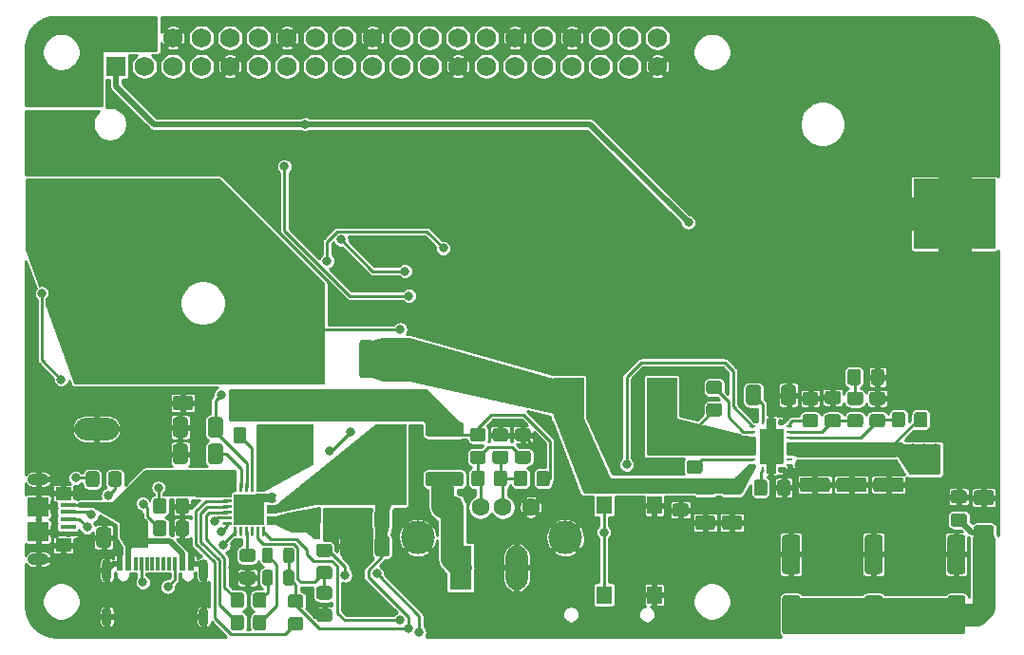
<source format=gbr>
%TF.GenerationSoftware,KiCad,Pcbnew,5.1.10-88a1d61d58~90~ubuntu20.04.1*%
%TF.CreationDate,2021-08-05T17:18:09+03:00*%
%TF.ProjectId,PiUPS,50695550-532e-46b6-9963-61645f706362,rev?*%
%TF.SameCoordinates,Original*%
%TF.FileFunction,Copper,L1,Top*%
%TF.FilePolarity,Positive*%
%FSLAX46Y46*%
G04 Gerber Fmt 4.6, Leading zero omitted, Abs format (unit mm)*
G04 Created by KiCad (PCBNEW 5.1.10-88a1d61d58~90~ubuntu20.04.1) date 2021-08-05 17:18:09*
%MOMM*%
%LPD*%
G01*
G04 APERTURE LIST*
%TA.AperFunction,EtchedComponent*%
%ADD10C,0.010000*%
%TD*%
%TA.AperFunction,ComponentPad*%
%ADD11C,0.300000*%
%TD*%
%TA.AperFunction,SMDPad,CuDef*%
%ADD12R,2.050000X3.050000*%
%TD*%
%TA.AperFunction,SMDPad,CuDef*%
%ADD13R,0.600000X0.240000*%
%TD*%
%TA.AperFunction,SMDPad,CuDef*%
%ADD14R,0.240000X0.600000*%
%TD*%
%TA.AperFunction,ComponentPad*%
%ADD15C,0.600000*%
%TD*%
%TA.AperFunction,SMDPad,CuDef*%
%ADD16R,2.700000X2.700000*%
%TD*%
%TA.AperFunction,SMDPad,CuDef*%
%ADD17R,1.400000X1.600000*%
%TD*%
%TA.AperFunction,SMDPad,CuDef*%
%ADD18R,2.700000X3.600000*%
%TD*%
%TA.AperFunction,ComponentPad*%
%ADD19C,1.750000*%
%TD*%
%TA.AperFunction,ComponentPad*%
%ADD20R,1.750000X1.750000*%
%TD*%
%TA.AperFunction,ComponentPad*%
%ADD21O,1.980000X3.960000*%
%TD*%
%TA.AperFunction,ComponentPad*%
%ADD22R,1.980000X3.960000*%
%TD*%
%TA.AperFunction,ComponentPad*%
%ADD23C,1.600000*%
%TD*%
%TA.AperFunction,ComponentPad*%
%ADD24R,1.600000X1.600000*%
%TD*%
%TA.AperFunction,ComponentPad*%
%ADD25C,3.000000*%
%TD*%
%TA.AperFunction,ComponentPad*%
%ADD26O,3.960000X1.980000*%
%TD*%
%TA.AperFunction,ComponentPad*%
%ADD27R,3.960000X1.980000*%
%TD*%
%TA.AperFunction,SMDPad,CuDef*%
%ADD28R,1.450000X1.150000*%
%TD*%
%TA.AperFunction,ComponentPad*%
%ADD29O,1.900000X1.050000*%
%TD*%
%TA.AperFunction,SMDPad,CuDef*%
%ADD30R,1.900000X1.750000*%
%TD*%
%TA.AperFunction,SMDPad,CuDef*%
%ADD31R,1.400000X0.400000*%
%TD*%
%TA.AperFunction,SMDPad,CuDef*%
%ADD32R,0.600000X1.160000*%
%TD*%
%TA.AperFunction,SMDPad,CuDef*%
%ADD33R,0.300000X1.160000*%
%TD*%
%TA.AperFunction,ComponentPad*%
%ADD34O,0.900000X1.700000*%
%TD*%
%TA.AperFunction,ComponentPad*%
%ADD35O,0.900000X2.000000*%
%TD*%
%TA.AperFunction,SMDPad,CuDef*%
%ADD36R,7.340000X6.350000*%
%TD*%
%TA.AperFunction,ViaPad*%
%ADD37C,0.800000*%
%TD*%
%TA.AperFunction,Conductor*%
%ADD38C,0.250000*%
%TD*%
%TA.AperFunction,Conductor*%
%ADD39C,0.500000*%
%TD*%
%TA.AperFunction,Conductor*%
%ADD40C,3.000000*%
%TD*%
%TA.AperFunction,Conductor*%
%ADD41C,2.000000*%
%TD*%
%TA.AperFunction,Conductor*%
%ADD42C,0.130000*%
%TD*%
%TA.AperFunction,Conductor*%
%ADD43C,0.100000*%
%TD*%
%TA.AperFunction,Conductor*%
%ADD44C,0.254000*%
%TD*%
G04 APERTURE END LIST*
D10*
%TO.C,U3*%
G36*
X132800000Y-104500000D02*
G01*
X132800000Y-103625000D01*
X132800069Y-103622383D01*
X132800274Y-103619774D01*
X132800616Y-103617178D01*
X132801093Y-103614604D01*
X132801704Y-103612059D01*
X132802447Y-103609549D01*
X132803321Y-103607082D01*
X132804323Y-103604663D01*
X132805450Y-103602300D01*
X132806699Y-103600000D01*
X132808066Y-103597768D01*
X132809549Y-103595611D01*
X132811143Y-103593534D01*
X132812843Y-103591543D01*
X132814645Y-103589645D01*
X132816543Y-103587843D01*
X132818534Y-103586143D01*
X132820611Y-103584549D01*
X132822768Y-103583066D01*
X132825000Y-103581699D01*
X132827300Y-103580450D01*
X132829663Y-103579323D01*
X132832082Y-103578321D01*
X132834549Y-103577447D01*
X132837059Y-103576704D01*
X132839604Y-103576093D01*
X132842178Y-103575616D01*
X132844774Y-103575274D01*
X132847383Y-103575069D01*
X132850000Y-103575000D01*
X132950000Y-103575000D01*
X132952617Y-103575069D01*
X132955226Y-103575274D01*
X132957822Y-103575616D01*
X132960396Y-103576093D01*
X132962941Y-103576704D01*
X132965451Y-103577447D01*
X132967918Y-103578321D01*
X132970337Y-103579323D01*
X132972700Y-103580450D01*
X132975000Y-103581699D01*
X132977232Y-103583066D01*
X132979389Y-103584549D01*
X132981466Y-103586143D01*
X132983457Y-103587843D01*
X132985355Y-103589645D01*
X132987157Y-103591543D01*
X132988857Y-103593534D01*
X132990451Y-103595611D01*
X132991934Y-103597768D01*
X132993301Y-103600000D01*
X132994550Y-103602300D01*
X132995677Y-103604663D01*
X132996679Y-103607082D01*
X132997553Y-103609549D01*
X132998296Y-103612059D01*
X132998907Y-103614604D01*
X132999384Y-103617178D01*
X132999726Y-103619774D01*
X132999931Y-103622383D01*
X133000000Y-103625000D01*
X133000000Y-104100000D01*
X133350000Y-104100000D01*
X133350000Y-103625000D01*
X133350069Y-103622383D01*
X133350274Y-103619774D01*
X133350616Y-103617178D01*
X133351093Y-103614604D01*
X133351704Y-103612059D01*
X133352447Y-103609549D01*
X133353321Y-103607082D01*
X133354323Y-103604663D01*
X133355450Y-103602300D01*
X133356699Y-103600000D01*
X133358066Y-103597768D01*
X133359549Y-103595611D01*
X133361143Y-103593534D01*
X133362843Y-103591543D01*
X133364645Y-103589645D01*
X133366543Y-103587843D01*
X133368534Y-103586143D01*
X133370611Y-103584549D01*
X133372768Y-103583066D01*
X133375000Y-103581699D01*
X133377300Y-103580450D01*
X133379663Y-103579323D01*
X133382082Y-103578321D01*
X133384549Y-103577447D01*
X133387059Y-103576704D01*
X133389604Y-103576093D01*
X133392178Y-103575616D01*
X133394774Y-103575274D01*
X133397383Y-103575069D01*
X133400000Y-103575000D01*
X133500000Y-103575000D01*
X133502617Y-103575069D01*
X133505226Y-103575274D01*
X133507822Y-103575616D01*
X133510396Y-103576093D01*
X133512941Y-103576704D01*
X133515451Y-103577447D01*
X133517918Y-103578321D01*
X133520337Y-103579323D01*
X133522700Y-103580450D01*
X133525000Y-103581699D01*
X133527232Y-103583066D01*
X133529389Y-103584549D01*
X133531466Y-103586143D01*
X133533457Y-103587843D01*
X133535355Y-103589645D01*
X133537157Y-103591543D01*
X133538857Y-103593534D01*
X133540451Y-103595611D01*
X133541934Y-103597768D01*
X133543301Y-103600000D01*
X133544550Y-103602300D01*
X133545677Y-103604663D01*
X133546679Y-103607082D01*
X133547553Y-103609549D01*
X133548296Y-103612059D01*
X133548907Y-103614604D01*
X133549384Y-103617178D01*
X133549726Y-103619774D01*
X133549931Y-103622383D01*
X133550000Y-103625000D01*
X133550000Y-104500000D01*
X134150000Y-104500000D01*
X134152617Y-104500069D01*
X134155226Y-104500274D01*
X134157822Y-104500616D01*
X134160396Y-104501093D01*
X134162941Y-104501704D01*
X134165451Y-104502447D01*
X134167918Y-104503321D01*
X134170337Y-104504323D01*
X134172700Y-104505450D01*
X134175000Y-104506699D01*
X134177232Y-104508066D01*
X134179389Y-104509549D01*
X134181466Y-104511143D01*
X134183457Y-104512843D01*
X134185355Y-104514645D01*
X134187157Y-104516543D01*
X134188857Y-104518534D01*
X134190451Y-104520611D01*
X134191934Y-104522768D01*
X134193301Y-104525000D01*
X134194550Y-104527300D01*
X134195677Y-104529663D01*
X134196679Y-104532082D01*
X134197553Y-104534549D01*
X134198296Y-104537059D01*
X134198907Y-104539604D01*
X134199384Y-104542178D01*
X134199726Y-104544774D01*
X134199931Y-104547383D01*
X134200000Y-104550000D01*
X134200000Y-107500000D01*
X134199931Y-107502617D01*
X134199726Y-107505226D01*
X134199384Y-107507822D01*
X134198907Y-107510396D01*
X134198296Y-107512941D01*
X134197553Y-107515451D01*
X134196679Y-107517918D01*
X134195677Y-107520337D01*
X134194550Y-107522700D01*
X134193301Y-107525000D01*
X134191934Y-107527232D01*
X134190451Y-107529389D01*
X134188857Y-107531466D01*
X134187157Y-107533457D01*
X134185355Y-107535355D01*
X134183457Y-107537157D01*
X134181466Y-107538857D01*
X134179389Y-107540451D01*
X134177232Y-107541934D01*
X134175000Y-107543301D01*
X134172700Y-107544550D01*
X134170337Y-107545677D01*
X134167918Y-107546679D01*
X134165451Y-107547553D01*
X134162941Y-107548296D01*
X134160396Y-107548907D01*
X134157822Y-107549384D01*
X134155226Y-107549726D01*
X134152617Y-107549931D01*
X134150000Y-107550000D01*
X133550000Y-107550000D01*
X133550000Y-108425000D01*
X133549931Y-108427617D01*
X133549726Y-108430226D01*
X133549384Y-108432822D01*
X133548907Y-108435396D01*
X133548296Y-108437941D01*
X133547553Y-108440451D01*
X133546679Y-108442918D01*
X133545677Y-108445337D01*
X133544550Y-108447700D01*
X133543301Y-108450000D01*
X133541934Y-108452232D01*
X133540451Y-108454389D01*
X133538857Y-108456466D01*
X133537157Y-108458457D01*
X133535355Y-108460355D01*
X133533457Y-108462157D01*
X133531466Y-108463857D01*
X133529389Y-108465451D01*
X133527232Y-108466934D01*
X133525000Y-108468301D01*
X133522700Y-108469550D01*
X133520337Y-108470677D01*
X133517918Y-108471679D01*
X133515451Y-108472553D01*
X133512941Y-108473296D01*
X133510396Y-108473907D01*
X133507822Y-108474384D01*
X133505226Y-108474726D01*
X133502617Y-108474931D01*
X133500000Y-108475000D01*
X133400000Y-108475000D01*
X133397383Y-108474931D01*
X133394774Y-108474726D01*
X133392178Y-108474384D01*
X133389604Y-108473907D01*
X133387059Y-108473296D01*
X133384549Y-108472553D01*
X133382082Y-108471679D01*
X133379663Y-108470677D01*
X133377300Y-108469550D01*
X133375000Y-108468301D01*
X133372768Y-108466934D01*
X133370611Y-108465451D01*
X133368534Y-108463857D01*
X133366543Y-108462157D01*
X133364645Y-108460355D01*
X133362843Y-108458457D01*
X133361143Y-108456466D01*
X133359549Y-108454389D01*
X133358066Y-108452232D01*
X133356699Y-108450000D01*
X133355450Y-108447700D01*
X133354323Y-108445337D01*
X133353321Y-108442918D01*
X133352447Y-108440451D01*
X133351704Y-108437941D01*
X133351093Y-108435396D01*
X133350616Y-108432822D01*
X133350274Y-108430226D01*
X133350069Y-108427617D01*
X133350000Y-108425000D01*
X133350000Y-107950000D01*
X133000000Y-107950000D01*
X133000000Y-108425000D01*
X132999931Y-108427617D01*
X132999726Y-108430226D01*
X132999384Y-108432822D01*
X132998907Y-108435396D01*
X132998296Y-108437941D01*
X132997553Y-108440451D01*
X132996679Y-108442918D01*
X132995677Y-108445337D01*
X132994550Y-108447700D01*
X132993301Y-108450000D01*
X132991934Y-108452232D01*
X132990451Y-108454389D01*
X132988857Y-108456466D01*
X132987157Y-108458457D01*
X132985355Y-108460355D01*
X132983457Y-108462157D01*
X132981466Y-108463857D01*
X132979389Y-108465451D01*
X132977232Y-108466934D01*
X132975000Y-108468301D01*
X132972700Y-108469550D01*
X132970337Y-108470677D01*
X132967918Y-108471679D01*
X132965451Y-108472553D01*
X132962941Y-108473296D01*
X132960396Y-108473907D01*
X132957822Y-108474384D01*
X132955226Y-108474726D01*
X132952617Y-108474931D01*
X132950000Y-108475000D01*
X132850000Y-108475000D01*
X132847383Y-108474931D01*
X132844774Y-108474726D01*
X132842178Y-108474384D01*
X132839604Y-108473907D01*
X132837059Y-108473296D01*
X132834549Y-108472553D01*
X132832082Y-108471679D01*
X132829663Y-108470677D01*
X132827300Y-108469550D01*
X132825000Y-108468301D01*
X132822768Y-108466934D01*
X132820611Y-108465451D01*
X132818534Y-108463857D01*
X132816543Y-108462157D01*
X132814645Y-108460355D01*
X132812843Y-108458457D01*
X132811143Y-108456466D01*
X132809549Y-108454389D01*
X132808066Y-108452232D01*
X132806699Y-108450000D01*
X132805450Y-108447700D01*
X132804323Y-108445337D01*
X132803321Y-108442918D01*
X132802447Y-108440451D01*
X132801704Y-108437941D01*
X132801093Y-108435396D01*
X132800616Y-108432822D01*
X132800274Y-108430226D01*
X132800069Y-108427617D01*
X132800000Y-108425000D01*
X132800000Y-107550000D01*
X132200000Y-107550000D01*
X132197383Y-107549931D01*
X132194774Y-107549726D01*
X132192178Y-107549384D01*
X132189604Y-107548907D01*
X132187059Y-107548296D01*
X132184549Y-107547553D01*
X132182082Y-107546679D01*
X132179663Y-107545677D01*
X132177300Y-107544550D01*
X132175000Y-107543301D01*
X132172768Y-107541934D01*
X132170611Y-107540451D01*
X132168534Y-107538857D01*
X132166543Y-107537157D01*
X132164645Y-107535355D01*
X132162843Y-107533457D01*
X132161143Y-107531466D01*
X132159549Y-107529389D01*
X132158066Y-107527232D01*
X132156699Y-107525000D01*
X132155450Y-107522700D01*
X132154323Y-107520337D01*
X132153321Y-107517918D01*
X132152447Y-107515451D01*
X132151704Y-107512941D01*
X132151093Y-107510396D01*
X132150616Y-107507822D01*
X132150274Y-107505226D01*
X132150069Y-107502617D01*
X132150000Y-107500000D01*
X132150000Y-104550000D01*
X132150069Y-104547383D01*
X132150274Y-104544774D01*
X132150616Y-104542178D01*
X132151093Y-104539604D01*
X132151704Y-104537059D01*
X132152447Y-104534549D01*
X132153321Y-104532082D01*
X132154323Y-104529663D01*
X132155450Y-104527300D01*
X132156699Y-104525000D01*
X132158066Y-104522768D01*
X132159549Y-104520611D01*
X132161143Y-104518534D01*
X132162843Y-104516543D01*
X132164645Y-104514645D01*
X132166543Y-104512843D01*
X132168534Y-104511143D01*
X132170611Y-104509549D01*
X132172768Y-104508066D01*
X132175000Y-104506699D01*
X132177300Y-104505450D01*
X132179663Y-104504323D01*
X132182082Y-104503321D01*
X132184549Y-104502447D01*
X132187059Y-104501704D01*
X132189604Y-104501093D01*
X132192178Y-104500616D01*
X132194774Y-104500274D01*
X132197383Y-104500069D01*
X132200000Y-104500000D01*
X132800000Y-104500000D01*
G37*
X132800000Y-104500000D02*
X132800000Y-103625000D01*
X132800069Y-103622383D01*
X132800274Y-103619774D01*
X132800616Y-103617178D01*
X132801093Y-103614604D01*
X132801704Y-103612059D01*
X132802447Y-103609549D01*
X132803321Y-103607082D01*
X132804323Y-103604663D01*
X132805450Y-103602300D01*
X132806699Y-103600000D01*
X132808066Y-103597768D01*
X132809549Y-103595611D01*
X132811143Y-103593534D01*
X132812843Y-103591543D01*
X132814645Y-103589645D01*
X132816543Y-103587843D01*
X132818534Y-103586143D01*
X132820611Y-103584549D01*
X132822768Y-103583066D01*
X132825000Y-103581699D01*
X132827300Y-103580450D01*
X132829663Y-103579323D01*
X132832082Y-103578321D01*
X132834549Y-103577447D01*
X132837059Y-103576704D01*
X132839604Y-103576093D01*
X132842178Y-103575616D01*
X132844774Y-103575274D01*
X132847383Y-103575069D01*
X132850000Y-103575000D01*
X132950000Y-103575000D01*
X132952617Y-103575069D01*
X132955226Y-103575274D01*
X132957822Y-103575616D01*
X132960396Y-103576093D01*
X132962941Y-103576704D01*
X132965451Y-103577447D01*
X132967918Y-103578321D01*
X132970337Y-103579323D01*
X132972700Y-103580450D01*
X132975000Y-103581699D01*
X132977232Y-103583066D01*
X132979389Y-103584549D01*
X132981466Y-103586143D01*
X132983457Y-103587843D01*
X132985355Y-103589645D01*
X132987157Y-103591543D01*
X132988857Y-103593534D01*
X132990451Y-103595611D01*
X132991934Y-103597768D01*
X132993301Y-103600000D01*
X132994550Y-103602300D01*
X132995677Y-103604663D01*
X132996679Y-103607082D01*
X132997553Y-103609549D01*
X132998296Y-103612059D01*
X132998907Y-103614604D01*
X132999384Y-103617178D01*
X132999726Y-103619774D01*
X132999931Y-103622383D01*
X133000000Y-103625000D01*
X133000000Y-104100000D01*
X133350000Y-104100000D01*
X133350000Y-103625000D01*
X133350069Y-103622383D01*
X133350274Y-103619774D01*
X133350616Y-103617178D01*
X133351093Y-103614604D01*
X133351704Y-103612059D01*
X133352447Y-103609549D01*
X133353321Y-103607082D01*
X133354323Y-103604663D01*
X133355450Y-103602300D01*
X133356699Y-103600000D01*
X133358066Y-103597768D01*
X133359549Y-103595611D01*
X133361143Y-103593534D01*
X133362843Y-103591543D01*
X133364645Y-103589645D01*
X133366543Y-103587843D01*
X133368534Y-103586143D01*
X133370611Y-103584549D01*
X133372768Y-103583066D01*
X133375000Y-103581699D01*
X133377300Y-103580450D01*
X133379663Y-103579323D01*
X133382082Y-103578321D01*
X133384549Y-103577447D01*
X133387059Y-103576704D01*
X133389604Y-103576093D01*
X133392178Y-103575616D01*
X133394774Y-103575274D01*
X133397383Y-103575069D01*
X133400000Y-103575000D01*
X133500000Y-103575000D01*
X133502617Y-103575069D01*
X133505226Y-103575274D01*
X133507822Y-103575616D01*
X133510396Y-103576093D01*
X133512941Y-103576704D01*
X133515451Y-103577447D01*
X133517918Y-103578321D01*
X133520337Y-103579323D01*
X133522700Y-103580450D01*
X133525000Y-103581699D01*
X133527232Y-103583066D01*
X133529389Y-103584549D01*
X133531466Y-103586143D01*
X133533457Y-103587843D01*
X133535355Y-103589645D01*
X133537157Y-103591543D01*
X133538857Y-103593534D01*
X133540451Y-103595611D01*
X133541934Y-103597768D01*
X133543301Y-103600000D01*
X133544550Y-103602300D01*
X133545677Y-103604663D01*
X133546679Y-103607082D01*
X133547553Y-103609549D01*
X133548296Y-103612059D01*
X133548907Y-103614604D01*
X133549384Y-103617178D01*
X133549726Y-103619774D01*
X133549931Y-103622383D01*
X133550000Y-103625000D01*
X133550000Y-104500000D01*
X134150000Y-104500000D01*
X134152617Y-104500069D01*
X134155226Y-104500274D01*
X134157822Y-104500616D01*
X134160396Y-104501093D01*
X134162941Y-104501704D01*
X134165451Y-104502447D01*
X134167918Y-104503321D01*
X134170337Y-104504323D01*
X134172700Y-104505450D01*
X134175000Y-104506699D01*
X134177232Y-104508066D01*
X134179389Y-104509549D01*
X134181466Y-104511143D01*
X134183457Y-104512843D01*
X134185355Y-104514645D01*
X134187157Y-104516543D01*
X134188857Y-104518534D01*
X134190451Y-104520611D01*
X134191934Y-104522768D01*
X134193301Y-104525000D01*
X134194550Y-104527300D01*
X134195677Y-104529663D01*
X134196679Y-104532082D01*
X134197553Y-104534549D01*
X134198296Y-104537059D01*
X134198907Y-104539604D01*
X134199384Y-104542178D01*
X134199726Y-104544774D01*
X134199931Y-104547383D01*
X134200000Y-104550000D01*
X134200000Y-107500000D01*
X134199931Y-107502617D01*
X134199726Y-107505226D01*
X134199384Y-107507822D01*
X134198907Y-107510396D01*
X134198296Y-107512941D01*
X134197553Y-107515451D01*
X134196679Y-107517918D01*
X134195677Y-107520337D01*
X134194550Y-107522700D01*
X134193301Y-107525000D01*
X134191934Y-107527232D01*
X134190451Y-107529389D01*
X134188857Y-107531466D01*
X134187157Y-107533457D01*
X134185355Y-107535355D01*
X134183457Y-107537157D01*
X134181466Y-107538857D01*
X134179389Y-107540451D01*
X134177232Y-107541934D01*
X134175000Y-107543301D01*
X134172700Y-107544550D01*
X134170337Y-107545677D01*
X134167918Y-107546679D01*
X134165451Y-107547553D01*
X134162941Y-107548296D01*
X134160396Y-107548907D01*
X134157822Y-107549384D01*
X134155226Y-107549726D01*
X134152617Y-107549931D01*
X134150000Y-107550000D01*
X133550000Y-107550000D01*
X133550000Y-108425000D01*
X133549931Y-108427617D01*
X133549726Y-108430226D01*
X133549384Y-108432822D01*
X133548907Y-108435396D01*
X133548296Y-108437941D01*
X133547553Y-108440451D01*
X133546679Y-108442918D01*
X133545677Y-108445337D01*
X133544550Y-108447700D01*
X133543301Y-108450000D01*
X133541934Y-108452232D01*
X133540451Y-108454389D01*
X133538857Y-108456466D01*
X133537157Y-108458457D01*
X133535355Y-108460355D01*
X133533457Y-108462157D01*
X133531466Y-108463857D01*
X133529389Y-108465451D01*
X133527232Y-108466934D01*
X133525000Y-108468301D01*
X133522700Y-108469550D01*
X133520337Y-108470677D01*
X133517918Y-108471679D01*
X133515451Y-108472553D01*
X133512941Y-108473296D01*
X133510396Y-108473907D01*
X133507822Y-108474384D01*
X133505226Y-108474726D01*
X133502617Y-108474931D01*
X133500000Y-108475000D01*
X133400000Y-108475000D01*
X133397383Y-108474931D01*
X133394774Y-108474726D01*
X133392178Y-108474384D01*
X133389604Y-108473907D01*
X133387059Y-108473296D01*
X133384549Y-108472553D01*
X133382082Y-108471679D01*
X133379663Y-108470677D01*
X133377300Y-108469550D01*
X133375000Y-108468301D01*
X133372768Y-108466934D01*
X133370611Y-108465451D01*
X133368534Y-108463857D01*
X133366543Y-108462157D01*
X133364645Y-108460355D01*
X133362843Y-108458457D01*
X133361143Y-108456466D01*
X133359549Y-108454389D01*
X133358066Y-108452232D01*
X133356699Y-108450000D01*
X133355450Y-108447700D01*
X133354323Y-108445337D01*
X133353321Y-108442918D01*
X133352447Y-108440451D01*
X133351704Y-108437941D01*
X133351093Y-108435396D01*
X133350616Y-108432822D01*
X133350274Y-108430226D01*
X133350069Y-108427617D01*
X133350000Y-108425000D01*
X133350000Y-107950000D01*
X133000000Y-107950000D01*
X133000000Y-108425000D01*
X132999931Y-108427617D01*
X132999726Y-108430226D01*
X132999384Y-108432822D01*
X132998907Y-108435396D01*
X132998296Y-108437941D01*
X132997553Y-108440451D01*
X132996679Y-108442918D01*
X132995677Y-108445337D01*
X132994550Y-108447700D01*
X132993301Y-108450000D01*
X132991934Y-108452232D01*
X132990451Y-108454389D01*
X132988857Y-108456466D01*
X132987157Y-108458457D01*
X132985355Y-108460355D01*
X132983457Y-108462157D01*
X132981466Y-108463857D01*
X132979389Y-108465451D01*
X132977232Y-108466934D01*
X132975000Y-108468301D01*
X132972700Y-108469550D01*
X132970337Y-108470677D01*
X132967918Y-108471679D01*
X132965451Y-108472553D01*
X132962941Y-108473296D01*
X132960396Y-108473907D01*
X132957822Y-108474384D01*
X132955226Y-108474726D01*
X132952617Y-108474931D01*
X132950000Y-108475000D01*
X132850000Y-108475000D01*
X132847383Y-108474931D01*
X132844774Y-108474726D01*
X132842178Y-108474384D01*
X132839604Y-108473907D01*
X132837059Y-108473296D01*
X132834549Y-108472553D01*
X132832082Y-108471679D01*
X132829663Y-108470677D01*
X132827300Y-108469550D01*
X132825000Y-108468301D01*
X132822768Y-108466934D01*
X132820611Y-108465451D01*
X132818534Y-108463857D01*
X132816543Y-108462157D01*
X132814645Y-108460355D01*
X132812843Y-108458457D01*
X132811143Y-108456466D01*
X132809549Y-108454389D01*
X132808066Y-108452232D01*
X132806699Y-108450000D01*
X132805450Y-108447700D01*
X132804323Y-108445337D01*
X132803321Y-108442918D01*
X132802447Y-108440451D01*
X132801704Y-108437941D01*
X132801093Y-108435396D01*
X132800616Y-108432822D01*
X132800274Y-108430226D01*
X132800069Y-108427617D01*
X132800000Y-108425000D01*
X132800000Y-107550000D01*
X132200000Y-107550000D01*
X132197383Y-107549931D01*
X132194774Y-107549726D01*
X132192178Y-107549384D01*
X132189604Y-107548907D01*
X132187059Y-107548296D01*
X132184549Y-107547553D01*
X132182082Y-107546679D01*
X132179663Y-107545677D01*
X132177300Y-107544550D01*
X132175000Y-107543301D01*
X132172768Y-107541934D01*
X132170611Y-107540451D01*
X132168534Y-107538857D01*
X132166543Y-107537157D01*
X132164645Y-107535355D01*
X132162843Y-107533457D01*
X132161143Y-107531466D01*
X132159549Y-107529389D01*
X132158066Y-107527232D01*
X132156699Y-107525000D01*
X132155450Y-107522700D01*
X132154323Y-107520337D01*
X132153321Y-107517918D01*
X132152447Y-107515451D01*
X132151704Y-107512941D01*
X132151093Y-107510396D01*
X132150616Y-107507822D01*
X132150274Y-107505226D01*
X132150069Y-107502617D01*
X132150000Y-107500000D01*
X132150000Y-104550000D01*
X132150069Y-104547383D01*
X132150274Y-104544774D01*
X132150616Y-104542178D01*
X132151093Y-104539604D01*
X132151704Y-104537059D01*
X132152447Y-104534549D01*
X132153321Y-104532082D01*
X132154323Y-104529663D01*
X132155450Y-104527300D01*
X132156699Y-104525000D01*
X132158066Y-104522768D01*
X132159549Y-104520611D01*
X132161143Y-104518534D01*
X132162843Y-104516543D01*
X132164645Y-104514645D01*
X132166543Y-104512843D01*
X132168534Y-104511143D01*
X132170611Y-104509549D01*
X132172768Y-104508066D01*
X132175000Y-104506699D01*
X132177300Y-104505450D01*
X132179663Y-104504323D01*
X132182082Y-104503321D01*
X132184549Y-104502447D01*
X132187059Y-104501704D01*
X132189604Y-104501093D01*
X132192178Y-104500616D01*
X132194774Y-104500274D01*
X132197383Y-104500069D01*
X132200000Y-104500000D01*
X132800000Y-104500000D01*
%TD*%
%TO.P,C23,2*%
%TO.N,GND*%
%TA.AperFunction,SMDPad,CuDef*%
G36*
G01*
X150250000Y-117460000D02*
X149150000Y-117460000D01*
G75*
G02*
X148900000Y-117210000I0J250000D01*
G01*
X148900000Y-114210000D01*
G75*
G02*
X149150000Y-113960000I250000J0D01*
G01*
X150250000Y-113960000D01*
G75*
G02*
X150500000Y-114210000I0J-250000D01*
G01*
X150500000Y-117210000D01*
G75*
G02*
X150250000Y-117460000I-250000J0D01*
G01*
G37*
%TD.AperFunction*%
%TO.P,C23,1*%
%TO.N,V_UPS*%
%TA.AperFunction,SMDPad,CuDef*%
G36*
G01*
X150250000Y-122860000D02*
X149150000Y-122860000D01*
G75*
G02*
X148900000Y-122610000I0J250000D01*
G01*
X148900000Y-119610000D01*
G75*
G02*
X149150000Y-119360000I250000J0D01*
G01*
X150250000Y-119360000D01*
G75*
G02*
X150500000Y-119610000I0J-250000D01*
G01*
X150500000Y-122610000D01*
G75*
G02*
X150250000Y-122860000I-250000J0D01*
G01*
G37*
%TD.AperFunction*%
%TD*%
%TO.P,C22,2*%
%TO.N,GND*%
%TA.AperFunction,SMDPad,CuDef*%
G36*
G01*
X135520000Y-117460000D02*
X134420000Y-117460000D01*
G75*
G02*
X134170000Y-117210000I0J250000D01*
G01*
X134170000Y-114210000D01*
G75*
G02*
X134420000Y-113960000I250000J0D01*
G01*
X135520000Y-113960000D01*
G75*
G02*
X135770000Y-114210000I0J-250000D01*
G01*
X135770000Y-117210000D01*
G75*
G02*
X135520000Y-117460000I-250000J0D01*
G01*
G37*
%TD.AperFunction*%
%TO.P,C22,1*%
%TO.N,V_UPS*%
%TA.AperFunction,SMDPad,CuDef*%
G36*
G01*
X135520000Y-122860000D02*
X134420000Y-122860000D01*
G75*
G02*
X134170000Y-122610000I0J250000D01*
G01*
X134170000Y-119610000D01*
G75*
G02*
X134420000Y-119360000I250000J0D01*
G01*
X135520000Y-119360000D01*
G75*
G02*
X135770000Y-119610000I0J-250000D01*
G01*
X135770000Y-122610000D01*
G75*
G02*
X135520000Y-122860000I-250000J0D01*
G01*
G37*
%TD.AperFunction*%
%TD*%
%TO.P,C21,2*%
%TO.N,GND*%
%TA.AperFunction,SMDPad,CuDef*%
G36*
G01*
X142870000Y-117460000D02*
X141770000Y-117460000D01*
G75*
G02*
X141520000Y-117210000I0J250000D01*
G01*
X141520000Y-114210000D01*
G75*
G02*
X141770000Y-113960000I250000J0D01*
G01*
X142870000Y-113960000D01*
G75*
G02*
X143120000Y-114210000I0J-250000D01*
G01*
X143120000Y-117210000D01*
G75*
G02*
X142870000Y-117460000I-250000J0D01*
G01*
G37*
%TD.AperFunction*%
%TO.P,C21,1*%
%TO.N,V_UPS*%
%TA.AperFunction,SMDPad,CuDef*%
G36*
G01*
X142870000Y-122860000D02*
X141770000Y-122860000D01*
G75*
G02*
X141520000Y-122610000I0J250000D01*
G01*
X141520000Y-119610000D01*
G75*
G02*
X141770000Y-119360000I250000J0D01*
G01*
X142870000Y-119360000D01*
G75*
G02*
X143120000Y-119610000I0J-250000D01*
G01*
X143120000Y-122610000D01*
G75*
G02*
X142870000Y-122860000I-250000J0D01*
G01*
G37*
%TD.AperFunction*%
%TD*%
%TO.P,C7,2*%
%TO.N,VOUT*%
%TA.AperFunction,SMDPad,CuDef*%
G36*
G01*
X144750001Y-107037500D02*
X142549999Y-107037500D01*
G75*
G02*
X142300000Y-106787501I0J249999D01*
G01*
X142300000Y-105962499D01*
G75*
G02*
X142549999Y-105712500I249999J0D01*
G01*
X144750001Y-105712500D01*
G75*
G02*
X145000000Y-105962499I0J-249999D01*
G01*
X145000000Y-106787501D01*
G75*
G02*
X144750001Y-107037500I-249999J0D01*
G01*
G37*
%TD.AperFunction*%
%TO.P,C7,1*%
%TO.N,GND*%
%TA.AperFunction,SMDPad,CuDef*%
G36*
G01*
X144750001Y-110162500D02*
X142549999Y-110162500D01*
G75*
G02*
X142300000Y-109912501I0J249999D01*
G01*
X142300000Y-109087499D01*
G75*
G02*
X142549999Y-108837500I249999J0D01*
G01*
X144750001Y-108837500D01*
G75*
G02*
X145000000Y-109087499I0J-249999D01*
G01*
X145000000Y-109912501D01*
G75*
G02*
X144750001Y-110162500I-249999J0D01*
G01*
G37*
%TD.AperFunction*%
%TD*%
%TO.P,C6,2*%
%TO.N,VOUT*%
%TA.AperFunction,SMDPad,CuDef*%
G36*
G01*
X141450001Y-107037500D02*
X139249999Y-107037500D01*
G75*
G02*
X139000000Y-106787501I0J249999D01*
G01*
X139000000Y-105962499D01*
G75*
G02*
X139249999Y-105712500I249999J0D01*
G01*
X141450001Y-105712500D01*
G75*
G02*
X141700000Y-105962499I0J-249999D01*
G01*
X141700000Y-106787501D01*
G75*
G02*
X141450001Y-107037500I-249999J0D01*
G01*
G37*
%TD.AperFunction*%
%TO.P,C6,1*%
%TO.N,GND*%
%TA.AperFunction,SMDPad,CuDef*%
G36*
G01*
X141450001Y-110162500D02*
X139249999Y-110162500D01*
G75*
G02*
X139000000Y-109912501I0J249999D01*
G01*
X139000000Y-109087499D01*
G75*
G02*
X139249999Y-108837500I249999J0D01*
G01*
X141450001Y-108837500D01*
G75*
G02*
X141700000Y-109087499I0J-249999D01*
G01*
X141700000Y-109912501D01*
G75*
G02*
X141450001Y-110162500I-249999J0D01*
G01*
G37*
%TD.AperFunction*%
%TD*%
%TO.P,C5,2*%
%TO.N,VOUT*%
%TA.AperFunction,SMDPad,CuDef*%
G36*
G01*
X138165001Y-107037500D02*
X135964999Y-107037500D01*
G75*
G02*
X135715000Y-106787501I0J249999D01*
G01*
X135715000Y-105962499D01*
G75*
G02*
X135964999Y-105712500I249999J0D01*
G01*
X138165001Y-105712500D01*
G75*
G02*
X138415000Y-105962499I0J-249999D01*
G01*
X138415000Y-106787501D01*
G75*
G02*
X138165001Y-107037500I-249999J0D01*
G01*
G37*
%TD.AperFunction*%
%TO.P,C5,1*%
%TO.N,GND*%
%TA.AperFunction,SMDPad,CuDef*%
G36*
G01*
X138165001Y-110162500D02*
X135964999Y-110162500D01*
G75*
G02*
X135715000Y-109912501I0J249999D01*
G01*
X135715000Y-109087499D01*
G75*
G02*
X135964999Y-108837500I249999J0D01*
G01*
X138165001Y-108837500D01*
G75*
G02*
X138415000Y-109087499I0J-249999D01*
G01*
X138415000Y-109912501D01*
G75*
G02*
X138165001Y-110162500I-249999J0D01*
G01*
G37*
%TD.AperFunction*%
%TD*%
D11*
%TO.P,U3,22*%
%TO.N,GND*%
X133175000Y-104750000D03*
%TO.P,U3,29*%
X133175000Y-107300000D03*
%TO.P,U3,25*%
X133950000Y-105500000D03*
%TO.P,U3,23*%
X132400000Y-105500000D03*
%TO.P,U3,24*%
X133175000Y-105500000D03*
%TO.P,U3,28*%
X133950000Y-106550000D03*
%TO.P,U3,26*%
X132400000Y-106550000D03*
%TO.P,U3,27*%
X133175000Y-106550000D03*
D12*
%TO.P,U3,21*%
X133175000Y-106025000D03*
D13*
%TO.P,U3,19*%
%TO.N,Net-(R27-Pad2)*%
X134825000Y-104275000D03*
%TO.P,U3,18*%
%TO.N,Net-(C14-Pad1)*%
X134825000Y-104775000D03*
%TO.P,U3,17*%
%TO.N,Net-(R1-Pad1)*%
X134825000Y-105275000D03*
%TO.P,U3,12*%
%TO.N,GND*%
X134825000Y-107775000D03*
%TO.P,U3,13*%
%TO.N,Net-(U3-Pad13)*%
X134825000Y-107275000D03*
%TO.P,U3,14*%
%TO.N,VOUT*%
X134825000Y-106775000D03*
%TO.P,U3,15*%
X134825000Y-106275000D03*
%TO.P,U3,16*%
X134825000Y-105775000D03*
%TO.P,U3,2*%
%TO.N,Net-(SW1-Pad2)*%
X131525000Y-104275000D03*
%TO.P,U3,3*%
%TO.N,Net-(R25-Pad2)*%
X131525000Y-104775000D03*
%TO.P,U3,4*%
%TO.N,Net-(C19-Pad1)*%
X131525000Y-105275000D03*
%TO.P,U3,9*%
%TO.N,Net-(C10-Pad1)*%
X131525000Y-107775000D03*
%TO.P,U3,8*%
%TO.N,Net-(C19-Pad2)*%
X131525000Y-107275000D03*
%TO.P,U3,7*%
%TO.N,Net-(C19-Pad1)*%
X131525000Y-106775000D03*
%TO.P,U3,6*%
X131525000Y-106275000D03*
%TO.P,U3,5*%
X131525000Y-105775000D03*
D14*
%TO.P,U3,11*%
%TO.N,GND*%
X133925000Y-108175000D03*
%TO.P,U3,10*%
%TO.N,Net-(C16-Pad1)*%
X132425000Y-108175000D03*
%TO.P,U3,20*%
%TO.N,GND*%
X133925000Y-103875000D03*
%TO.P,U3,1*%
%TO.N,Net-(C12-Pad1)*%
X132425000Y-103875000D03*
%TD*%
D15*
%TO.P,U2,25*%
%TO.N,GND*%
X87775000Y-112800000D03*
X86675000Y-112800000D03*
X85575000Y-112800000D03*
X87775000Y-111700000D03*
X86675000Y-111700000D03*
X85575000Y-111700000D03*
X87775000Y-110600000D03*
X86675000Y-110600000D03*
X85575000Y-110600000D03*
D16*
X86675000Y-111700000D03*
%TO.P,U2,24*%
%TO.N,+5V*%
%TA.AperFunction,SMDPad,CuDef*%
G36*
G01*
X85300000Y-110087500D02*
X85300000Y-109387500D01*
G75*
G02*
X85362500Y-109325000I62500J0D01*
G01*
X85487500Y-109325000D01*
G75*
G02*
X85550000Y-109387500I0J-62500D01*
G01*
X85550000Y-110087500D01*
G75*
G02*
X85487500Y-110150000I-62500J0D01*
G01*
X85362500Y-110150000D01*
G75*
G02*
X85300000Y-110087500I0J62500D01*
G01*
G37*
%TD.AperFunction*%
%TO.P,U2,23*%
%TO.N,Net-(C18-Pad2)*%
%TA.AperFunction,SMDPad,CuDef*%
G36*
G01*
X85800000Y-110087500D02*
X85800000Y-109387500D01*
G75*
G02*
X85862500Y-109325000I62500J0D01*
G01*
X85987500Y-109325000D01*
G75*
G02*
X86050000Y-109387500I0J-62500D01*
G01*
X86050000Y-110087500D01*
G75*
G02*
X85987500Y-110150000I-62500J0D01*
G01*
X85862500Y-110150000D01*
G75*
G02*
X85800000Y-110087500I0J62500D01*
G01*
G37*
%TD.AperFunction*%
%TO.P,U2,22*%
%TO.N,Net-(C15-Pad1)*%
%TA.AperFunction,SMDPad,CuDef*%
G36*
G01*
X86300000Y-110087500D02*
X86300000Y-109387500D01*
G75*
G02*
X86362500Y-109325000I62500J0D01*
G01*
X86487500Y-109325000D01*
G75*
G02*
X86550000Y-109387500I0J-62500D01*
G01*
X86550000Y-110087500D01*
G75*
G02*
X86487500Y-110150000I-62500J0D01*
G01*
X86362500Y-110150000D01*
G75*
G02*
X86300000Y-110087500I0J62500D01*
G01*
G37*
%TD.AperFunction*%
%TO.P,U2,21*%
%TO.N,Net-(C1-Pad2)*%
%TA.AperFunction,SMDPad,CuDef*%
G36*
G01*
X86800000Y-110087500D02*
X86800000Y-109387500D01*
G75*
G02*
X86862500Y-109325000I62500J0D01*
G01*
X86987500Y-109325000D01*
G75*
G02*
X87050000Y-109387500I0J-62500D01*
G01*
X87050000Y-110087500D01*
G75*
G02*
X86987500Y-110150000I-62500J0D01*
G01*
X86862500Y-110150000D01*
G75*
G02*
X86800000Y-110087500I0J62500D01*
G01*
G37*
%TD.AperFunction*%
%TO.P,U2,20*%
%TO.N,Net-(C1-Pad1)*%
%TA.AperFunction,SMDPad,CuDef*%
G36*
G01*
X87300000Y-110087500D02*
X87300000Y-109387500D01*
G75*
G02*
X87362500Y-109325000I62500J0D01*
G01*
X87487500Y-109325000D01*
G75*
G02*
X87550000Y-109387500I0J-62500D01*
G01*
X87550000Y-110087500D01*
G75*
G02*
X87487500Y-110150000I-62500J0D01*
G01*
X87362500Y-110150000D01*
G75*
G02*
X87300000Y-110087500I0J62500D01*
G01*
G37*
%TD.AperFunction*%
%TO.P,U2,19*%
%TA.AperFunction,SMDPad,CuDef*%
G36*
G01*
X87800000Y-110087500D02*
X87800000Y-109387500D01*
G75*
G02*
X87862500Y-109325000I62500J0D01*
G01*
X87987500Y-109325000D01*
G75*
G02*
X88050000Y-109387500I0J-62500D01*
G01*
X88050000Y-110087500D01*
G75*
G02*
X87987500Y-110150000I-62500J0D01*
G01*
X87862500Y-110150000D01*
G75*
G02*
X87800000Y-110087500I0J62500D01*
G01*
G37*
%TD.AperFunction*%
%TO.P,U2,18*%
%TO.N,GND*%
%TA.AperFunction,SMDPad,CuDef*%
G36*
G01*
X88225000Y-110512500D02*
X88225000Y-110387500D01*
G75*
G02*
X88287500Y-110325000I62500J0D01*
G01*
X88987500Y-110325000D01*
G75*
G02*
X89050000Y-110387500I0J-62500D01*
G01*
X89050000Y-110512500D01*
G75*
G02*
X88987500Y-110575000I-62500J0D01*
G01*
X88287500Y-110575000D01*
G75*
G02*
X88225000Y-110512500I0J62500D01*
G01*
G37*
%TD.AperFunction*%
%TO.P,U2,17*%
%TA.AperFunction,SMDPad,CuDef*%
G36*
G01*
X88225000Y-111012500D02*
X88225000Y-110887500D01*
G75*
G02*
X88287500Y-110825000I62500J0D01*
G01*
X88987500Y-110825000D01*
G75*
G02*
X89050000Y-110887500I0J-62500D01*
G01*
X89050000Y-111012500D01*
G75*
G02*
X88987500Y-111075000I-62500J0D01*
G01*
X88287500Y-111075000D01*
G75*
G02*
X88225000Y-111012500I0J62500D01*
G01*
G37*
%TD.AperFunction*%
%TO.P,U2,16*%
%TO.N,VSYS*%
%TA.AperFunction,SMDPad,CuDef*%
G36*
G01*
X88225000Y-111512500D02*
X88225000Y-111387500D01*
G75*
G02*
X88287500Y-111325000I62500J0D01*
G01*
X88987500Y-111325000D01*
G75*
G02*
X89050000Y-111387500I0J-62500D01*
G01*
X89050000Y-111512500D01*
G75*
G02*
X88987500Y-111575000I-62500J0D01*
G01*
X88287500Y-111575000D01*
G75*
G02*
X88225000Y-111512500I0J62500D01*
G01*
G37*
%TD.AperFunction*%
%TO.P,U2,15*%
%TA.AperFunction,SMDPad,CuDef*%
G36*
G01*
X88225000Y-112012500D02*
X88225000Y-111887500D01*
G75*
G02*
X88287500Y-111825000I62500J0D01*
G01*
X88987500Y-111825000D01*
G75*
G02*
X89050000Y-111887500I0J-62500D01*
G01*
X89050000Y-112012500D01*
G75*
G02*
X88987500Y-112075000I-62500J0D01*
G01*
X88287500Y-112075000D01*
G75*
G02*
X88225000Y-112012500I0J62500D01*
G01*
G37*
%TD.AperFunction*%
%TO.P,U2,14*%
%TO.N,+BATT*%
%TA.AperFunction,SMDPad,CuDef*%
G36*
G01*
X88225000Y-112512500D02*
X88225000Y-112387500D01*
G75*
G02*
X88287500Y-112325000I62500J0D01*
G01*
X88987500Y-112325000D01*
G75*
G02*
X89050000Y-112387500I0J-62500D01*
G01*
X89050000Y-112512500D01*
G75*
G02*
X88987500Y-112575000I-62500J0D01*
G01*
X88287500Y-112575000D01*
G75*
G02*
X88225000Y-112512500I0J62500D01*
G01*
G37*
%TD.AperFunction*%
%TO.P,U2,13*%
%TA.AperFunction,SMDPad,CuDef*%
G36*
G01*
X88225000Y-113012500D02*
X88225000Y-112887500D01*
G75*
G02*
X88287500Y-112825000I62500J0D01*
G01*
X88987500Y-112825000D01*
G75*
G02*
X89050000Y-112887500I0J-62500D01*
G01*
X89050000Y-113012500D01*
G75*
G02*
X88987500Y-113075000I-62500J0D01*
G01*
X88287500Y-113075000D01*
G75*
G02*
X88225000Y-113012500I0J62500D01*
G01*
G37*
%TD.AperFunction*%
%TO.P,U2,12*%
%TO.N,Net-(SW2-Pad3)*%
%TA.AperFunction,SMDPad,CuDef*%
G36*
G01*
X87800000Y-114012500D02*
X87800000Y-113312500D01*
G75*
G02*
X87862500Y-113250000I62500J0D01*
G01*
X87987500Y-113250000D01*
G75*
G02*
X88050000Y-113312500I0J-62500D01*
G01*
X88050000Y-114012500D01*
G75*
G02*
X87987500Y-114075000I-62500J0D01*
G01*
X87862500Y-114075000D01*
G75*
G02*
X87800000Y-114012500I0J62500D01*
G01*
G37*
%TD.AperFunction*%
%TO.P,U2,11*%
%TO.N,Net-(R28-Pad1)*%
%TA.AperFunction,SMDPad,CuDef*%
G36*
G01*
X87300000Y-114012500D02*
X87300000Y-113312500D01*
G75*
G02*
X87362500Y-113250000I62500J0D01*
G01*
X87487500Y-113250000D01*
G75*
G02*
X87550000Y-113312500I0J-62500D01*
G01*
X87550000Y-114012500D01*
G75*
G02*
X87487500Y-114075000I-62500J0D01*
G01*
X87362500Y-114075000D01*
G75*
G02*
X87300000Y-114012500I0J62500D01*
G01*
G37*
%TD.AperFunction*%
%TO.P,U2,10*%
%TO.N,Net-(U2-Pad10)*%
%TA.AperFunction,SMDPad,CuDef*%
G36*
G01*
X86800000Y-114012500D02*
X86800000Y-113312500D01*
G75*
G02*
X86862500Y-113250000I62500J0D01*
G01*
X86987500Y-113250000D01*
G75*
G02*
X87050000Y-113312500I0J-62500D01*
G01*
X87050000Y-114012500D01*
G75*
G02*
X86987500Y-114075000I-62500J0D01*
G01*
X86862500Y-114075000D01*
G75*
G02*
X86800000Y-114012500I0J62500D01*
G01*
G37*
%TD.AperFunction*%
%TO.P,U2,9*%
%TO.N,Net-(R18-Pad1)*%
%TA.AperFunction,SMDPad,CuDef*%
G36*
G01*
X86300000Y-114012500D02*
X86300000Y-113312500D01*
G75*
G02*
X86362500Y-113250000I62500J0D01*
G01*
X86487500Y-113250000D01*
G75*
G02*
X86550000Y-113312500I0J-62500D01*
G01*
X86550000Y-114012500D01*
G75*
G02*
X86487500Y-114075000I-62500J0D01*
G01*
X86362500Y-114075000D01*
G75*
G02*
X86300000Y-114012500I0J62500D01*
G01*
G37*
%TD.AperFunction*%
%TO.P,U2,8*%
%TO.N,Net-(U2-Pad8)*%
%TA.AperFunction,SMDPad,CuDef*%
G36*
G01*
X85800000Y-114012500D02*
X85800000Y-113312500D01*
G75*
G02*
X85862500Y-113250000I62500J0D01*
G01*
X85987500Y-113250000D01*
G75*
G02*
X86050000Y-113312500I0J-62500D01*
G01*
X86050000Y-114012500D01*
G75*
G02*
X85987500Y-114075000I-62500J0D01*
G01*
X85862500Y-114075000D01*
G75*
G02*
X85800000Y-114012500I0J62500D01*
G01*
G37*
%TD.AperFunction*%
%TO.P,U2,7*%
%TO.N,INT*%
%TA.AperFunction,SMDPad,CuDef*%
G36*
G01*
X85300000Y-114012500D02*
X85300000Y-113312500D01*
G75*
G02*
X85362500Y-113250000I62500J0D01*
G01*
X85487500Y-113250000D01*
G75*
G02*
X85550000Y-113312500I0J-62500D01*
G01*
X85550000Y-114012500D01*
G75*
G02*
X85487500Y-114075000I-62500J0D01*
G01*
X85362500Y-114075000D01*
G75*
G02*
X85300000Y-114012500I0J62500D01*
G01*
G37*
%TD.AperFunction*%
%TO.P,U2,6*%
%TO.N,SDA*%
%TA.AperFunction,SMDPad,CuDef*%
G36*
G01*
X84300000Y-113012500D02*
X84300000Y-112887500D01*
G75*
G02*
X84362500Y-112825000I62500J0D01*
G01*
X85062500Y-112825000D01*
G75*
G02*
X85125000Y-112887500I0J-62500D01*
G01*
X85125000Y-113012500D01*
G75*
G02*
X85062500Y-113075000I-62500J0D01*
G01*
X84362500Y-113075000D01*
G75*
G02*
X84300000Y-113012500I0J62500D01*
G01*
G37*
%TD.AperFunction*%
%TO.P,U2,5*%
%TO.N,SCL*%
%TA.AperFunction,SMDPad,CuDef*%
G36*
G01*
X84300000Y-112512500D02*
X84300000Y-112387500D01*
G75*
G02*
X84362500Y-112325000I62500J0D01*
G01*
X85062500Y-112325000D01*
G75*
G02*
X85125000Y-112387500I0J-62500D01*
G01*
X85125000Y-112512500D01*
G75*
G02*
X85062500Y-112575000I-62500J0D01*
G01*
X84362500Y-112575000D01*
G75*
G02*
X84300000Y-112512500I0J62500D01*
G01*
G37*
%TD.AperFunction*%
%TO.P,U2,4*%
%TO.N,Net-(R13-Pad2)*%
%TA.AperFunction,SMDPad,CuDef*%
G36*
G01*
X84300000Y-112012500D02*
X84300000Y-111887500D01*
G75*
G02*
X84362500Y-111825000I62500J0D01*
G01*
X85062500Y-111825000D01*
G75*
G02*
X85125000Y-111887500I0J-62500D01*
G01*
X85125000Y-112012500D01*
G75*
G02*
X85062500Y-112075000I-62500J0D01*
G01*
X84362500Y-112075000D01*
G75*
G02*
X84300000Y-112012500I0J62500D01*
G01*
G37*
%TD.AperFunction*%
%TO.P,U2,3*%
%TO.N,Net-(R15-Pad2)*%
%TA.AperFunction,SMDPad,CuDef*%
G36*
G01*
X84300000Y-111512500D02*
X84300000Y-111387500D01*
G75*
G02*
X84362500Y-111325000I62500J0D01*
G01*
X85062500Y-111325000D01*
G75*
G02*
X85125000Y-111387500I0J-62500D01*
G01*
X85125000Y-111512500D01*
G75*
G02*
X85062500Y-111575000I-62500J0D01*
G01*
X84362500Y-111575000D01*
G75*
G02*
X84300000Y-111512500I0J62500D01*
G01*
G37*
%TD.AperFunction*%
%TO.P,U2,2*%
%TO.N,Net-(R33-Pad1)*%
%TA.AperFunction,SMDPad,CuDef*%
G36*
G01*
X84300000Y-111012500D02*
X84300000Y-110887500D01*
G75*
G02*
X84362500Y-110825000I62500J0D01*
G01*
X85062500Y-110825000D01*
G75*
G02*
X85125000Y-110887500I0J-62500D01*
G01*
X85125000Y-111012500D01*
G75*
G02*
X85062500Y-111075000I-62500J0D01*
G01*
X84362500Y-111075000D01*
G75*
G02*
X84300000Y-111012500I0J62500D01*
G01*
G37*
%TD.AperFunction*%
%TO.P,U2,1*%
%TO.N,+5V*%
%TA.AperFunction,SMDPad,CuDef*%
G36*
G01*
X84300000Y-110512500D02*
X84300000Y-110387500D01*
G75*
G02*
X84362500Y-110325000I62500J0D01*
G01*
X85062500Y-110325000D01*
G75*
G02*
X85125000Y-110387500I0J-62500D01*
G01*
X85125000Y-110512500D01*
G75*
G02*
X85062500Y-110575000I-62500J0D01*
G01*
X84362500Y-110575000D01*
G75*
G02*
X84300000Y-110512500I0J62500D01*
G01*
G37*
%TD.AperFunction*%
%TD*%
D17*
%TO.P,SW2,3*%
%TO.N,Net-(SW2-Pad3)*%
X118275000Y-111325000D03*
%TO.P,SW2,4*%
X118275000Y-119325000D03*
%TO.P,SW2,1*%
%TO.N,GND*%
X122775000Y-111325000D03*
%TO.P,SW2,2*%
X122775000Y-119325000D03*
%TD*%
%TO.P,R21,2*%
%TO.N,V_UPS*%
%TA.AperFunction,SMDPad,CuDef*%
G36*
G01*
X107500001Y-105650000D02*
X106599999Y-105650000D01*
G75*
G02*
X106350000Y-105400001I0J249999D01*
G01*
X106350000Y-104699999D01*
G75*
G02*
X106599999Y-104450000I249999J0D01*
G01*
X107500001Y-104450000D01*
G75*
G02*
X107750000Y-104699999I0J-249999D01*
G01*
X107750000Y-105400001D01*
G75*
G02*
X107500001Y-105650000I-249999J0D01*
G01*
G37*
%TD.AperFunction*%
%TO.P,R21,1*%
%TO.N,Net-(J3-Pad2)*%
%TA.AperFunction,SMDPad,CuDef*%
G36*
G01*
X107500001Y-107650000D02*
X106599999Y-107650000D01*
G75*
G02*
X106350000Y-107400001I0J249999D01*
G01*
X106350000Y-106699999D01*
G75*
G02*
X106599999Y-106450000I249999J0D01*
G01*
X107500001Y-106450000D01*
G75*
G02*
X107750000Y-106699999I0J-249999D01*
G01*
X107750000Y-107400001D01*
G75*
G02*
X107500001Y-107650000I-249999J0D01*
G01*
G37*
%TD.AperFunction*%
%TD*%
%TO.P,R19,2*%
%TO.N,Net-(J3-Pad3)*%
%TA.AperFunction,SMDPad,CuDef*%
G36*
G01*
X108599999Y-106450000D02*
X109500001Y-106450000D01*
G75*
G02*
X109750000Y-106699999I0J-249999D01*
G01*
X109750000Y-107400001D01*
G75*
G02*
X109500001Y-107650000I-249999J0D01*
G01*
X108599999Y-107650000D01*
G75*
G02*
X108350000Y-107400001I0J249999D01*
G01*
X108350000Y-106699999D01*
G75*
G02*
X108599999Y-106450000I249999J0D01*
G01*
G37*
%TD.AperFunction*%
%TO.P,R19,1*%
%TO.N,GND*%
%TA.AperFunction,SMDPad,CuDef*%
G36*
G01*
X108599999Y-104450000D02*
X109500001Y-104450000D01*
G75*
G02*
X109750000Y-104699999I0J-249999D01*
G01*
X109750000Y-105400001D01*
G75*
G02*
X109500001Y-105650000I-249999J0D01*
G01*
X108599999Y-105650000D01*
G75*
G02*
X108350000Y-105400001I0J249999D01*
G01*
X108350000Y-104699999D01*
G75*
G02*
X108599999Y-104450000I249999J0D01*
G01*
G37*
%TD.AperFunction*%
%TD*%
%TO.P,R26,2*%
%TO.N,Net-(J3-Pad2)*%
%TA.AperFunction,SMDPad,CuDef*%
G36*
G01*
X110599999Y-106450000D02*
X111500001Y-106450000D01*
G75*
G02*
X111750000Y-106699999I0J-249999D01*
G01*
X111750000Y-107400001D01*
G75*
G02*
X111500001Y-107650000I-249999J0D01*
G01*
X110599999Y-107650000D01*
G75*
G02*
X110350000Y-107400001I0J249999D01*
G01*
X110350000Y-106699999D01*
G75*
G02*
X110599999Y-106450000I249999J0D01*
G01*
G37*
%TD.AperFunction*%
%TO.P,R26,1*%
%TO.N,GND*%
%TA.AperFunction,SMDPad,CuDef*%
G36*
G01*
X110599999Y-104450000D02*
X111500001Y-104450000D01*
G75*
G02*
X111750000Y-104699999I0J-249999D01*
G01*
X111750000Y-105400001D01*
G75*
G02*
X111500001Y-105650000I-249999J0D01*
G01*
X110599999Y-105650000D01*
G75*
G02*
X110350000Y-105400001I0J249999D01*
G01*
X110350000Y-104699999D01*
G75*
G02*
X110599999Y-104450000I249999J0D01*
G01*
G37*
%TD.AperFunction*%
%TD*%
%TO.P,R16,2*%
%TO.N,V_UPS*%
%TA.AperFunction,SMDPad,CuDef*%
G36*
G01*
X112250000Y-109400001D02*
X112250000Y-108499999D01*
G75*
G02*
X112499999Y-108250000I249999J0D01*
G01*
X113200001Y-108250000D01*
G75*
G02*
X113450000Y-108499999I0J-249999D01*
G01*
X113450000Y-109400001D01*
G75*
G02*
X113200001Y-109650000I-249999J0D01*
G01*
X112499999Y-109650000D01*
G75*
G02*
X112250000Y-109400001I0J249999D01*
G01*
G37*
%TD.AperFunction*%
%TO.P,R16,1*%
%TO.N,Net-(J3-Pad3)*%
%TA.AperFunction,SMDPad,CuDef*%
G36*
G01*
X110250000Y-109400001D02*
X110250000Y-108499999D01*
G75*
G02*
X110499999Y-108250000I249999J0D01*
G01*
X111200001Y-108250000D01*
G75*
G02*
X111450000Y-108499999I0J-249999D01*
G01*
X111450000Y-109400001D01*
G75*
G02*
X111200001Y-109650000I-249999J0D01*
G01*
X110499999Y-109650000D01*
G75*
G02*
X110250000Y-109400001I0J249999D01*
G01*
G37*
%TD.AperFunction*%
%TD*%
%TO.P,R20,2*%
%TO.N,Net-(J3-Pad2)*%
%TA.AperFunction,SMDPad,CuDef*%
G36*
G01*
X107650000Y-108499999D02*
X107650000Y-109400001D01*
G75*
G02*
X107400001Y-109650000I-249999J0D01*
G01*
X106699999Y-109650000D01*
G75*
G02*
X106450000Y-109400001I0J249999D01*
G01*
X106450000Y-108499999D01*
G75*
G02*
X106699999Y-108250000I249999J0D01*
G01*
X107400001Y-108250000D01*
G75*
G02*
X107650000Y-108499999I0J-249999D01*
G01*
G37*
%TD.AperFunction*%
%TO.P,R20,1*%
%TO.N,Net-(J3-Pad3)*%
%TA.AperFunction,SMDPad,CuDef*%
G36*
G01*
X109650000Y-108499999D02*
X109650000Y-109400001D01*
G75*
G02*
X109400001Y-109650000I-249999J0D01*
G01*
X108699999Y-109650000D01*
G75*
G02*
X108450000Y-109400001I0J249999D01*
G01*
X108450000Y-108499999D01*
G75*
G02*
X108699999Y-108250000I249999J0D01*
G01*
X109400001Y-108250000D01*
G75*
G02*
X109650000Y-108499999I0J-249999D01*
G01*
G37*
%TD.AperFunction*%
%TD*%
%TO.P,R24,2*%
%TO.N,Net-(C14-Pad1)*%
%TA.AperFunction,SMDPad,CuDef*%
G36*
G01*
X140224999Y-103200000D02*
X141125001Y-103200000D01*
G75*
G02*
X141375000Y-103449999I0J-249999D01*
G01*
X141375000Y-104150001D01*
G75*
G02*
X141125001Y-104400000I-249999J0D01*
G01*
X140224999Y-104400000D01*
G75*
G02*
X139975000Y-104150001I0J249999D01*
G01*
X139975000Y-103449999D01*
G75*
G02*
X140224999Y-103200000I249999J0D01*
G01*
G37*
%TD.AperFunction*%
%TO.P,R24,1*%
%TO.N,Net-(C17-Pad1)*%
%TA.AperFunction,SMDPad,CuDef*%
G36*
G01*
X140224999Y-101200000D02*
X141125001Y-101200000D01*
G75*
G02*
X141375000Y-101449999I0J-249999D01*
G01*
X141375000Y-102150001D01*
G75*
G02*
X141125001Y-102400000I-249999J0D01*
G01*
X140224999Y-102400000D01*
G75*
G02*
X139975000Y-102150001I0J249999D01*
G01*
X139975000Y-101449999D01*
G75*
G02*
X140224999Y-101200000I249999J0D01*
G01*
G37*
%TD.AperFunction*%
%TD*%
%TO.P,R27,2*%
%TO.N,Net-(R27-Pad2)*%
%TA.AperFunction,SMDPad,CuDef*%
G36*
G01*
X136224999Y-103200000D02*
X137125001Y-103200000D01*
G75*
G02*
X137375000Y-103449999I0J-249999D01*
G01*
X137375000Y-104150001D01*
G75*
G02*
X137125001Y-104400000I-249999J0D01*
G01*
X136224999Y-104400000D01*
G75*
G02*
X135975000Y-104150001I0J249999D01*
G01*
X135975000Y-103449999D01*
G75*
G02*
X136224999Y-103200000I249999J0D01*
G01*
G37*
%TD.AperFunction*%
%TO.P,R27,1*%
%TO.N,GND*%
%TA.AperFunction,SMDPad,CuDef*%
G36*
G01*
X136224999Y-101200000D02*
X137125001Y-101200000D01*
G75*
G02*
X137375000Y-101449999I0J-249999D01*
G01*
X137375000Y-102150001D01*
G75*
G02*
X137125001Y-102400000I-249999J0D01*
G01*
X136224999Y-102400000D01*
G75*
G02*
X135975000Y-102150001I0J249999D01*
G01*
X135975000Y-101449999D01*
G75*
G02*
X136224999Y-101200000I249999J0D01*
G01*
G37*
%TD.AperFunction*%
%TD*%
%TO.P,R5,2*%
%TO.N,Net-(R1-Pad1)*%
%TA.AperFunction,SMDPad,CuDef*%
G36*
G01*
X145125000Y-103249999D02*
X145125000Y-104150001D01*
G75*
G02*
X144875001Y-104400000I-249999J0D01*
G01*
X144174999Y-104400000D01*
G75*
G02*
X143925000Y-104150001I0J249999D01*
G01*
X143925000Y-103249999D01*
G75*
G02*
X144174999Y-103000000I249999J0D01*
G01*
X144875001Y-103000000D01*
G75*
G02*
X145125000Y-103249999I0J-249999D01*
G01*
G37*
%TD.AperFunction*%
%TO.P,R5,1*%
%TO.N,VOUT*%
%TA.AperFunction,SMDPad,CuDef*%
G36*
G01*
X147125000Y-103249999D02*
X147125000Y-104150001D01*
G75*
G02*
X146875001Y-104400000I-249999J0D01*
G01*
X146174999Y-104400000D01*
G75*
G02*
X145925000Y-104150001I0J249999D01*
G01*
X145925000Y-103249999D01*
G75*
G02*
X146174999Y-103000000I249999J0D01*
G01*
X146875001Y-103000000D01*
G75*
G02*
X147125000Y-103249999I0J-249999D01*
G01*
G37*
%TD.AperFunction*%
%TD*%
%TO.P,R1,2*%
%TO.N,GND*%
%TA.AperFunction,SMDPad,CuDef*%
G36*
G01*
X143100001Y-102400000D02*
X142199999Y-102400000D01*
G75*
G02*
X141950000Y-102150001I0J249999D01*
G01*
X141950000Y-101449999D01*
G75*
G02*
X142199999Y-101200000I249999J0D01*
G01*
X143100001Y-101200000D01*
G75*
G02*
X143350000Y-101449999I0J-249999D01*
G01*
X143350000Y-102150001D01*
G75*
G02*
X143100001Y-102400000I-249999J0D01*
G01*
G37*
%TD.AperFunction*%
%TO.P,R1,1*%
%TO.N,Net-(R1-Pad1)*%
%TA.AperFunction,SMDPad,CuDef*%
G36*
G01*
X143100001Y-104400000D02*
X142199999Y-104400000D01*
G75*
G02*
X141950000Y-104150001I0J249999D01*
G01*
X141950000Y-103449999D01*
G75*
G02*
X142199999Y-103200000I249999J0D01*
G01*
X143100001Y-103200000D01*
G75*
G02*
X143350000Y-103449999I0J-249999D01*
G01*
X143350000Y-104150001D01*
G75*
G02*
X143100001Y-104400000I-249999J0D01*
G01*
G37*
%TD.AperFunction*%
%TD*%
%TO.P,R25,2*%
%TO.N,Net-(R25-Pad2)*%
%TA.AperFunction,SMDPad,CuDef*%
G36*
G01*
X128550001Y-101425000D02*
X127649999Y-101425000D01*
G75*
G02*
X127400000Y-101175001I0J249999D01*
G01*
X127400000Y-100474999D01*
G75*
G02*
X127649999Y-100225000I249999J0D01*
G01*
X128550001Y-100225000D01*
G75*
G02*
X128800000Y-100474999I0J-249999D01*
G01*
X128800000Y-101175001D01*
G75*
G02*
X128550001Y-101425000I-249999J0D01*
G01*
G37*
%TD.AperFunction*%
%TO.P,R25,1*%
%TO.N,Net-(C19-Pad1)*%
%TA.AperFunction,SMDPad,CuDef*%
G36*
G01*
X128550001Y-103425000D02*
X127649999Y-103425000D01*
G75*
G02*
X127400000Y-103175001I0J249999D01*
G01*
X127400000Y-102474999D01*
G75*
G02*
X127649999Y-102225000I249999J0D01*
G01*
X128550001Y-102225000D01*
G75*
G02*
X128800000Y-102474999I0J-249999D01*
G01*
X128800000Y-103175001D01*
G75*
G02*
X128550001Y-103425000I-249999J0D01*
G01*
G37*
%TD.AperFunction*%
%TD*%
%TO.P,R15,2*%
%TO.N,Net-(R15-Pad2)*%
%TA.AperFunction,SMDPad,CuDef*%
G36*
G01*
X86200000Y-121349999D02*
X86200000Y-122250001D01*
G75*
G02*
X85950001Y-122500000I-249999J0D01*
G01*
X85249999Y-122500000D01*
G75*
G02*
X85000000Y-122250001I0J249999D01*
G01*
X85000000Y-121349999D01*
G75*
G02*
X85249999Y-121100000I249999J0D01*
G01*
X85950001Y-121100000D01*
G75*
G02*
X86200000Y-121349999I0J-249999D01*
G01*
G37*
%TD.AperFunction*%
%TO.P,R15,1*%
%TO.N,Net-(D3-Pad1)*%
%TA.AperFunction,SMDPad,CuDef*%
G36*
G01*
X88200000Y-121349999D02*
X88200000Y-122250001D01*
G75*
G02*
X87950001Y-122500000I-249999J0D01*
G01*
X87249999Y-122500000D01*
G75*
G02*
X87000000Y-122250001I0J249999D01*
G01*
X87000000Y-121349999D01*
G75*
G02*
X87249999Y-121100000I249999J0D01*
G01*
X87950001Y-121100000D01*
G75*
G02*
X88200000Y-121349999I0J-249999D01*
G01*
G37*
%TD.AperFunction*%
%TD*%
%TO.P,R13,2*%
%TO.N,Net-(R13-Pad2)*%
%TA.AperFunction,SMDPad,CuDef*%
G36*
G01*
X86200000Y-119349999D02*
X86200000Y-120250001D01*
G75*
G02*
X85950001Y-120500000I-249999J0D01*
G01*
X85249999Y-120500000D01*
G75*
G02*
X85000000Y-120250001I0J249999D01*
G01*
X85000000Y-119349999D01*
G75*
G02*
X85249999Y-119100000I249999J0D01*
G01*
X85950001Y-119100000D01*
G75*
G02*
X86200000Y-119349999I0J-249999D01*
G01*
G37*
%TD.AperFunction*%
%TO.P,R13,1*%
%TO.N,Net-(D2-Pad1)*%
%TA.AperFunction,SMDPad,CuDef*%
G36*
G01*
X88200000Y-119349999D02*
X88200000Y-120250001D01*
G75*
G02*
X87950001Y-120500000I-249999J0D01*
G01*
X87249999Y-120500000D01*
G75*
G02*
X87000000Y-120250001I0J249999D01*
G01*
X87000000Y-119349999D01*
G75*
G02*
X87249999Y-119100000I249999J0D01*
G01*
X87950001Y-119100000D01*
G75*
G02*
X88200000Y-119349999I0J-249999D01*
G01*
G37*
%TD.AperFunction*%
%TD*%
%TO.P,R31,2*%
%TO.N,Net-(R28-Pad1)*%
%TA.AperFunction,SMDPad,CuDef*%
G36*
G01*
X93800001Y-119750000D02*
X92899999Y-119750000D01*
G75*
G02*
X92650000Y-119500001I0J249999D01*
G01*
X92650000Y-118799999D01*
G75*
G02*
X92899999Y-118550000I249999J0D01*
G01*
X93800001Y-118550000D01*
G75*
G02*
X94050000Y-118799999I0J-249999D01*
G01*
X94050000Y-119500001D01*
G75*
G02*
X93800001Y-119750000I-249999J0D01*
G01*
G37*
%TD.AperFunction*%
%TO.P,R31,1*%
%TO.N,GND*%
%TA.AperFunction,SMDPad,CuDef*%
G36*
G01*
X93800001Y-121750000D02*
X92899999Y-121750000D01*
G75*
G02*
X92650000Y-121500001I0J249999D01*
G01*
X92650000Y-120799999D01*
G75*
G02*
X92899999Y-120550000I249999J0D01*
G01*
X93800001Y-120550000D01*
G75*
G02*
X94050000Y-120799999I0J-249999D01*
G01*
X94050000Y-121500001D01*
G75*
G02*
X93800001Y-121750000I-249999J0D01*
G01*
G37*
%TD.AperFunction*%
%TD*%
%TO.P,R28,2*%
%TO.N,Net-(C15-Pad1)*%
%TA.AperFunction,SMDPad,CuDef*%
G36*
G01*
X93800001Y-115950000D02*
X92899999Y-115950000D01*
G75*
G02*
X92650000Y-115700001I0J249999D01*
G01*
X92650000Y-114999999D01*
G75*
G02*
X92899999Y-114750000I249999J0D01*
G01*
X93800001Y-114750000D01*
G75*
G02*
X94050000Y-114999999I0J-249999D01*
G01*
X94050000Y-115700001D01*
G75*
G02*
X93800001Y-115950000I-249999J0D01*
G01*
G37*
%TD.AperFunction*%
%TO.P,R28,1*%
%TO.N,Net-(R28-Pad1)*%
%TA.AperFunction,SMDPad,CuDef*%
G36*
G01*
X93800001Y-117950000D02*
X92899999Y-117950000D01*
G75*
G02*
X92650000Y-117700001I0J249999D01*
G01*
X92650000Y-116999999D01*
G75*
G02*
X92899999Y-116750000I249999J0D01*
G01*
X93800001Y-116750000D01*
G75*
G02*
X94050000Y-116999999I0J-249999D01*
G01*
X94050000Y-117700001D01*
G75*
G02*
X93800001Y-117950000I-249999J0D01*
G01*
G37*
%TD.AperFunction*%
%TD*%
%TO.P,R33,2*%
%TO.N,VSYS*%
%TA.AperFunction,SMDPad,CuDef*%
G36*
G01*
X91250001Y-120500000D02*
X90349999Y-120500000D01*
G75*
G02*
X90100000Y-120250001I0J249999D01*
G01*
X90100000Y-119549999D01*
G75*
G02*
X90349999Y-119300000I249999J0D01*
G01*
X91250001Y-119300000D01*
G75*
G02*
X91500000Y-119549999I0J-249999D01*
G01*
X91500000Y-120250001D01*
G75*
G02*
X91250001Y-120500000I-249999J0D01*
G01*
G37*
%TD.AperFunction*%
%TO.P,R33,1*%
%TO.N,Net-(R33-Pad1)*%
%TA.AperFunction,SMDPad,CuDef*%
G36*
G01*
X91250001Y-122500000D02*
X90349999Y-122500000D01*
G75*
G02*
X90100000Y-122250001I0J249999D01*
G01*
X90100000Y-121549999D01*
G75*
G02*
X90349999Y-121300000I249999J0D01*
G01*
X91250001Y-121300000D01*
G75*
G02*
X91500000Y-121549999I0J-249999D01*
G01*
X91500000Y-122250001D01*
G75*
G02*
X91250001Y-122500000I-249999J0D01*
G01*
G37*
%TD.AperFunction*%
%TD*%
%TO.P,R18,2*%
%TO.N,GND*%
%TA.AperFunction,SMDPad,CuDef*%
G36*
G01*
X86049999Y-117200000D02*
X86950001Y-117200000D01*
G75*
G02*
X87200000Y-117449999I0J-249999D01*
G01*
X87200000Y-118150001D01*
G75*
G02*
X86950001Y-118400000I-249999J0D01*
G01*
X86049999Y-118400000D01*
G75*
G02*
X85800000Y-118150001I0J249999D01*
G01*
X85800000Y-117449999D01*
G75*
G02*
X86049999Y-117200000I249999J0D01*
G01*
G37*
%TD.AperFunction*%
%TO.P,R18,1*%
%TO.N,Net-(R18-Pad1)*%
%TA.AperFunction,SMDPad,CuDef*%
G36*
G01*
X86049999Y-115200000D02*
X86950001Y-115200000D01*
G75*
G02*
X87200000Y-115449999I0J-249999D01*
G01*
X87200000Y-116150001D01*
G75*
G02*
X86950001Y-116400000I-249999J0D01*
G01*
X86049999Y-116400000D01*
G75*
G02*
X85800000Y-116150001I0J249999D01*
G01*
X85800000Y-115449999D01*
G75*
G02*
X86049999Y-115200000I249999J0D01*
G01*
G37*
%TD.AperFunction*%
%TD*%
%TO.P,R9,2*%
%TO.N,GND*%
%TA.AperFunction,SMDPad,CuDef*%
G36*
G01*
X80100000Y-113850001D02*
X80100000Y-112949999D01*
G75*
G02*
X80349999Y-112700000I249999J0D01*
G01*
X81050001Y-112700000D01*
G75*
G02*
X81300000Y-112949999I0J-249999D01*
G01*
X81300000Y-113850001D01*
G75*
G02*
X81050001Y-114100000I-249999J0D01*
G01*
X80349999Y-114100000D01*
G75*
G02*
X80100000Y-113850001I0J249999D01*
G01*
G37*
%TD.AperFunction*%
%TO.P,R9,1*%
%TO.N,Net-(J1-PadA5)*%
%TA.AperFunction,SMDPad,CuDef*%
G36*
G01*
X78100000Y-113850001D02*
X78100000Y-112949999D01*
G75*
G02*
X78349999Y-112700000I249999J0D01*
G01*
X79050001Y-112700000D01*
G75*
G02*
X79300000Y-112949999I0J-249999D01*
G01*
X79300000Y-113850001D01*
G75*
G02*
X79050001Y-114100000I-249999J0D01*
G01*
X78349999Y-114100000D01*
G75*
G02*
X78100000Y-113850001I0J249999D01*
G01*
G37*
%TD.AperFunction*%
%TD*%
%TO.P,R11,2*%
%TO.N,GND*%
%TA.AperFunction,SMDPad,CuDef*%
G36*
G01*
X80100000Y-111850001D02*
X80100000Y-110949999D01*
G75*
G02*
X80349999Y-110700000I249999J0D01*
G01*
X81050001Y-110700000D01*
G75*
G02*
X81300000Y-110949999I0J-249999D01*
G01*
X81300000Y-111850001D01*
G75*
G02*
X81050001Y-112100000I-249999J0D01*
G01*
X80349999Y-112100000D01*
G75*
G02*
X80100000Y-111850001I0J249999D01*
G01*
G37*
%TD.AperFunction*%
%TO.P,R11,1*%
%TO.N,Net-(J1-PadB5)*%
%TA.AperFunction,SMDPad,CuDef*%
G36*
G01*
X78100000Y-111850001D02*
X78100000Y-110949999D01*
G75*
G02*
X78349999Y-110700000I249999J0D01*
G01*
X79050001Y-110700000D01*
G75*
G02*
X79300000Y-110949999I0J-249999D01*
G01*
X79300000Y-111850001D01*
G75*
G02*
X79050001Y-112100000I-249999J0D01*
G01*
X78349999Y-112100000D01*
G75*
G02*
X78100000Y-111850001I0J249999D01*
G01*
G37*
%TD.AperFunction*%
%TD*%
%TO.P,R32,2*%
%TO.N,Net-(J4-Pad2)*%
%TA.AperFunction,SMDPad,CuDef*%
G36*
G01*
X73300000Y-108549999D02*
X73300000Y-109450001D01*
G75*
G02*
X73050001Y-109700000I-249999J0D01*
G01*
X72349999Y-109700000D01*
G75*
G02*
X72100000Y-109450001I0J249999D01*
G01*
X72100000Y-108549999D01*
G75*
G02*
X72349999Y-108300000I249999J0D01*
G01*
X73050001Y-108300000D01*
G75*
G02*
X73300000Y-108549999I0J-249999D01*
G01*
G37*
%TD.AperFunction*%
%TO.P,R32,1*%
%TO.N,Net-(J4-Pad3)*%
%TA.AperFunction,SMDPad,CuDef*%
G36*
G01*
X75300000Y-108549999D02*
X75300000Y-109450001D01*
G75*
G02*
X75050001Y-109700000I-249999J0D01*
G01*
X74349999Y-109700000D01*
G75*
G02*
X74100000Y-109450001I0J249999D01*
G01*
X74100000Y-108549999D01*
G75*
G02*
X74349999Y-108300000I249999J0D01*
G01*
X75050001Y-108300000D01*
G75*
G02*
X75300000Y-108549999I0J-249999D01*
G01*
G37*
%TD.AperFunction*%
%TD*%
D18*
%TO.P,L2,2*%
%TO.N,Net-(C10-Pad1)*%
X115125000Y-101775000D03*
%TO.P,L2,1*%
%TO.N,Net-(C19-Pad1)*%
X123425000Y-101775000D03*
%TD*%
%TO.P,L1,2*%
%TO.N,VSYS*%
X99300000Y-105900000D03*
%TO.P,L1,1*%
%TO.N,Net-(C1-Pad1)*%
X91000000Y-105900000D03*
%TD*%
D19*
%TO.P,J2,27*%
%TO.N,Net-(J2-Pad27)*%
X107797020Y-72181220D03*
%TO.P,J2,28*%
%TO.N,Net-(J2-Pad28)*%
X107797020Y-69641220D03*
%TO.P,J2,29*%
%TO.N,Net-(J2-Pad29)*%
X110337020Y-72181220D03*
%TO.P,J2,30*%
%TO.N,GND*%
X110337020Y-69641220D03*
%TO.P,J2,24*%
%TO.N,Net-(J2-Pad24)*%
X102717020Y-69641220D03*
%TO.P,J2,23*%
%TO.N,Net-(J2-Pad23)*%
X102717020Y-72181220D03*
D20*
%TO.P,J2,1*%
%TO.N,Pi_3v3*%
X74777020Y-72181220D03*
D19*
%TO.P,J2,2*%
%TO.N,V_UPS*%
X74777020Y-69641220D03*
%TO.P,J2,3*%
%TO.N,SDA*%
X77317020Y-72181220D03*
%TO.P,J2,4*%
%TO.N,V_UPS*%
X77317020Y-69641220D03*
%TO.P,J2,5*%
%TO.N,SCL*%
X79857020Y-72181220D03*
%TO.P,J2,6*%
%TO.N,GND*%
X79857020Y-69641220D03*
%TO.P,J2,7*%
%TO.N,Net-(J2-Pad7)*%
X82397020Y-72181220D03*
%TO.P,J2,8*%
%TO.N,Net-(J2-Pad8)*%
X82397020Y-69641220D03*
%TO.P,J2,9*%
%TO.N,GND*%
X84937020Y-72181220D03*
%TO.P,J2,10*%
%TO.N,Net-(J2-Pad10)*%
X84937020Y-69641220D03*
%TO.P,J2,11*%
%TO.N,Net-(J2-Pad11)*%
X87477020Y-72181220D03*
%TO.P,J2,12*%
%TO.N,Net-(J2-Pad12)*%
X87477020Y-69641220D03*
%TO.P,J2,13*%
%TO.N,Net-(J2-Pad13)*%
X90017020Y-72181220D03*
%TO.P,J2,14*%
%TO.N,GND*%
X90017020Y-69641220D03*
%TO.P,J2,15*%
%TO.N,Net-(J2-Pad15)*%
X92557020Y-72181220D03*
%TO.P,J2,16*%
%TO.N,Net-(J2-Pad16)*%
X92557020Y-69641220D03*
%TO.P,J2,17*%
%TO.N,Net-(J2-Pad17)*%
X95097020Y-72181220D03*
%TO.P,J2,18*%
%TO.N,Net-(J2-Pad18)*%
X95097020Y-69641220D03*
%TO.P,J2,19*%
%TO.N,Net-(J2-Pad19)*%
X97637020Y-72181220D03*
%TO.P,J2,20*%
%TO.N,GND*%
X97637020Y-69641220D03*
%TO.P,J2,21*%
%TO.N,Net-(J2-Pad21)*%
X100177020Y-72181220D03*
%TO.P,J2,22*%
%TO.N,Net-(J2-Pad22)*%
X100177020Y-69641220D03*
%TO.P,J2,25*%
%TO.N,GND*%
X105257020Y-72181220D03*
%TO.P,J2,26*%
%TO.N,Net-(J2-Pad26)*%
X105257020Y-69641220D03*
%TO.P,J2,32*%
%TO.N,Net-(J2-Pad32)*%
X112877020Y-69641220D03*
%TO.P,J2,31*%
%TO.N,Net-(J2-Pad31)*%
X112877020Y-72181220D03*
%TO.P,J2,34*%
%TO.N,GND*%
X115417020Y-69641220D03*
%TO.P,J2,33*%
%TO.N,Net-(J2-Pad33)*%
X115417020Y-72181220D03*
%TO.P,J2,36*%
%TO.N,Net-(J2-Pad36)*%
X117957020Y-69641220D03*
%TO.P,J2,35*%
%TO.N,Net-(J2-Pad35)*%
X117957020Y-72181220D03*
%TO.P,J2,38*%
%TO.N,Net-(J2-Pad38)*%
X120497020Y-69641220D03*
%TO.P,J2,37*%
%TO.N,Net-(J2-Pad37)*%
X120497020Y-72181220D03*
%TO.P,J2,40*%
%TO.N,Net-(J2-Pad40)*%
X123037020Y-69641220D03*
%TO.P,J2,39*%
%TO.N,GND*%
X123037020Y-72181220D03*
%TD*%
D21*
%TO.P,J5,2*%
%TO.N,GND*%
X110500000Y-116900000D03*
D22*
%TO.P,J5,1*%
%TO.N,Net-(F3-Pad2)*%
X105500000Y-116900000D03*
%TD*%
D23*
%TO.P,J3,4*%
%TO.N,GND*%
X111759560Y-111513660D03*
%TO.P,J3,3*%
%TO.N,Net-(J3-Pad3)*%
X109259560Y-111513660D03*
%TO.P,J3,2*%
%TO.N,Net-(J3-Pad2)*%
X107259560Y-111513660D03*
D24*
%TO.P,J3,1*%
%TO.N,Net-(F3-Pad2)*%
X104759560Y-111513660D03*
D25*
%TO.P,J3,5*%
%TO.N,GND*%
X101689560Y-114223660D03*
X114829560Y-114223660D03*
%TD*%
D26*
%TO.P,J6,2*%
%TO.N,GND*%
X73050400Y-104528620D03*
D27*
%TO.P,J6,1*%
%TO.N,+BATT*%
X73050400Y-99528620D03*
%TD*%
D28*
%TO.P,J4,6*%
%TO.N,GND*%
X70091180Y-110263180D03*
X70091180Y-114903180D03*
D29*
X67861180Y-116158180D03*
X67861180Y-109008180D03*
D30*
X67861180Y-111458180D03*
D31*
%TO.P,J4,3*%
%TO.N,Net-(J4-Pad3)*%
X70511180Y-112583180D03*
%TO.P,J4,4*%
%TO.N,Net-(J4-Pad4)*%
X70511180Y-113233180D03*
%TO.P,J4,5*%
%TO.N,GND*%
X70511180Y-113883180D03*
%TO.P,J4,1*%
%TO.N,+5V*%
X70511180Y-111283180D03*
%TO.P,J4,2*%
%TO.N,Net-(J4-Pad2)*%
X70511180Y-111933180D03*
D30*
%TO.P,J4,6*%
%TO.N,GND*%
X67861180Y-113708180D03*
%TD*%
D32*
%TO.P,J1,A12*%
%TO.N,GND*%
X81489880Y-116539400D03*
%TO.P,J1,A9*%
%TO.N,+5V*%
X80689880Y-116539400D03*
%TO.P,J1,B1*%
%TO.N,GND*%
X81489880Y-116539400D03*
%TO.P,J1,B4*%
%TO.N,+5V*%
X80689880Y-116539400D03*
%TO.P,J1,B12*%
%TO.N,GND*%
X75089880Y-116539400D03*
%TO.P,J1,A1*%
X75089880Y-116539400D03*
%TO.P,J1,B9*%
%TO.N,+5V*%
X75889880Y-116539400D03*
%TO.P,J1,A4*%
X75889880Y-116539400D03*
D33*
%TO.P,J1,B5*%
%TO.N,Net-(J1-PadB5)*%
X80039880Y-116539400D03*
%TO.P,J1,B6*%
%TO.N,Net-(J1-PadB6)*%
X79039880Y-116539400D03*
%TO.P,J1,A8*%
%TO.N,Net-(J1-PadA8)*%
X79539880Y-116539400D03*
%TO.P,J1,A5*%
%TO.N,Net-(J1-PadA5)*%
X77039880Y-116539400D03*
%TO.P,J1,B8*%
%TO.N,Net-(J1-PadB8)*%
X76539880Y-116539400D03*
%TO.P,J1,A7*%
%TO.N,Net-(J1-PadA7)*%
X78539880Y-116539400D03*
%TO.P,J1,A6*%
%TO.N,Net-(J1-PadA6)*%
X78039880Y-116539400D03*
%TO.P,J1,B7*%
%TO.N,Net-(J1-PadB7)*%
X77539880Y-116539400D03*
D34*
%TO.P,J1,S1*%
%TO.N,GND*%
X82609880Y-121289400D03*
X73969880Y-121289400D03*
D35*
X82609880Y-117119400D03*
X73969880Y-117119400D03*
%TD*%
%TO.P,F3,2*%
%TO.N,Net-(F3-Pad2)*%
%TA.AperFunction,SMDPad,CuDef*%
G36*
G01*
X102610000Y-108355000D02*
X105510000Y-108355000D01*
G75*
G02*
X105760000Y-108605000I0J-250000D01*
G01*
X105760000Y-109405000D01*
G75*
G02*
X105510000Y-109655000I-250000J0D01*
G01*
X102610000Y-109655000D01*
G75*
G02*
X102360000Y-109405000I0J250000D01*
G01*
X102360000Y-108605000D01*
G75*
G02*
X102610000Y-108355000I250000J0D01*
G01*
G37*
%TD.AperFunction*%
%TO.P,F3,1*%
%TO.N,V_UPS*%
%TA.AperFunction,SMDPad,CuDef*%
G36*
G01*
X102610000Y-103905000D02*
X105510000Y-103905000D01*
G75*
G02*
X105760000Y-104155000I0J-250000D01*
G01*
X105760000Y-104955000D01*
G75*
G02*
X105510000Y-105205000I-250000J0D01*
G01*
X102610000Y-105205000D01*
G75*
G02*
X102360000Y-104955000I0J250000D01*
G01*
X102360000Y-104155000D01*
G75*
G02*
X102610000Y-103905000I250000J0D01*
G01*
G37*
%TD.AperFunction*%
%TD*%
%TO.P,F2,2*%
%TO.N,+BATT*%
%TA.AperFunction,SMDPad,CuDef*%
G36*
G01*
X93325000Y-96850000D02*
X93325000Y-99750000D01*
G75*
G02*
X93075000Y-100000000I-250000J0D01*
G01*
X92275000Y-100000000D01*
G75*
G02*
X92025000Y-99750000I0J250000D01*
G01*
X92025000Y-96850000D01*
G75*
G02*
X92275000Y-96600000I250000J0D01*
G01*
X93075000Y-96600000D01*
G75*
G02*
X93325000Y-96850000I0J-250000D01*
G01*
G37*
%TD.AperFunction*%
%TO.P,F2,1*%
%TO.N,Net-(C10-Pad1)*%
%TA.AperFunction,SMDPad,CuDef*%
G36*
G01*
X97775000Y-96850000D02*
X97775000Y-99750000D01*
G75*
G02*
X97525000Y-100000000I-250000J0D01*
G01*
X96725000Y-100000000D01*
G75*
G02*
X96475000Y-99750000I0J250000D01*
G01*
X96475000Y-96850000D01*
G75*
G02*
X96725000Y-96600000I250000J0D01*
G01*
X97525000Y-96600000D01*
G75*
G02*
X97775000Y-96850000I0J-250000D01*
G01*
G37*
%TD.AperFunction*%
%TD*%
%TO.P,D3,2*%
%TO.N,VSYS*%
%TA.AperFunction,SMDPad,CuDef*%
G36*
G01*
X89687500Y-116256250D02*
X89687500Y-115343750D01*
G75*
G02*
X89931250Y-115100000I243750J0D01*
G01*
X90418750Y-115100000D01*
G75*
G02*
X90662500Y-115343750I0J-243750D01*
G01*
X90662500Y-116256250D01*
G75*
G02*
X90418750Y-116500000I-243750J0D01*
G01*
X89931250Y-116500000D01*
G75*
G02*
X89687500Y-116256250I0J243750D01*
G01*
G37*
%TD.AperFunction*%
%TO.P,D3,1*%
%TO.N,Net-(D3-Pad1)*%
%TA.AperFunction,SMDPad,CuDef*%
G36*
G01*
X87812500Y-116256250D02*
X87812500Y-115343750D01*
G75*
G02*
X88056250Y-115100000I243750J0D01*
G01*
X88543750Y-115100000D01*
G75*
G02*
X88787500Y-115343750I0J-243750D01*
G01*
X88787500Y-116256250D01*
G75*
G02*
X88543750Y-116500000I-243750J0D01*
G01*
X88056250Y-116500000D01*
G75*
G02*
X87812500Y-116256250I0J243750D01*
G01*
G37*
%TD.AperFunction*%
%TD*%
%TO.P,D2,2*%
%TO.N,VSYS*%
%TA.AperFunction,SMDPad,CuDef*%
G36*
G01*
X89687500Y-118256250D02*
X89687500Y-117343750D01*
G75*
G02*
X89931250Y-117100000I243750J0D01*
G01*
X90418750Y-117100000D01*
G75*
G02*
X90662500Y-117343750I0J-243750D01*
G01*
X90662500Y-118256250D01*
G75*
G02*
X90418750Y-118500000I-243750J0D01*
G01*
X89931250Y-118500000D01*
G75*
G02*
X89687500Y-118256250I0J243750D01*
G01*
G37*
%TD.AperFunction*%
%TO.P,D2,1*%
%TO.N,Net-(D2-Pad1)*%
%TA.AperFunction,SMDPad,CuDef*%
G36*
G01*
X87812500Y-118256250D02*
X87812500Y-117343750D01*
G75*
G02*
X88056250Y-117100000I243750J0D01*
G01*
X88543750Y-117100000D01*
G75*
G02*
X88787500Y-117343750I0J-243750D01*
G01*
X88787500Y-118256250D01*
G75*
G02*
X88543750Y-118500000I-243750J0D01*
G01*
X88056250Y-118500000D01*
G75*
G02*
X87812500Y-118256250I0J243750D01*
G01*
G37*
%TD.AperFunction*%
%TD*%
%TO.P,C17,2*%
%TO.N,GND*%
%TA.AperFunction,SMDPad,CuDef*%
G36*
G01*
X142062500Y-100375000D02*
X142062500Y-99425000D01*
G75*
G02*
X142312500Y-99175000I250000J0D01*
G01*
X142987500Y-99175000D01*
G75*
G02*
X143237500Y-99425000I0J-250000D01*
G01*
X143237500Y-100375000D01*
G75*
G02*
X142987500Y-100625000I-250000J0D01*
G01*
X142312500Y-100625000D01*
G75*
G02*
X142062500Y-100375000I0J250000D01*
G01*
G37*
%TD.AperFunction*%
%TO.P,C17,1*%
%TO.N,Net-(C17-Pad1)*%
%TA.AperFunction,SMDPad,CuDef*%
G36*
G01*
X139987500Y-100375000D02*
X139987500Y-99425000D01*
G75*
G02*
X140237500Y-99175000I250000J0D01*
G01*
X140912500Y-99175000D01*
G75*
G02*
X141162500Y-99425000I0J-250000D01*
G01*
X141162500Y-100375000D01*
G75*
G02*
X140912500Y-100625000I-250000J0D01*
G01*
X140237500Y-100625000D01*
G75*
G02*
X139987500Y-100375000I0J250000D01*
G01*
G37*
%TD.AperFunction*%
%TD*%
%TO.P,C14,2*%
%TO.N,GND*%
%TA.AperFunction,SMDPad,CuDef*%
G36*
G01*
X139150000Y-102312500D02*
X138200000Y-102312500D01*
G75*
G02*
X137950000Y-102062500I0J250000D01*
G01*
X137950000Y-101387500D01*
G75*
G02*
X138200000Y-101137500I250000J0D01*
G01*
X139150000Y-101137500D01*
G75*
G02*
X139400000Y-101387500I0J-250000D01*
G01*
X139400000Y-102062500D01*
G75*
G02*
X139150000Y-102312500I-250000J0D01*
G01*
G37*
%TD.AperFunction*%
%TO.P,C14,1*%
%TO.N,Net-(C14-Pad1)*%
%TA.AperFunction,SMDPad,CuDef*%
G36*
G01*
X139150000Y-104387500D02*
X138200000Y-104387500D01*
G75*
G02*
X137950000Y-104137500I0J250000D01*
G01*
X137950000Y-103462500D01*
G75*
G02*
X138200000Y-103212500I250000J0D01*
G01*
X139150000Y-103212500D01*
G75*
G02*
X139400000Y-103462500I0J-250000D01*
G01*
X139400000Y-104137500D01*
G75*
G02*
X139150000Y-104387500I-250000J0D01*
G01*
G37*
%TD.AperFunction*%
%TD*%
%TO.P,C12,2*%
%TO.N,GND*%
%TA.AperFunction,SMDPad,CuDef*%
G36*
G01*
X134062500Y-102150001D02*
X134062500Y-100849999D01*
G75*
G02*
X134312499Y-100600000I249999J0D01*
G01*
X135137501Y-100600000D01*
G75*
G02*
X135387500Y-100849999I0J-249999D01*
G01*
X135387500Y-102150001D01*
G75*
G02*
X135137501Y-102400000I-249999J0D01*
G01*
X134312499Y-102400000D01*
G75*
G02*
X134062500Y-102150001I0J249999D01*
G01*
G37*
%TD.AperFunction*%
%TO.P,C12,1*%
%TO.N,Net-(C12-Pad1)*%
%TA.AperFunction,SMDPad,CuDef*%
G36*
G01*
X130937500Y-102150001D02*
X130937500Y-100849999D01*
G75*
G02*
X131187499Y-100600000I249999J0D01*
G01*
X132012501Y-100600000D01*
G75*
G02*
X132262500Y-100849999I0J-249999D01*
G01*
X132262500Y-102150001D01*
G75*
G02*
X132012501Y-102400000I-249999J0D01*
G01*
X131187499Y-102400000D01*
G75*
G02*
X130937500Y-102150001I0J249999D01*
G01*
G37*
%TD.AperFunction*%
%TD*%
%TO.P,C16,2*%
%TO.N,GND*%
%TA.AperFunction,SMDPad,CuDef*%
G36*
G01*
X133722500Y-110255000D02*
X133722500Y-109305000D01*
G75*
G02*
X133972500Y-109055000I250000J0D01*
G01*
X134647500Y-109055000D01*
G75*
G02*
X134897500Y-109305000I0J-250000D01*
G01*
X134897500Y-110255000D01*
G75*
G02*
X134647500Y-110505000I-250000J0D01*
G01*
X133972500Y-110505000D01*
G75*
G02*
X133722500Y-110255000I0J250000D01*
G01*
G37*
%TD.AperFunction*%
%TO.P,C16,1*%
%TO.N,Net-(C16-Pad1)*%
%TA.AperFunction,SMDPad,CuDef*%
G36*
G01*
X131647500Y-110255000D02*
X131647500Y-109305000D01*
G75*
G02*
X131897500Y-109055000I250000J0D01*
G01*
X132572500Y-109055000D01*
G75*
G02*
X132822500Y-109305000I0J-250000D01*
G01*
X132822500Y-110255000D01*
G75*
G02*
X132572500Y-110505000I-250000J0D01*
G01*
X131897500Y-110505000D01*
G75*
G02*
X131647500Y-110255000I0J250000D01*
G01*
G37*
%TD.AperFunction*%
%TD*%
%TO.P,C19,2*%
%TO.N,Net-(C19-Pad2)*%
%TA.AperFunction,SMDPad,CuDef*%
G36*
G01*
X125875000Y-107337500D02*
X126825000Y-107337500D01*
G75*
G02*
X127075000Y-107587500I0J-250000D01*
G01*
X127075000Y-108262500D01*
G75*
G02*
X126825000Y-108512500I-250000J0D01*
G01*
X125875000Y-108512500D01*
G75*
G02*
X125625000Y-108262500I0J250000D01*
G01*
X125625000Y-107587500D01*
G75*
G02*
X125875000Y-107337500I250000J0D01*
G01*
G37*
%TD.AperFunction*%
%TO.P,C19,1*%
%TO.N,Net-(C19-Pad1)*%
%TA.AperFunction,SMDPad,CuDef*%
G36*
G01*
X125875000Y-105262500D02*
X126825000Y-105262500D01*
G75*
G02*
X127075000Y-105512500I0J-250000D01*
G01*
X127075000Y-106187500D01*
G75*
G02*
X126825000Y-106437500I-250000J0D01*
G01*
X125875000Y-106437500D01*
G75*
G02*
X125625000Y-106187500I0J250000D01*
G01*
X125625000Y-105512500D01*
G75*
G02*
X125875000Y-105262500I250000J0D01*
G01*
G37*
%TD.AperFunction*%
%TD*%
%TO.P,C11,2*%
%TO.N,GND*%
%TA.AperFunction,SMDPad,CuDef*%
G36*
G01*
X126649999Y-112212500D02*
X127950001Y-112212500D01*
G75*
G02*
X128200000Y-112462499I0J-249999D01*
G01*
X128200000Y-113287501D01*
G75*
G02*
X127950001Y-113537500I-249999J0D01*
G01*
X126649999Y-113537500D01*
G75*
G02*
X126400000Y-113287501I0J249999D01*
G01*
X126400000Y-112462499D01*
G75*
G02*
X126649999Y-112212500I249999J0D01*
G01*
G37*
%TD.AperFunction*%
%TO.P,C11,1*%
%TO.N,Net-(C10-Pad1)*%
%TA.AperFunction,SMDPad,CuDef*%
G36*
G01*
X126649999Y-109087500D02*
X127950001Y-109087500D01*
G75*
G02*
X128200000Y-109337499I0J-249999D01*
G01*
X128200000Y-110162501D01*
G75*
G02*
X127950001Y-110412500I-249999J0D01*
G01*
X126649999Y-110412500D01*
G75*
G02*
X126400000Y-110162501I0J249999D01*
G01*
X126400000Y-109337499D01*
G75*
G02*
X126649999Y-109087500I249999J0D01*
G01*
G37*
%TD.AperFunction*%
%TD*%
%TO.P,C10,2*%
%TO.N,GND*%
%TA.AperFunction,SMDPad,CuDef*%
G36*
G01*
X124625000Y-111162500D02*
X125575000Y-111162500D01*
G75*
G02*
X125825000Y-111412500I0J-250000D01*
G01*
X125825000Y-112087500D01*
G75*
G02*
X125575000Y-112337500I-250000J0D01*
G01*
X124625000Y-112337500D01*
G75*
G02*
X124375000Y-112087500I0J250000D01*
G01*
X124375000Y-111412500D01*
G75*
G02*
X124625000Y-111162500I250000J0D01*
G01*
G37*
%TD.AperFunction*%
%TO.P,C10,1*%
%TO.N,Net-(C10-Pad1)*%
%TA.AperFunction,SMDPad,CuDef*%
G36*
G01*
X124625000Y-109087500D02*
X125575000Y-109087500D01*
G75*
G02*
X125825000Y-109337500I0J-250000D01*
G01*
X125825000Y-110012500D01*
G75*
G02*
X125575000Y-110262500I-250000J0D01*
G01*
X124625000Y-110262500D01*
G75*
G02*
X124375000Y-110012500I0J250000D01*
G01*
X124375000Y-109337500D01*
G75*
G02*
X124625000Y-109087500I250000J0D01*
G01*
G37*
%TD.AperFunction*%
%TD*%
%TO.P,C9,2*%
%TO.N,GND*%
%TA.AperFunction,SMDPad,CuDef*%
G36*
G01*
X129049999Y-112212500D02*
X130350001Y-112212500D01*
G75*
G02*
X130600000Y-112462499I0J-249999D01*
G01*
X130600000Y-113287501D01*
G75*
G02*
X130350001Y-113537500I-249999J0D01*
G01*
X129049999Y-113537500D01*
G75*
G02*
X128800000Y-113287501I0J249999D01*
G01*
X128800000Y-112462499D01*
G75*
G02*
X129049999Y-112212500I249999J0D01*
G01*
G37*
%TD.AperFunction*%
%TO.P,C9,1*%
%TO.N,Net-(C10-Pad1)*%
%TA.AperFunction,SMDPad,CuDef*%
G36*
G01*
X129049999Y-109087500D02*
X130350001Y-109087500D01*
G75*
G02*
X130600000Y-109337499I0J-249999D01*
G01*
X130600000Y-110162501D01*
G75*
G02*
X130350001Y-110412500I-249999J0D01*
G01*
X129049999Y-110412500D01*
G75*
G02*
X128800000Y-110162501I0J249999D01*
G01*
X128800000Y-109337499D01*
G75*
G02*
X129049999Y-109087500I249999J0D01*
G01*
G37*
%TD.AperFunction*%
%TD*%
%TO.P,C25,2*%
%TO.N,GND*%
%TA.AperFunction,SMDPad,CuDef*%
G36*
G01*
X152800001Y-111312500D02*
X151499999Y-111312500D01*
G75*
G02*
X151250000Y-111062501I0J249999D01*
G01*
X151250000Y-110237499D01*
G75*
G02*
X151499999Y-109987500I249999J0D01*
G01*
X152800001Y-109987500D01*
G75*
G02*
X153050000Y-110237499I0J-249999D01*
G01*
X153050000Y-111062501D01*
G75*
G02*
X152800001Y-111312500I-249999J0D01*
G01*
G37*
%TD.AperFunction*%
%TO.P,C25,1*%
%TO.N,V_UPS*%
%TA.AperFunction,SMDPad,CuDef*%
G36*
G01*
X152800001Y-114437500D02*
X151499999Y-114437500D01*
G75*
G02*
X151250000Y-114187501I0J249999D01*
G01*
X151250000Y-113362499D01*
G75*
G02*
X151499999Y-113112500I249999J0D01*
G01*
X152800001Y-113112500D01*
G75*
G02*
X153050000Y-113362499I0J-249999D01*
G01*
X153050000Y-114187501D01*
G75*
G02*
X152800001Y-114437500I-249999J0D01*
G01*
G37*
%TD.AperFunction*%
%TD*%
%TO.P,C24,2*%
%TO.N,GND*%
%TA.AperFunction,SMDPad,CuDef*%
G36*
G01*
X150375000Y-111162500D02*
X149425000Y-111162500D01*
G75*
G02*
X149175000Y-110912500I0J250000D01*
G01*
X149175000Y-110237500D01*
G75*
G02*
X149425000Y-109987500I250000J0D01*
G01*
X150375000Y-109987500D01*
G75*
G02*
X150625000Y-110237500I0J-250000D01*
G01*
X150625000Y-110912500D01*
G75*
G02*
X150375000Y-111162500I-250000J0D01*
G01*
G37*
%TD.AperFunction*%
%TO.P,C24,1*%
%TO.N,V_UPS*%
%TA.AperFunction,SMDPad,CuDef*%
G36*
G01*
X150375000Y-113237500D02*
X149425000Y-113237500D01*
G75*
G02*
X149175000Y-112987500I0J250000D01*
G01*
X149175000Y-112312500D01*
G75*
G02*
X149425000Y-112062500I250000J0D01*
G01*
X150375000Y-112062500D01*
G75*
G02*
X150625000Y-112312500I0J-250000D01*
G01*
X150625000Y-112987500D01*
G75*
G02*
X150375000Y-113237500I-250000J0D01*
G01*
G37*
%TD.AperFunction*%
%TD*%
%TO.P,C13,2*%
%TO.N,GND*%
%TA.AperFunction,SMDPad,CuDef*%
G36*
G01*
X80099999Y-101537500D02*
X81400001Y-101537500D01*
G75*
G02*
X81650000Y-101787499I0J-249999D01*
G01*
X81650000Y-102612501D01*
G75*
G02*
X81400001Y-102862500I-249999J0D01*
G01*
X80099999Y-102862500D01*
G75*
G02*
X79850000Y-102612501I0J249999D01*
G01*
X79850000Y-101787499D01*
G75*
G02*
X80099999Y-101537500I249999J0D01*
G01*
G37*
%TD.AperFunction*%
%TO.P,C13,1*%
%TO.N,+BATT*%
%TA.AperFunction,SMDPad,CuDef*%
G36*
G01*
X80099999Y-98412500D02*
X81400001Y-98412500D01*
G75*
G02*
X81650000Y-98662499I0J-249999D01*
G01*
X81650000Y-99487501D01*
G75*
G02*
X81400001Y-99737500I-249999J0D01*
G01*
X80099999Y-99737500D01*
G75*
G02*
X79850000Y-99487501I0J249999D01*
G01*
X79850000Y-98662499D01*
G75*
G02*
X80099999Y-98412500I249999J0D01*
G01*
G37*
%TD.AperFunction*%
%TD*%
%TO.P,C3,2*%
%TO.N,GND*%
%TA.AperFunction,SMDPad,CuDef*%
G36*
G01*
X96050000Y-114349999D02*
X96050000Y-115650001D01*
G75*
G02*
X95800001Y-115900000I-249999J0D01*
G01*
X94974999Y-115900000D01*
G75*
G02*
X94725000Y-115650001I0J249999D01*
G01*
X94725000Y-114349999D01*
G75*
G02*
X94974999Y-114100000I249999J0D01*
G01*
X95800001Y-114100000D01*
G75*
G02*
X96050000Y-114349999I0J-249999D01*
G01*
G37*
%TD.AperFunction*%
%TO.P,C3,1*%
%TO.N,VSYS*%
%TA.AperFunction,SMDPad,CuDef*%
G36*
G01*
X99175000Y-114349999D02*
X99175000Y-115650001D01*
G75*
G02*
X98925001Y-115900000I-249999J0D01*
G01*
X98099999Y-115900000D01*
G75*
G02*
X97850000Y-115650001I0J249999D01*
G01*
X97850000Y-114349999D01*
G75*
G02*
X98099999Y-114100000I249999J0D01*
G01*
X98925001Y-114100000D01*
G75*
G02*
X99175000Y-114349999I0J-249999D01*
G01*
G37*
%TD.AperFunction*%
%TD*%
%TO.P,C2,2*%
%TO.N,GND*%
%TA.AperFunction,SMDPad,CuDef*%
G36*
G01*
X96037500Y-111949999D02*
X96037500Y-113250001D01*
G75*
G02*
X95787501Y-113500000I-249999J0D01*
G01*
X94962499Y-113500000D01*
G75*
G02*
X94712500Y-113250001I0J249999D01*
G01*
X94712500Y-111949999D01*
G75*
G02*
X94962499Y-111700000I249999J0D01*
G01*
X95787501Y-111700000D01*
G75*
G02*
X96037500Y-111949999I0J-249999D01*
G01*
G37*
%TD.AperFunction*%
%TO.P,C2,1*%
%TO.N,VSYS*%
%TA.AperFunction,SMDPad,CuDef*%
G36*
G01*
X99162500Y-111949999D02*
X99162500Y-113250001D01*
G75*
G02*
X98912501Y-113500000I-249999J0D01*
G01*
X98087499Y-113500000D01*
G75*
G02*
X97837500Y-113250001I0J249999D01*
G01*
X97837500Y-111949999D01*
G75*
G02*
X98087499Y-111700000I249999J0D01*
G01*
X98912501Y-111700000D01*
G75*
G02*
X99162500Y-111949999I0J-249999D01*
G01*
G37*
%TD.AperFunction*%
%TD*%
%TO.P,C15,2*%
%TO.N,GND*%
%TA.AperFunction,SMDPad,CuDef*%
G36*
G01*
X81187500Y-103724999D02*
X81187500Y-105025001D01*
G75*
G02*
X80937501Y-105275000I-249999J0D01*
G01*
X80112499Y-105275000D01*
G75*
G02*
X79862500Y-105025001I0J249999D01*
G01*
X79862500Y-103724999D01*
G75*
G02*
X80112499Y-103475000I249999J0D01*
G01*
X80937501Y-103475000D01*
G75*
G02*
X81187500Y-103724999I0J-249999D01*
G01*
G37*
%TD.AperFunction*%
%TO.P,C15,1*%
%TO.N,Net-(C15-Pad1)*%
%TA.AperFunction,SMDPad,CuDef*%
G36*
G01*
X84312500Y-103724999D02*
X84312500Y-105025001D01*
G75*
G02*
X84062501Y-105275000I-249999J0D01*
G01*
X83237499Y-105275000D01*
G75*
G02*
X82987500Y-105025001I0J249999D01*
G01*
X82987500Y-103724999D01*
G75*
G02*
X83237499Y-103475000I249999J0D01*
G01*
X84062501Y-103475000D01*
G75*
G02*
X84312500Y-103724999I0J-249999D01*
G01*
G37*
%TD.AperFunction*%
%TD*%
%TO.P,C1,2*%
%TO.N,Net-(C1-Pad2)*%
%TA.AperFunction,SMDPad,CuDef*%
G36*
G01*
X86412500Y-104625000D02*
X86412500Y-105575000D01*
G75*
G02*
X86162500Y-105825000I-250000J0D01*
G01*
X85487500Y-105825000D01*
G75*
G02*
X85237500Y-105575000I0J250000D01*
G01*
X85237500Y-104625000D01*
G75*
G02*
X85487500Y-104375000I250000J0D01*
G01*
X86162500Y-104375000D01*
G75*
G02*
X86412500Y-104625000I0J-250000D01*
G01*
G37*
%TD.AperFunction*%
%TO.P,C1,1*%
%TO.N,Net-(C1-Pad1)*%
%TA.AperFunction,SMDPad,CuDef*%
G36*
G01*
X88487500Y-104625000D02*
X88487500Y-105575000D01*
G75*
G02*
X88237500Y-105825000I-250000J0D01*
G01*
X87562500Y-105825000D01*
G75*
G02*
X87312500Y-105575000I0J250000D01*
G01*
X87312500Y-104625000D01*
G75*
G02*
X87562500Y-104375000I250000J0D01*
G01*
X88237500Y-104375000D01*
G75*
G02*
X88487500Y-104625000I0J-250000D01*
G01*
G37*
%TD.AperFunction*%
%TD*%
%TO.P,C4,2*%
%TO.N,GND*%
%TA.AperFunction,SMDPad,CuDef*%
G36*
G01*
X74362500Y-113549999D02*
X74362500Y-114850001D01*
G75*
G02*
X74112501Y-115100000I-249999J0D01*
G01*
X73287499Y-115100000D01*
G75*
G02*
X73037500Y-114850001I0J249999D01*
G01*
X73037500Y-113549999D01*
G75*
G02*
X73287499Y-113300000I249999J0D01*
G01*
X74112501Y-113300000D01*
G75*
G02*
X74362500Y-113549999I0J-249999D01*
G01*
G37*
%TD.AperFunction*%
%TO.P,C4,1*%
%TO.N,+5V*%
%TA.AperFunction,SMDPad,CuDef*%
G36*
G01*
X77487500Y-113549999D02*
X77487500Y-114850001D01*
G75*
G02*
X77237501Y-115100000I-249999J0D01*
G01*
X76412499Y-115100000D01*
G75*
G02*
X76162500Y-114850001I0J249999D01*
G01*
X76162500Y-113549999D01*
G75*
G02*
X76412499Y-113300000I249999J0D01*
G01*
X77237501Y-113300000D01*
G75*
G02*
X77487500Y-113549999I0J-249999D01*
G01*
G37*
%TD.AperFunction*%
%TD*%
%TO.P,C18,2*%
%TO.N,Net-(C18-Pad2)*%
%TA.AperFunction,SMDPad,CuDef*%
G36*
G01*
X82987500Y-107400001D02*
X82987500Y-106099999D01*
G75*
G02*
X83237499Y-105850000I249999J0D01*
G01*
X84062501Y-105850000D01*
G75*
G02*
X84312500Y-106099999I0J-249999D01*
G01*
X84312500Y-107400001D01*
G75*
G02*
X84062501Y-107650000I-249999J0D01*
G01*
X83237499Y-107650000D01*
G75*
G02*
X82987500Y-107400001I0J249999D01*
G01*
G37*
%TD.AperFunction*%
%TO.P,C18,1*%
%TO.N,GND*%
%TA.AperFunction,SMDPad,CuDef*%
G36*
G01*
X79862500Y-107400001D02*
X79862500Y-106099999D01*
G75*
G02*
X80112499Y-105850000I249999J0D01*
G01*
X80937501Y-105850000D01*
G75*
G02*
X81187500Y-106099999I0J-249999D01*
G01*
X81187500Y-107400001D01*
G75*
G02*
X80937501Y-107650000I-249999J0D01*
G01*
X80112499Y-107650000D01*
G75*
G02*
X79862500Y-107400001I0J249999D01*
G01*
G37*
%TD.AperFunction*%
%TD*%
D36*
%TO.P,BT1,2*%
%TO.N,GND*%
X149500000Y-85338920D03*
%TO.P,BT1,1*%
%TO.N,+BATT*%
X70840000Y-85338920D03*
%TD*%
D37*
%TO.N,V_UPS*%
X68300000Y-75425000D03*
X67300000Y-75425000D03*
X69300000Y-75425000D03*
X68300000Y-74350000D03*
X67300000Y-74350000D03*
X69300000Y-74350000D03*
X71300000Y-75425000D03*
X72300000Y-75425000D03*
X70300000Y-74350000D03*
X72300000Y-74350000D03*
X70300000Y-75425000D03*
X71300000Y-74350000D03*
%TO.N,GND*%
X95425000Y-120400000D03*
X96425000Y-120400000D03*
X97425000Y-120400000D03*
X98425000Y-120400000D03*
X93900000Y-112950000D03*
X93900000Y-111950000D03*
X93900000Y-113950000D03*
X96800000Y-112000000D03*
X96800000Y-113000000D03*
X96800000Y-114000000D03*
X96800000Y-115000000D03*
X96800000Y-116000000D03*
X85175032Y-116900000D03*
X136275000Y-100150000D03*
X144300000Y-101875000D03*
X112750000Y-107300000D03*
X76625000Y-101225000D03*
X92375000Y-120400000D03*
X67350002Y-93450000D03*
%TO.N,+BATT*%
X93000000Y-91975000D03*
X93000000Y-92975000D03*
X93000000Y-93975000D03*
X92000000Y-91975000D03*
X92000000Y-92975000D03*
X92000000Y-93975000D03*
X91000000Y-91975000D03*
X91000000Y-92975000D03*
X91000000Y-93975000D03*
X90000000Y-91975000D03*
X90000000Y-92975000D03*
X90000000Y-93975000D03*
X92600000Y-111950000D03*
X92600000Y-113950000D03*
X92600000Y-112950000D03*
X91600000Y-113350000D03*
X91600000Y-112350000D03*
X90600000Y-113350000D03*
X90600000Y-112350000D03*
X100100000Y-95650000D03*
%TO.N,+5V*%
X80900000Y-109800000D03*
X79900000Y-109800000D03*
X80900000Y-108800000D03*
X81900000Y-109800000D03*
X81900000Y-108800000D03*
X79900000Y-108800000D03*
%TO.N,VSYS*%
X69900000Y-100100000D03*
X100872184Y-122324980D03*
X68200000Y-92450000D03*
%TO.N,V_UPS*%
X138700000Y-120350000D03*
X137700000Y-121300000D03*
X139700000Y-122300000D03*
X138700000Y-122300000D03*
X139700000Y-120350000D03*
X139700000Y-121300000D03*
X137700000Y-120350000D03*
X138700000Y-121300000D03*
X137700000Y-122300000D03*
X145950000Y-120350000D03*
X144950000Y-121300000D03*
X146950000Y-122300000D03*
X145950000Y-122300000D03*
X146950000Y-120350000D03*
X146950000Y-121300000D03*
X144950000Y-120350000D03*
X145950000Y-121300000D03*
X144950000Y-122300000D03*
X100950000Y-101400000D03*
X99950000Y-102350000D03*
X101950000Y-103350000D03*
X100950000Y-103350000D03*
X101950000Y-101400000D03*
X101950000Y-102350000D03*
X99950000Y-101400000D03*
X100950000Y-102350000D03*
X99950000Y-103350000D03*
X85250000Y-101500000D03*
X87250000Y-101500000D03*
X86250000Y-101500000D03*
X86250000Y-102450000D03*
X86250000Y-103450000D03*
X85250000Y-103450000D03*
X85250000Y-102450000D03*
X87250000Y-103450000D03*
X87250000Y-102450000D03*
%TO.N,Net-(C15-Pad1)*%
X84150000Y-101500000D03*
X95200010Y-117575000D03*
%TO.N,VOUT*%
X147850000Y-107200000D03*
X147850000Y-106250000D03*
X147850000Y-108200000D03*
X145850000Y-107200000D03*
X146850000Y-108200000D03*
X146850000Y-107200000D03*
X145850000Y-108200000D03*
X145850000Y-106250000D03*
X146850000Y-106250000D03*
%TO.N,Net-(J1-PadB5)*%
X79400000Y-118600000D03*
X78600000Y-109800000D03*
%TO.N,Net-(J1-PadA5)*%
X77200000Y-111200000D03*
X77175010Y-118200000D03*
%TO.N,Net-(J4-Pad3)*%
X74100000Y-110450000D03*
X72200000Y-113300000D03*
%TO.N,Net-(J4-Pad2)*%
X72600000Y-112200000D03*
X71200000Y-108900000D03*
%TO.N,Pi_3v3*%
X91650000Y-77350000D03*
X125800000Y-86100000D03*
%TO.N,SDA*%
X84200000Y-113650000D03*
X100550000Y-90450000D03*
X94850000Y-87650000D03*
%TO.N,SCL*%
X83550000Y-112750000D03*
X103950000Y-88400000D03*
X93600000Y-89550000D03*
%TO.N,INT*%
X89800000Y-81100000D03*
X100900000Y-92650000D03*
X84342327Y-114907673D03*
%TO.N,Net-(C10-Pad1)*%
X99550000Y-98800000D03*
X100550000Y-98800000D03*
X98550000Y-97800000D03*
X100550000Y-99800000D03*
X98550000Y-98800000D03*
X100550000Y-96800000D03*
X100550000Y-97800000D03*
X99550000Y-96800000D03*
X98550000Y-99800000D03*
X99550000Y-99800000D03*
X99550000Y-97800000D03*
X98550000Y-96800000D03*
%TO.N,Net-(R23-Pad1)*%
X95700000Y-104800000D03*
X93850000Y-106500000D03*
X98048849Y-117448849D03*
X101807900Y-122692422D03*
%TO.N,Net-(SW1-Pad2)*%
X120300000Y-107700000D03*
%TO.N,Net-(SW2-Pad3)*%
X118275000Y-113745002D03*
X100075000Y-121599968D03*
%TD*%
D38*
%TO.N,GND*%
X86075032Y-117800000D02*
X85175032Y-116900000D01*
X86500000Y-117800000D02*
X86075032Y-117800000D01*
X136675000Y-100550000D02*
X136275000Y-100150000D01*
X136675000Y-101800000D02*
X136675000Y-100550000D01*
X144225000Y-101800000D02*
X144300000Y-101875000D01*
X142650000Y-101800000D02*
X144225000Y-101800000D01*
X111050000Y-105050000D02*
X112750000Y-106750000D01*
X112750000Y-106750000D02*
X112750000Y-107300000D01*
X111050000Y-105050000D02*
X109050000Y-105050000D01*
D39*
X82609880Y-117119400D02*
X82609880Y-116959880D01*
X82189400Y-116539400D02*
X81489880Y-116539400D01*
X82609880Y-116959880D02*
X82189400Y-116539400D01*
X80700000Y-111400000D02*
X80700000Y-113400000D01*
X80700000Y-113400000D02*
X80700000Y-114450000D01*
X81489880Y-115239880D02*
X81489880Y-116539400D01*
X80700000Y-114450000D02*
X81489880Y-115239880D01*
X93125000Y-121150000D02*
X92375000Y-120400000D01*
X93350000Y-121150000D02*
X93125000Y-121150000D01*
X74549880Y-116539400D02*
X73969880Y-117119400D01*
X75089880Y-116539400D02*
X74549880Y-116539400D01*
D40*
X149500000Y-85338920D02*
X143350000Y-85338920D01*
X149500000Y-85338920D02*
X149500000Y-89525000D01*
X149500000Y-85338920D02*
X149500000Y-80450000D01*
D39*
X133175000Y-106025000D02*
X133175000Y-103100000D01*
X133175000Y-107300000D02*
X133175000Y-108750000D01*
D38*
%TO.N,+BATT*%
X100100000Y-95650000D02*
X93300000Y-95650000D01*
X93000000Y-95350000D02*
X93000000Y-93975000D01*
X93300000Y-95650000D02*
X93000000Y-95350000D01*
%TO.N,Net-(C1-Pad2)*%
X86925000Y-106200000D02*
X86925000Y-109737500D01*
X85825000Y-105100000D02*
X86925000Y-106200000D01*
D39*
%TO.N,+5V*%
X75889880Y-115135120D02*
X76825000Y-114200000D01*
X75889880Y-116539400D02*
X75889880Y-115135120D01*
X76825000Y-114200000D02*
X76825000Y-112325000D01*
X76825000Y-112325000D02*
X75800000Y-111300000D01*
X75800000Y-111300000D02*
X71600000Y-111300000D01*
D38*
X71583180Y-111283180D02*
X71600000Y-111300000D01*
X70511180Y-111283180D02*
X71583180Y-111283180D01*
D39*
X79590492Y-114550010D02*
X77175010Y-114550010D01*
X80689880Y-115649398D02*
X79590492Y-114550010D01*
X77175010Y-114550010D02*
X76825000Y-114200000D01*
X80689880Y-116539400D02*
X80689880Y-115649398D01*
X75800000Y-111300000D02*
X75800000Y-110500000D01*
X75800000Y-110500000D02*
X77400000Y-108900000D01*
X77400000Y-108900000D02*
X83900000Y-108900000D01*
X83900000Y-108900000D02*
X84900000Y-109900000D01*
D38*
%TO.N,VSYS*%
X90800000Y-118425000D02*
X90175000Y-117800000D01*
X90800000Y-119900000D02*
X90800000Y-118425000D01*
X90175000Y-117800000D02*
X90175000Y-115800000D01*
X100872182Y-122324978D02*
X100872184Y-122324980D01*
X90800000Y-120213190D02*
X92911788Y-122324978D01*
X90800000Y-119900000D02*
X90800000Y-120213190D01*
X92911788Y-122324978D02*
X100872182Y-122324978D01*
X100872184Y-121324148D02*
X100872184Y-122324980D01*
X97275000Y-117726964D02*
X100872184Y-121324148D01*
X97275000Y-117137500D02*
X97275000Y-117726964D01*
X98512500Y-115900000D02*
X97275000Y-117137500D01*
X98512500Y-115000000D02*
X98512500Y-115900000D01*
X69900000Y-100100000D02*
X68200000Y-98400000D01*
X68200000Y-98400000D02*
X68200000Y-92450000D01*
%TO.N,V_UPS*%
X104555000Y-105050000D02*
X104060000Y-104555000D01*
X107050000Y-105050000D02*
X104555000Y-105050000D01*
X107050000Y-104450000D02*
X107050000Y-105050000D01*
X108245002Y-103254998D02*
X107050000Y-104450000D01*
X111104998Y-103254998D02*
X108245002Y-103254998D01*
X113475002Y-108924998D02*
X113475002Y-105625002D01*
X113475002Y-105625002D02*
X111104998Y-103254998D01*
X113450000Y-108950000D02*
X113475002Y-108924998D01*
X112850000Y-108950000D02*
X113450000Y-108950000D01*
D41*
X149710000Y-121100000D02*
X149700000Y-121110000D01*
X151600000Y-121100000D02*
X149710000Y-121100000D01*
X152150000Y-120550000D02*
X151600000Y-121100000D01*
D39*
X151100000Y-113750000D02*
X152125000Y-113750000D01*
X152125000Y-113750000D02*
X152150000Y-113775000D01*
X150000000Y-112650000D02*
X151100000Y-113750000D01*
X149900000Y-112650000D02*
X150000000Y-112650000D01*
D41*
X152150000Y-120550000D02*
X152150000Y-114450000D01*
D38*
%TO.N,Net-(C14-Pad1)*%
X137700000Y-104775000D02*
X138675000Y-103800000D01*
X134825000Y-104775000D02*
X137700000Y-104775000D01*
X138675000Y-103800000D02*
X140675000Y-103800000D01*
%TO.N,Net-(C15-Pad1)*%
X83650000Y-104775000D02*
X83650000Y-104375000D01*
X86425000Y-107550000D02*
X83650000Y-104775000D01*
X86425000Y-109737500D02*
X86425000Y-107550000D01*
X93350000Y-115350000D02*
X93500000Y-115350000D01*
X83650000Y-102000000D02*
X84150000Y-101500000D01*
X83650000Y-104375000D02*
X83650000Y-102900000D01*
X83650000Y-102900000D02*
X83650000Y-102000000D01*
X93715685Y-115350000D02*
X95200010Y-116834325D01*
X95200010Y-116834325D02*
X95200010Y-117575000D01*
X93350000Y-115350000D02*
X93715685Y-115350000D01*
%TO.N,Net-(C16-Pad1)*%
X132235000Y-108365000D02*
X132425000Y-108175000D01*
X132235000Y-109780000D02*
X132235000Y-108365000D01*
%TO.N,Net-(C19-Pad2)*%
X127000000Y-107275000D02*
X126350000Y-107925000D01*
X131525000Y-107275000D02*
X127000000Y-107275000D01*
%TO.N,Net-(C19-Pad1)*%
X126350000Y-104575000D02*
X128100000Y-102825000D01*
X126350000Y-105850000D02*
X126350000Y-104575000D01*
X131525000Y-106275000D02*
X131525000Y-106775000D01*
X131525000Y-105775000D02*
X131525000Y-105275000D01*
%TO.N,VOUT*%
X143850000Y-106375000D02*
X136625000Y-106375000D01*
X135425000Y-106375000D02*
X134825000Y-105775000D01*
X136625000Y-106375000D02*
X135425000Y-106375000D01*
X134825000Y-105775000D02*
X134825000Y-106275000D01*
X134825000Y-106275000D02*
X134825000Y-106775000D01*
X146280000Y-103700000D02*
X143600000Y-106380000D01*
X146525000Y-103700000D02*
X146280000Y-103700000D01*
X145720000Y-106380000D02*
X145850000Y-106250000D01*
X143600000Y-106380000D02*
X145720000Y-106380000D01*
%TO.N,Net-(D2-Pad1)*%
X88300000Y-119100000D02*
X87600000Y-119800000D01*
X88300000Y-117800000D02*
X88300000Y-119100000D01*
%TO.N,Net-(D3-Pad1)*%
X89112510Y-120287490D02*
X87600000Y-121800000D01*
X89112510Y-116612510D02*
X89112510Y-120287490D01*
X88300000Y-115800000D02*
X89112510Y-116612510D01*
D41*
%TO.N,Net-(F3-Pad2)*%
X104759560Y-116159560D02*
X104759560Y-111513660D01*
X105500000Y-116900000D02*
X104759560Y-116159560D01*
X104759560Y-111513660D02*
X103913660Y-111513660D01*
X103913660Y-111513660D02*
X104000000Y-111427320D01*
X103913660Y-111513660D02*
X103913660Y-109850000D01*
D38*
%TO.N,Net-(J1-PadB5)*%
X80039880Y-117960120D02*
X79400000Y-118600000D01*
X80039880Y-116539400D02*
X80039880Y-117960120D01*
X78600000Y-111300000D02*
X78700000Y-111400000D01*
X78600000Y-109800000D02*
X78600000Y-111300000D01*
%TO.N,Net-(J1-PadA5)*%
X77599999Y-112299999D02*
X78700000Y-113400000D01*
X77599999Y-111599999D02*
X77599999Y-112299999D01*
X77200000Y-111200000D02*
X77599999Y-111599999D01*
X77039880Y-118064870D02*
X77175010Y-118200000D01*
X77039880Y-116539400D02*
X77039880Y-118064870D01*
%TO.N,Net-(J4-Pad3)*%
X74700000Y-109850000D02*
X74100000Y-110450000D01*
X74700000Y-109000000D02*
X74700000Y-109850000D01*
X71483180Y-112583180D02*
X70511180Y-112583180D01*
X72200000Y-113300000D02*
X71483180Y-112583180D01*
%TO.N,Net-(J4-Pad2)*%
X72333180Y-111933180D02*
X72600000Y-112200000D01*
X70511180Y-111933180D02*
X72333180Y-111933180D01*
X72600000Y-108900000D02*
X72700000Y-109000000D01*
X71200000Y-108900000D02*
X72600000Y-108900000D01*
D39*
%TO.N,Pi_3v3*%
X74777020Y-72181220D02*
X74777020Y-73977020D01*
X78150000Y-77350000D02*
X91650000Y-77350000D01*
X74777020Y-73977020D02*
X78150000Y-77350000D01*
X117050000Y-77350000D02*
X125800000Y-86100000D01*
X91650000Y-77350000D02*
X117050000Y-77350000D01*
D38*
%TO.N,SDA*%
X84712500Y-113137500D02*
X84200000Y-113650000D01*
X84712500Y-112950000D02*
X84712500Y-113137500D01*
X97650000Y-90450000D02*
X94850000Y-87650000D01*
X100550000Y-90450000D02*
X97650000Y-90450000D01*
%TO.N,SCL*%
X84712500Y-112450000D02*
X83850000Y-112450000D01*
X83850000Y-112450000D02*
X83550000Y-112750000D01*
X93600000Y-87826998D02*
X93600000Y-89550000D01*
X94501999Y-86924999D02*
X93600000Y-87826998D01*
X102474999Y-86924999D02*
X94501999Y-86924999D01*
X103950000Y-88400000D02*
X102474999Y-86924999D01*
%TO.N,Net-(R25-Pad2)*%
X129349989Y-103424989D02*
X129349989Y-102074989D01*
X129349989Y-102074989D02*
X128100000Y-100825000D01*
X130700000Y-104775000D02*
X129349989Y-103424989D01*
X131525000Y-104775000D02*
X130700000Y-104775000D01*
%TO.N,INT*%
X95626998Y-92650000D02*
X100900000Y-92650000D01*
X89800000Y-86823002D02*
X95626998Y-92650000D01*
X89800000Y-81100000D02*
X89800000Y-86823002D01*
X84342327Y-114745173D02*
X85425000Y-113662500D01*
X84342327Y-114907673D02*
X84342327Y-114745173D01*
%TO.N,Net-(C10-Pad1)*%
X129700000Y-109600000D02*
X131525000Y-107775000D01*
X129700000Y-109750000D02*
X129700000Y-109600000D01*
%TO.N,Net-(C12-Pad1)*%
X132425000Y-102325000D02*
X131600000Y-101500000D01*
X132425000Y-103875000D02*
X132425000Y-102325000D01*
%TO.N,Net-(C17-Pad1)*%
X140675000Y-100000000D02*
X140575000Y-99900000D01*
X140675000Y-101800000D02*
X140675000Y-100000000D01*
%TO.N,Net-(C18-Pad2)*%
X84575000Y-106750000D02*
X83650000Y-106750000D01*
X85925000Y-108100000D02*
X84575000Y-106750000D01*
X85925000Y-109737500D02*
X85925000Y-108100000D01*
%TO.N,Net-(J3-Pad3)*%
X109259560Y-109159560D02*
X109050000Y-108950000D01*
X109259560Y-111513660D02*
X109259560Y-109159560D01*
X109050000Y-108950000D02*
X110850000Y-108950000D01*
X109050000Y-108950000D02*
X109050000Y-107050000D01*
%TO.N,Net-(J3-Pad2)*%
X107259560Y-109159560D02*
X107050000Y-108950000D01*
X107259560Y-111513660D02*
X107259560Y-109159560D01*
X107050000Y-108950000D02*
X107050000Y-107050000D01*
X107975010Y-106124990D02*
X110124990Y-106124990D01*
X110124990Y-106124990D02*
X111050000Y-107050000D01*
X107050000Y-107050000D02*
X107975010Y-106124990D01*
%TO.N,Net-(R1-Pad1)*%
X141175000Y-105275000D02*
X142650000Y-103800000D01*
X134825000Y-105275000D02*
X141175000Y-105275000D01*
X142750000Y-103700000D02*
X142650000Y-103800000D01*
X144525000Y-103700000D02*
X142750000Y-103700000D01*
%TO.N,Net-(R13-Pad2)*%
X84712500Y-111950000D02*
X83076997Y-111950000D01*
X83076997Y-111950000D02*
X82800011Y-112226986D01*
X82800011Y-112226986D02*
X82800011Y-114390680D01*
X82800011Y-114390680D02*
X84450022Y-116040691D01*
X84450022Y-116040691D02*
X84450022Y-118650022D01*
X84450022Y-118650022D02*
X85600000Y-119800000D01*
%TO.N,Net-(R15-Pad2)*%
X82350000Y-114577080D02*
X84000011Y-116227091D01*
X84712500Y-111450000D02*
X82940586Y-111450000D01*
X82940586Y-111450000D02*
X82350000Y-112040586D01*
X82350000Y-112040586D02*
X82350000Y-114577080D01*
X84000011Y-116227091D02*
X84000011Y-120200011D01*
X84000011Y-120200011D02*
X85600000Y-121800000D01*
%TO.N,Net-(R18-Pad1)*%
X86425000Y-115725000D02*
X86500000Y-115800000D01*
X86425000Y-113662500D02*
X86425000Y-115725000D01*
%TO.N,Net-(R23-Pad1)*%
X94000000Y-106500000D02*
X93850000Y-106500000D01*
X95700000Y-104800000D02*
X94000000Y-106500000D01*
X101807900Y-121207900D02*
X101807900Y-122692422D01*
X98048849Y-117448849D02*
X101807900Y-121207900D01*
%TO.N,Net-(R27-Pad2)*%
X134825000Y-104275000D02*
X134825000Y-104025000D01*
X134825000Y-104025000D02*
X135050000Y-103800000D01*
X135050000Y-103800000D02*
X135500000Y-103800000D01*
X135500000Y-103800000D02*
X136675000Y-103800000D01*
%TO.N,Net-(R28-Pad1)*%
X93350000Y-119150000D02*
X93350000Y-117350000D01*
X87425000Y-114275000D02*
X87425000Y-113662500D01*
X90987510Y-117878661D02*
X90987510Y-115108160D01*
X92487251Y-118212749D02*
X91321598Y-118212749D01*
X90654340Y-114774990D02*
X87924990Y-114774990D01*
X91321598Y-118212749D02*
X90987510Y-117878661D01*
X93350000Y-117350000D02*
X92487251Y-118212749D01*
X87924990Y-114774990D02*
X87425000Y-114275000D01*
X90987510Y-115108160D02*
X90654340Y-114774990D01*
%TO.N,Net-(R33-Pad1)*%
X81899989Y-111854186D02*
X81899989Y-114763480D01*
X84712500Y-110950000D02*
X82804175Y-110950000D01*
X82804175Y-110950000D02*
X81899989Y-111854186D01*
X89850000Y-122850000D02*
X90800000Y-121900000D01*
X85036810Y-122850000D02*
X89850000Y-122850000D01*
X83550000Y-121363190D02*
X85036810Y-122850000D01*
X83550000Y-116413491D02*
X83550000Y-121363190D01*
X81899989Y-114763480D02*
X83550000Y-116413491D01*
%TO.N,Net-(SW1-Pad2)*%
X120300000Y-99900000D02*
X120300000Y-107700000D01*
X121600000Y-98600000D02*
X120300000Y-99900000D01*
X129050000Y-98600000D02*
X121600000Y-98600000D01*
X129799999Y-99349999D02*
X129050000Y-98600000D01*
X129799999Y-102549999D02*
X129799999Y-99349999D01*
X131525000Y-104275000D02*
X129799999Y-102549999D01*
%TO.N,Net-(SW2-Pad3)*%
X91800000Y-115284239D02*
X91800000Y-115700000D01*
X94475000Y-120925000D02*
X95149968Y-121599968D01*
X87925000Y-113662500D02*
X88587479Y-114324979D01*
X92400000Y-116300000D02*
X94015685Y-116300000D01*
X91800000Y-115700000D02*
X92400000Y-116300000D01*
X94475000Y-116759315D02*
X94475000Y-120925000D01*
X95149968Y-121599968D02*
X100075000Y-121599968D01*
X94015685Y-116300000D02*
X94475000Y-116759315D01*
X90840740Y-114324979D02*
X91800000Y-115284239D01*
X88587479Y-114324979D02*
X90840740Y-114324979D01*
X118275000Y-113745002D02*
X118275000Y-119325000D01*
X118275000Y-113745002D02*
X118275000Y-111325000D01*
%TD*%
D42*
%TO.N,+5V*%
X85435000Y-110051778D02*
X85410196Y-110056712D01*
X85344998Y-110083718D01*
X85325000Y-110083718D01*
X85273051Y-110088835D01*
X85223098Y-110103988D01*
X85177062Y-110128595D01*
X85136710Y-110161710D01*
X85103595Y-110202062D01*
X85078988Y-110248098D01*
X85063835Y-110298051D01*
X85058718Y-110350000D01*
X85058718Y-110369998D01*
X85031712Y-110435196D01*
X85011860Y-110535000D01*
X82701806Y-110535000D01*
X81171669Y-110449992D01*
X81150722Y-110443638D01*
X81050001Y-110433718D01*
X80349999Y-110433718D01*
X80336982Y-110435000D01*
X79063018Y-110435000D01*
X79050001Y-110433718D01*
X78990000Y-110433718D01*
X78990000Y-110339199D01*
X79023913Y-110316539D01*
X79116539Y-110223913D01*
X79189316Y-110114996D01*
X79239445Y-109993973D01*
X79265000Y-109865497D01*
X79265000Y-109734503D01*
X79239445Y-109606027D01*
X79189316Y-109485004D01*
X79116539Y-109376087D01*
X79023913Y-109283461D01*
X78914996Y-109210684D01*
X78793973Y-109160555D01*
X78665497Y-109135000D01*
X78534503Y-109135000D01*
X78406027Y-109160555D01*
X78285004Y-109210684D01*
X78176087Y-109283461D01*
X78083461Y-109376087D01*
X78010684Y-109485004D01*
X77960555Y-109606027D01*
X77935000Y-109734503D01*
X77935000Y-109865497D01*
X77960555Y-109993973D01*
X78010684Y-110114996D01*
X78083461Y-110223913D01*
X78176087Y-110316539D01*
X78210000Y-110339199D01*
X78210000Y-110455553D01*
X78152427Y-110473018D01*
X78063169Y-110520727D01*
X77984933Y-110584933D01*
X77920727Y-110663169D01*
X77873018Y-110752427D01*
X77843638Y-110849278D01*
X77833718Y-110949999D01*
X77833718Y-110992201D01*
X77789316Y-110885004D01*
X77716539Y-110776087D01*
X77623913Y-110683461D01*
X77514996Y-110610684D01*
X77393973Y-110560555D01*
X77265497Y-110535000D01*
X77134503Y-110535000D01*
X77006027Y-110560555D01*
X76885004Y-110610684D01*
X76776087Y-110683461D01*
X76683461Y-110776087D01*
X76610684Y-110885004D01*
X76560555Y-111006027D01*
X76535000Y-111134503D01*
X76535000Y-111265497D01*
X76560555Y-111393973D01*
X76610684Y-111514996D01*
X76683461Y-111623913D01*
X76776087Y-111716539D01*
X76885004Y-111789316D01*
X76989733Y-111832696D01*
X77210000Y-112150859D01*
X77210000Y-112280830D01*
X77208112Y-112299999D01*
X77215642Y-112376452D01*
X77237943Y-112449967D01*
X77274158Y-112517720D01*
X77310680Y-112562223D01*
X77310684Y-112562227D01*
X77322894Y-112577105D01*
X77337772Y-112589315D01*
X77535000Y-112786543D01*
X77535000Y-115035000D01*
X75734787Y-115035000D01*
X75165000Y-114180320D01*
X75165000Y-112900000D01*
X75163751Y-112887319D01*
X75160052Y-112875126D01*
X75154046Y-112863888D01*
X75145962Y-112854038D01*
X75132752Y-112843854D01*
X72765000Y-111462665D01*
X72765000Y-111165000D01*
X74500000Y-111165000D01*
X74512681Y-111163751D01*
X74524874Y-111160052D01*
X74536112Y-111154046D01*
X74545962Y-111145962D01*
X77426924Y-108265000D01*
X85435000Y-108265000D01*
X85435000Y-110051778D01*
%TA.AperFunction,Conductor*%
D43*
G36*
X85435000Y-110051778D02*
G01*
X85410196Y-110056712D01*
X85344998Y-110083718D01*
X85325000Y-110083718D01*
X85273051Y-110088835D01*
X85223098Y-110103988D01*
X85177062Y-110128595D01*
X85136710Y-110161710D01*
X85103595Y-110202062D01*
X85078988Y-110248098D01*
X85063835Y-110298051D01*
X85058718Y-110350000D01*
X85058718Y-110369998D01*
X85031712Y-110435196D01*
X85011860Y-110535000D01*
X82701806Y-110535000D01*
X81171669Y-110449992D01*
X81150722Y-110443638D01*
X81050001Y-110433718D01*
X80349999Y-110433718D01*
X80336982Y-110435000D01*
X79063018Y-110435000D01*
X79050001Y-110433718D01*
X78990000Y-110433718D01*
X78990000Y-110339199D01*
X79023913Y-110316539D01*
X79116539Y-110223913D01*
X79189316Y-110114996D01*
X79239445Y-109993973D01*
X79265000Y-109865497D01*
X79265000Y-109734503D01*
X79239445Y-109606027D01*
X79189316Y-109485004D01*
X79116539Y-109376087D01*
X79023913Y-109283461D01*
X78914996Y-109210684D01*
X78793973Y-109160555D01*
X78665497Y-109135000D01*
X78534503Y-109135000D01*
X78406027Y-109160555D01*
X78285004Y-109210684D01*
X78176087Y-109283461D01*
X78083461Y-109376087D01*
X78010684Y-109485004D01*
X77960555Y-109606027D01*
X77935000Y-109734503D01*
X77935000Y-109865497D01*
X77960555Y-109993973D01*
X78010684Y-110114996D01*
X78083461Y-110223913D01*
X78176087Y-110316539D01*
X78210000Y-110339199D01*
X78210000Y-110455553D01*
X78152427Y-110473018D01*
X78063169Y-110520727D01*
X77984933Y-110584933D01*
X77920727Y-110663169D01*
X77873018Y-110752427D01*
X77843638Y-110849278D01*
X77833718Y-110949999D01*
X77833718Y-110992201D01*
X77789316Y-110885004D01*
X77716539Y-110776087D01*
X77623913Y-110683461D01*
X77514996Y-110610684D01*
X77393973Y-110560555D01*
X77265497Y-110535000D01*
X77134503Y-110535000D01*
X77006027Y-110560555D01*
X76885004Y-110610684D01*
X76776087Y-110683461D01*
X76683461Y-110776087D01*
X76610684Y-110885004D01*
X76560555Y-111006027D01*
X76535000Y-111134503D01*
X76535000Y-111265497D01*
X76560555Y-111393973D01*
X76610684Y-111514996D01*
X76683461Y-111623913D01*
X76776087Y-111716539D01*
X76885004Y-111789316D01*
X76989733Y-111832696D01*
X77210000Y-112150859D01*
X77210000Y-112280830D01*
X77208112Y-112299999D01*
X77215642Y-112376452D01*
X77237943Y-112449967D01*
X77274158Y-112517720D01*
X77310680Y-112562223D01*
X77310684Y-112562227D01*
X77322894Y-112577105D01*
X77337772Y-112589315D01*
X77535000Y-112786543D01*
X77535000Y-115035000D01*
X75734787Y-115035000D01*
X75165000Y-114180320D01*
X75165000Y-112900000D01*
X75163751Y-112887319D01*
X75160052Y-112875126D01*
X75154046Y-112863888D01*
X75145962Y-112854038D01*
X75132752Y-112843854D01*
X72765000Y-111462665D01*
X72765000Y-111165000D01*
X74500000Y-111165000D01*
X74512681Y-111163751D01*
X74524874Y-111160052D01*
X74536112Y-111154046D01*
X74545962Y-111145962D01*
X77426924Y-108265000D01*
X85435000Y-108265000D01*
X85435000Y-110051778D01*
G37*
%TD.AperFunction*%
%TD*%
D42*
%TO.N,Net-(C1-Pad1)*%
X92285000Y-107661625D02*
X87983258Y-110035000D01*
X87415000Y-110035000D01*
X87415000Y-104165000D01*
X92285000Y-104165000D01*
X92285000Y-107661625D01*
%TA.AperFunction,Conductor*%
D43*
G36*
X92285000Y-107661625D02*
G01*
X87983258Y-110035000D01*
X87415000Y-110035000D01*
X87415000Y-104165000D01*
X92285000Y-104165000D01*
X92285000Y-107661625D01*
G37*
%TD.AperFunction*%
%TD*%
D42*
%TO.N,VSYS*%
X100585000Y-111235000D02*
X99321429Y-111235000D01*
X99308748Y-111236249D01*
X99296555Y-111239948D01*
X99285317Y-111245954D01*
X99275467Y-111254038D01*
X99267383Y-111263888D01*
X99260449Y-111277495D01*
X99039020Y-111877495D01*
X99035801Y-111889824D01*
X99035024Y-111898244D01*
X98936733Y-115535000D01*
X97965000Y-115535000D01*
X97965000Y-112000253D01*
X97969429Y-111300411D01*
X97968260Y-111287723D01*
X97964638Y-111275506D01*
X97958703Y-111264231D01*
X97950682Y-111254330D01*
X97940883Y-111246184D01*
X97929684Y-111240106D01*
X97917514Y-111236330D01*
X97904430Y-111235000D01*
X92600000Y-111235000D01*
X92586743Y-111236366D01*
X88993300Y-111985000D01*
X88315000Y-111985000D01*
X88315000Y-111872742D01*
X88318288Y-111864804D01*
X88340000Y-111755648D01*
X88340000Y-111644352D01*
X88318288Y-111535196D01*
X88315000Y-111527258D01*
X88315000Y-111415000D01*
X89050000Y-111415000D01*
X89062681Y-111413751D01*
X89074874Y-111410052D01*
X89091052Y-111400395D01*
X97973123Y-104165000D01*
X100585000Y-104165000D01*
X100585000Y-111235000D01*
%TA.AperFunction,Conductor*%
D43*
G36*
X100585000Y-111235000D02*
G01*
X99321429Y-111235000D01*
X99308748Y-111236249D01*
X99296555Y-111239948D01*
X99285317Y-111245954D01*
X99275467Y-111254038D01*
X99267383Y-111263888D01*
X99260449Y-111277495D01*
X99039020Y-111877495D01*
X99035801Y-111889824D01*
X99035024Y-111898244D01*
X98936733Y-115535000D01*
X97965000Y-115535000D01*
X97965000Y-112000253D01*
X97969429Y-111300411D01*
X97968260Y-111287723D01*
X97964638Y-111275506D01*
X97958703Y-111264231D01*
X97950682Y-111254330D01*
X97940883Y-111246184D01*
X97929684Y-111240106D01*
X97917514Y-111236330D01*
X97904430Y-111235000D01*
X92600000Y-111235000D01*
X92586743Y-111236366D01*
X88993300Y-111985000D01*
X88315000Y-111985000D01*
X88315000Y-111872742D01*
X88318288Y-111864804D01*
X88340000Y-111755648D01*
X88340000Y-111644352D01*
X88318288Y-111535196D01*
X88315000Y-111527258D01*
X88315000Y-111415000D01*
X89050000Y-111415000D01*
X89062681Y-111413751D01*
X89074874Y-111410052D01*
X89091052Y-111400395D01*
X97973123Y-104165000D01*
X100585000Y-104165000D01*
X100585000Y-111235000D01*
G37*
%TD.AperFunction*%
%TD*%
D42*
%TO.N,GND*%
X87362500Y-110416282D02*
X87487500Y-110416282D01*
X87500517Y-110415000D01*
X87849483Y-110415000D01*
X87862500Y-110416282D01*
X87987500Y-110416282D01*
X88000517Y-110415000D01*
X88935000Y-110415000D01*
X88935000Y-110985000D01*
X87265000Y-110985000D01*
X87265000Y-110415000D01*
X87349483Y-110415000D01*
X87362500Y-110416282D01*
%TA.AperFunction,Conductor*%
D43*
G36*
X87362500Y-110416282D02*
G01*
X87487500Y-110416282D01*
X87500517Y-110415000D01*
X87849483Y-110415000D01*
X87862500Y-110416282D01*
X87987500Y-110416282D01*
X88000517Y-110415000D01*
X88935000Y-110415000D01*
X88935000Y-110985000D01*
X87265000Y-110985000D01*
X87265000Y-110415000D01*
X87349483Y-110415000D01*
X87362500Y-110416282D01*
G37*
%TD.AperFunction*%
%TD*%
D42*
%TO.N,GND*%
X97135000Y-116335000D02*
X95252228Y-116335000D01*
X95015000Y-116097772D01*
X95015000Y-114350000D01*
X95013751Y-114337319D01*
X95010052Y-114325126D01*
X95004046Y-114313888D01*
X94995962Y-114304038D01*
X94986112Y-114295954D01*
X94974874Y-114289948D01*
X94962681Y-114286249D01*
X94950000Y-114285000D01*
X93515000Y-114285000D01*
X93515000Y-111615000D01*
X97135000Y-111615000D01*
X97135000Y-116335000D01*
%TA.AperFunction,Conductor*%
D43*
G36*
X97135000Y-116335000D02*
G01*
X95252228Y-116335000D01*
X95015000Y-116097772D01*
X95015000Y-114350000D01*
X95013751Y-114337319D01*
X95010052Y-114325126D01*
X95004046Y-114313888D01*
X94995962Y-114304038D01*
X94986112Y-114295954D01*
X94974874Y-114289948D01*
X94962681Y-114286249D01*
X94950000Y-114285000D01*
X93515000Y-114285000D01*
X93515000Y-111615000D01*
X97135000Y-111615000D01*
X97135000Y-116335000D01*
G37*
%TD.AperFunction*%
%TD*%
D42*
%TO.N,+BATT*%
X92935576Y-114285000D02*
X92449714Y-114285000D01*
X91793184Y-113701418D01*
X91782876Y-113693927D01*
X91771305Y-113688591D01*
X91758915Y-113685614D01*
X91750000Y-113685000D01*
X90415345Y-113685000D01*
X89029069Y-112991862D01*
X89017168Y-112987308D01*
X89000000Y-112985000D01*
X88315000Y-112985000D01*
X88315000Y-112972742D01*
X88318288Y-112964804D01*
X88340000Y-112855648D01*
X88340000Y-112744352D01*
X88318288Y-112635196D01*
X88315000Y-112627258D01*
X88315000Y-112415000D01*
X89000000Y-112415000D01*
X89016992Y-112412740D01*
X90214886Y-112088310D01*
X92582330Y-111614822D01*
X92959404Y-111604347D01*
X92935576Y-114285000D01*
%TA.AperFunction,Conductor*%
D43*
G36*
X92935576Y-114285000D02*
G01*
X92449714Y-114285000D01*
X91793184Y-113701418D01*
X91782876Y-113693927D01*
X91771305Y-113688591D01*
X91758915Y-113685614D01*
X91750000Y-113685000D01*
X90415345Y-113685000D01*
X89029069Y-112991862D01*
X89017168Y-112987308D01*
X89000000Y-112985000D01*
X88315000Y-112985000D01*
X88315000Y-112972742D01*
X88318288Y-112964804D01*
X88340000Y-112855648D01*
X88340000Y-112744352D01*
X88318288Y-112635196D01*
X88315000Y-112627258D01*
X88315000Y-112415000D01*
X89000000Y-112415000D01*
X89016992Y-112412740D01*
X90214886Y-112088310D01*
X92582330Y-111614822D01*
X92959404Y-111604347D01*
X92935576Y-114285000D01*
G37*
%TD.AperFunction*%
%TD*%
D42*
%TO.N,+BATT*%
X74029038Y-82245962D02*
X74038888Y-82254046D01*
X74050126Y-82260052D01*
X74062319Y-82263751D01*
X74075000Y-82265000D01*
X83973076Y-82265000D01*
X93335000Y-91626924D01*
X93335000Y-100435000D01*
X75025000Y-100435000D01*
X75012319Y-100436249D01*
X75000126Y-100439948D01*
X74988888Y-100445954D01*
X74979038Y-100454038D01*
X74974145Y-100460000D01*
X71120577Y-100460000D01*
X68590000Y-93479099D01*
X68590000Y-93142922D01*
X80580000Y-93142922D01*
X80580000Y-93534918D01*
X80656474Y-93919382D01*
X80806485Y-94281539D01*
X81024266Y-94607471D01*
X81301449Y-94884654D01*
X81627381Y-95102435D01*
X81989538Y-95252446D01*
X82374002Y-95328920D01*
X82765998Y-95328920D01*
X83150462Y-95252446D01*
X83512619Y-95102435D01*
X83838551Y-94884654D01*
X84115734Y-94607471D01*
X84333515Y-94281539D01*
X84483526Y-93919382D01*
X84560000Y-93534918D01*
X84560000Y-93142922D01*
X84483526Y-92758458D01*
X84333515Y-92396301D01*
X84115734Y-92070369D01*
X83838551Y-91793186D01*
X83512619Y-91575405D01*
X83150462Y-91425394D01*
X82765998Y-91348920D01*
X82374002Y-91348920D01*
X81989538Y-91425394D01*
X81627381Y-91575405D01*
X81301449Y-91793186D01*
X81024266Y-92070369D01*
X80806485Y-92396301D01*
X80656474Y-92758458D01*
X80580000Y-93142922D01*
X68590000Y-93142922D01*
X68590000Y-92989199D01*
X68623913Y-92966539D01*
X68716539Y-92873913D01*
X68789316Y-92764996D01*
X68839445Y-92643973D01*
X68865000Y-92515497D01*
X68865000Y-92384503D01*
X68839445Y-92256027D01*
X68789316Y-92135004D01*
X68716539Y-92026087D01*
X68623913Y-91933461D01*
X68514996Y-91860684D01*
X68393973Y-91810555D01*
X68265497Y-91785000D01*
X68134503Y-91785000D01*
X68006027Y-91810555D01*
X67987878Y-91818073D01*
X66790000Y-88513582D01*
X66790000Y-82240000D01*
X74024145Y-82240000D01*
X74029038Y-82245962D01*
%TA.AperFunction,Conductor*%
D43*
G36*
X74029038Y-82245962D02*
G01*
X74038888Y-82254046D01*
X74050126Y-82260052D01*
X74062319Y-82263751D01*
X74075000Y-82265000D01*
X83973076Y-82265000D01*
X93335000Y-91626924D01*
X93335000Y-100435000D01*
X75025000Y-100435000D01*
X75012319Y-100436249D01*
X75000126Y-100439948D01*
X74988888Y-100445954D01*
X74979038Y-100454038D01*
X74974145Y-100460000D01*
X71120577Y-100460000D01*
X68590000Y-93479099D01*
X68590000Y-93142922D01*
X80580000Y-93142922D01*
X80580000Y-93534918D01*
X80656474Y-93919382D01*
X80806485Y-94281539D01*
X81024266Y-94607471D01*
X81301449Y-94884654D01*
X81627381Y-95102435D01*
X81989538Y-95252446D01*
X82374002Y-95328920D01*
X82765998Y-95328920D01*
X83150462Y-95252446D01*
X83512619Y-95102435D01*
X83838551Y-94884654D01*
X84115734Y-94607471D01*
X84333515Y-94281539D01*
X84483526Y-93919382D01*
X84560000Y-93534918D01*
X84560000Y-93142922D01*
X84483526Y-92758458D01*
X84333515Y-92396301D01*
X84115734Y-92070369D01*
X83838551Y-91793186D01*
X83512619Y-91575405D01*
X83150462Y-91425394D01*
X82765998Y-91348920D01*
X82374002Y-91348920D01*
X81989538Y-91425394D01*
X81627381Y-91575405D01*
X81301449Y-91793186D01*
X81024266Y-92070369D01*
X80806485Y-92396301D01*
X80656474Y-92758458D01*
X80580000Y-93142922D01*
X68590000Y-93142922D01*
X68590000Y-92989199D01*
X68623913Y-92966539D01*
X68716539Y-92873913D01*
X68789316Y-92764996D01*
X68839445Y-92643973D01*
X68865000Y-92515497D01*
X68865000Y-92384503D01*
X68839445Y-92256027D01*
X68789316Y-92135004D01*
X68716539Y-92026087D01*
X68623913Y-91933461D01*
X68514996Y-91860684D01*
X68393973Y-91810555D01*
X68265497Y-91785000D01*
X68134503Y-91785000D01*
X68006027Y-91810555D01*
X67987878Y-91818073D01*
X66790000Y-88513582D01*
X66790000Y-82240000D01*
X74024145Y-82240000D01*
X74029038Y-82245962D01*
G37*
%TD.AperFunction*%
%TD*%
D44*
%TO.N,Net-(C10-Pad1)*%
X113740457Y-100147212D02*
X113775000Y-100152000D01*
X113800352Y-100152000D01*
X113825128Y-100149560D01*
X113848953Y-100142333D01*
X113870909Y-100130597D01*
X113890155Y-100114803D01*
X113900662Y-100102000D01*
X116348000Y-100102000D01*
X116348000Y-103575000D01*
X116350440Y-103599776D01*
X116359104Y-103626934D01*
X118734104Y-108926934D01*
X118746463Y-108948547D01*
X118762801Y-108967333D01*
X118782489Y-108982570D01*
X118804773Y-108993674D01*
X118828794Y-109000217D01*
X118850000Y-109002000D01*
X129925000Y-109002000D01*
X129949776Y-108999560D01*
X129973601Y-108992333D01*
X129995557Y-108980597D01*
X130012097Y-108967429D01*
X131275409Y-107777000D01*
X131698000Y-107777000D01*
X131698000Y-107868067D01*
X130474367Y-110147383D01*
X124376028Y-110098004D01*
X124375000Y-110098000D01*
X116487247Y-110098000D01*
X113953154Y-103504439D01*
X113941988Y-103482187D01*
X113927000Y-103462934D01*
X113927000Y-103150000D01*
X113924560Y-103125224D01*
X113917333Y-103101399D01*
X113905597Y-103079443D01*
X113889803Y-103060197D01*
X113870557Y-103044403D01*
X113848601Y-103032667D01*
X113828188Y-103026168D01*
X100978188Y-100101168D01*
X100950000Y-100098000D01*
X98567144Y-100098000D01*
X97583675Y-99827546D01*
X97550000Y-99823000D01*
X96802000Y-99823000D01*
X96802000Y-96752000D01*
X97575000Y-96752000D01*
X97605802Y-96748208D01*
X98490634Y-96527000D01*
X100932397Y-96527000D01*
X113740457Y-100147212D01*
%TA.AperFunction,Conductor*%
D43*
G36*
X113740457Y-100147212D02*
G01*
X113775000Y-100152000D01*
X113800352Y-100152000D01*
X113825128Y-100149560D01*
X113848953Y-100142333D01*
X113870909Y-100130597D01*
X113890155Y-100114803D01*
X113900662Y-100102000D01*
X116348000Y-100102000D01*
X116348000Y-103575000D01*
X116350440Y-103599776D01*
X116359104Y-103626934D01*
X118734104Y-108926934D01*
X118746463Y-108948547D01*
X118762801Y-108967333D01*
X118782489Y-108982570D01*
X118804773Y-108993674D01*
X118828794Y-109000217D01*
X118850000Y-109002000D01*
X129925000Y-109002000D01*
X129949776Y-108999560D01*
X129973601Y-108992333D01*
X129995557Y-108980597D01*
X130012097Y-108967429D01*
X131275409Y-107777000D01*
X131698000Y-107777000D01*
X131698000Y-107868067D01*
X130474367Y-110147383D01*
X124376028Y-110098004D01*
X124375000Y-110098000D01*
X116487247Y-110098000D01*
X113953154Y-103504439D01*
X113941988Y-103482187D01*
X113927000Y-103462934D01*
X113927000Y-103150000D01*
X113924560Y-103125224D01*
X113917333Y-103101399D01*
X113905597Y-103079443D01*
X113889803Y-103060197D01*
X113870557Y-103044403D01*
X113848601Y-103032667D01*
X113828188Y-103026168D01*
X100978188Y-100101168D01*
X100950000Y-100098000D01*
X98567144Y-100098000D01*
X97583675Y-99827546D01*
X97550000Y-99823000D01*
X96802000Y-99823000D01*
X96802000Y-96752000D01*
X97575000Y-96752000D01*
X97605802Y-96748208D01*
X98490634Y-96527000D01*
X100932397Y-96527000D01*
X113740457Y-100147212D01*
G37*
%TD.AperFunction*%
%TD*%
D44*
%TO.N,Net-(C19-Pad1)*%
X124648000Y-103575000D02*
X124650440Y-103599776D01*
X124657667Y-103623601D01*
X124669403Y-103645557D01*
X124685197Y-103664803D01*
X124704443Y-103680597D01*
X124726399Y-103692333D01*
X124744874Y-103698375D01*
X130353764Y-105067988D01*
X130364681Y-105078905D01*
X130378841Y-105096159D01*
X130447667Y-105152643D01*
X130476784Y-105168206D01*
X130526190Y-105194614D01*
X130611392Y-105220460D01*
X130700000Y-105229187D01*
X130722205Y-105227000D01*
X131004957Y-105227000D01*
X131194874Y-105273375D01*
X131225000Y-105277000D01*
X131698000Y-105277000D01*
X131698000Y-106748000D01*
X122202000Y-106748000D01*
X122202000Y-100102000D01*
X124648000Y-100102000D01*
X124648000Y-103575000D01*
%TA.AperFunction,Conductor*%
D43*
G36*
X124648000Y-103575000D02*
G01*
X124650440Y-103599776D01*
X124657667Y-103623601D01*
X124669403Y-103645557D01*
X124685197Y-103664803D01*
X124704443Y-103680597D01*
X124726399Y-103692333D01*
X124744874Y-103698375D01*
X130353764Y-105067988D01*
X130364681Y-105078905D01*
X130378841Y-105096159D01*
X130447667Y-105152643D01*
X130476784Y-105168206D01*
X130526190Y-105194614D01*
X130611392Y-105220460D01*
X130700000Y-105229187D01*
X130722205Y-105227000D01*
X131004957Y-105227000D01*
X131194874Y-105273375D01*
X131225000Y-105277000D01*
X131698000Y-105277000D01*
X131698000Y-106748000D01*
X122202000Y-106748000D01*
X122202000Y-100102000D01*
X124648000Y-100102000D01*
X124648000Y-103575000D01*
G37*
%TD.AperFunction*%
%TD*%
D44*
%TO.N,VOUT*%
X135511611Y-105845662D02*
X135530000Y-105847000D01*
X144152448Y-105847000D01*
X144366589Y-106033510D01*
X144386875Y-106047943D01*
X144409587Y-106058140D01*
X144433852Y-106063711D01*
X144458738Y-106064441D01*
X144483288Y-106060302D01*
X144506558Y-106051453D01*
X144527655Y-106038234D01*
X144545768Y-106021153D01*
X144560201Y-106000867D01*
X144570398Y-105978155D01*
X144570663Y-105977000D01*
X148123000Y-105977000D01*
X148123000Y-108473000D01*
X145521534Y-108473000D01*
X144577000Y-106914520D01*
X144577000Y-106862609D01*
X144574560Y-106837833D01*
X144567333Y-106814008D01*
X144555597Y-106792052D01*
X144539803Y-106772806D01*
X144520557Y-106757012D01*
X144498601Y-106745276D01*
X144474776Y-106738049D01*
X144450000Y-106735609D01*
X144425224Y-106738049D01*
X144401399Y-106745276D01*
X144379443Y-106757012D01*
X144358308Y-106774737D01*
X144225806Y-106913000D01*
X135552504Y-106913000D01*
X135163635Y-106770731D01*
X135139528Y-106764510D01*
X135120000Y-106763000D01*
X134657000Y-106763000D01*
X134657000Y-105787000D01*
X135110754Y-105787000D01*
X135511611Y-105845662D01*
%TA.AperFunction,Conductor*%
D43*
G36*
X135511611Y-105845662D02*
G01*
X135530000Y-105847000D01*
X144152448Y-105847000D01*
X144366589Y-106033510D01*
X144386875Y-106047943D01*
X144409587Y-106058140D01*
X144433852Y-106063711D01*
X144458738Y-106064441D01*
X144483288Y-106060302D01*
X144506558Y-106051453D01*
X144527655Y-106038234D01*
X144545768Y-106021153D01*
X144560201Y-106000867D01*
X144570398Y-105978155D01*
X144570663Y-105977000D01*
X148123000Y-105977000D01*
X148123000Y-108473000D01*
X145521534Y-108473000D01*
X144577000Y-106914520D01*
X144577000Y-106862609D01*
X144574560Y-106837833D01*
X144567333Y-106814008D01*
X144555597Y-106792052D01*
X144539803Y-106772806D01*
X144520557Y-106757012D01*
X144498601Y-106745276D01*
X144474776Y-106738049D01*
X144450000Y-106735609D01*
X144425224Y-106738049D01*
X144401399Y-106745276D01*
X144379443Y-106757012D01*
X144358308Y-106774737D01*
X144225806Y-106913000D01*
X135552504Y-106913000D01*
X135163635Y-106770731D01*
X135139528Y-106764510D01*
X135120000Y-106763000D01*
X134657000Y-106763000D01*
X134657000Y-105787000D01*
X135110754Y-105787000D01*
X135511611Y-105845662D01*
G37*
%TD.AperFunction*%
%TD*%
D44*
%TO.N,V_UPS*%
X105423000Y-104102606D02*
X105423000Y-104923000D01*
X102677000Y-104923000D01*
X102677000Y-104100000D01*
X102674560Y-104075224D01*
X102667333Y-104051399D01*
X102655597Y-104029443D01*
X102639803Y-104010197D01*
X102617310Y-103992304D01*
X102217310Y-103742304D01*
X102195006Y-103731242D01*
X102170973Y-103724744D01*
X102150000Y-103723000D01*
X84927000Y-103723000D01*
X84927000Y-101077000D01*
X102397394Y-101077000D01*
X105423000Y-104102606D01*
%TA.AperFunction,Conductor*%
D43*
G36*
X105423000Y-104102606D02*
G01*
X105423000Y-104923000D01*
X102677000Y-104923000D01*
X102677000Y-104100000D01*
X102674560Y-104075224D01*
X102667333Y-104051399D01*
X102655597Y-104029443D01*
X102639803Y-104010197D01*
X102617310Y-103992304D01*
X102217310Y-103742304D01*
X102195006Y-103731242D01*
X102170973Y-103724744D01*
X102150000Y-103723000D01*
X84927000Y-103723000D01*
X84927000Y-101077000D01*
X102397394Y-101077000D01*
X105423000Y-104102606D01*
G37*
%TD.AperFunction*%
%TD*%
D44*
%TO.N,V_UPS*%
X149973000Y-122673000D02*
X134477000Y-122673000D01*
X134477000Y-119727000D01*
X149973000Y-119727000D01*
X149973000Y-122673000D01*
%TA.AperFunction,Conductor*%
D43*
G36*
X149973000Y-122673000D02*
G01*
X134477000Y-122673000D01*
X134477000Y-119727000D01*
X149973000Y-119727000D01*
X149973000Y-122673000D01*
G37*
%TD.AperFunction*%
%TD*%
D44*
%TO.N,GND*%
X151264504Y-67828678D02*
X151759006Y-67977977D01*
X152215097Y-68220487D01*
X152615392Y-68546960D01*
X152944654Y-68944969D01*
X153190337Y-69399351D01*
X153343085Y-69892800D01*
X153398823Y-70423114D01*
X153398833Y-70425897D01*
X153398736Y-82053030D01*
X153382215Y-82022122D01*
X153350474Y-81983446D01*
X153311798Y-81951705D01*
X153267672Y-81928119D01*
X153219793Y-81913595D01*
X153170000Y-81908691D01*
X149690500Y-81909920D01*
X149627000Y-81973420D01*
X149627000Y-85211920D01*
X149647000Y-85211920D01*
X149647000Y-85465920D01*
X149627000Y-85465920D01*
X149627000Y-88704420D01*
X149690500Y-88767920D01*
X153170000Y-88769149D01*
X153219793Y-88764245D01*
X153267672Y-88749721D01*
X153311798Y-88726135D01*
X153350474Y-88694394D01*
X153382215Y-88655718D01*
X153398681Y-88624912D01*
X153398470Y-113994281D01*
X153381919Y-113939722D01*
X153378582Y-113933479D01*
X153378582Y-113362499D01*
X153367465Y-113249623D01*
X153334540Y-113141086D01*
X153281074Y-113041057D01*
X153209120Y-112953380D01*
X153121443Y-112881426D01*
X153021414Y-112827960D01*
X152912877Y-112795035D01*
X152800001Y-112783918D01*
X151499999Y-112783918D01*
X151387123Y-112795035D01*
X151278586Y-112827960D01*
X151178557Y-112881426D01*
X151106534Y-112940533D01*
X150953582Y-112787581D01*
X150953582Y-112312500D01*
X150942465Y-112199624D01*
X150909540Y-112091086D01*
X150856073Y-111991057D01*
X150784119Y-111903381D01*
X150696443Y-111831427D01*
X150596414Y-111777960D01*
X150487876Y-111745035D01*
X150375000Y-111733918D01*
X149425000Y-111733918D01*
X149312124Y-111745035D01*
X149203586Y-111777960D01*
X149103557Y-111831427D01*
X149015881Y-111903381D01*
X148943927Y-111991057D01*
X148890460Y-112091086D01*
X148857535Y-112199624D01*
X148846418Y-112312500D01*
X148846418Y-112987500D01*
X148857535Y-113100376D01*
X148890460Y-113208914D01*
X148943927Y-113308943D01*
X149015881Y-113396619D01*
X149103557Y-113468573D01*
X149203586Y-113522040D01*
X149312124Y-113554965D01*
X149425000Y-113566082D01*
X150100081Y-113566082D01*
X150239296Y-113705297D01*
X149890500Y-113706000D01*
X149827000Y-113769500D01*
X149827000Y-115583000D01*
X150690500Y-115583000D01*
X150754000Y-115519500D01*
X150755029Y-114213322D01*
X150777885Y-114232079D01*
X150835036Y-114262626D01*
X150823001Y-114384816D01*
X150823000Y-119553325D01*
X150817465Y-119497124D01*
X150784540Y-119388586D01*
X150731073Y-119288557D01*
X150659119Y-119200881D01*
X150571443Y-119128927D01*
X150471414Y-119075460D01*
X150362876Y-119042535D01*
X150250000Y-119031418D01*
X149150000Y-119031418D01*
X149037124Y-119042535D01*
X148928586Y-119075460D01*
X148828557Y-119128927D01*
X148740881Y-119200881D01*
X148681694Y-119273000D01*
X143338306Y-119273000D01*
X143279119Y-119200881D01*
X143191443Y-119128927D01*
X143091414Y-119075460D01*
X142982876Y-119042535D01*
X142870000Y-119031418D01*
X141770000Y-119031418D01*
X141657124Y-119042535D01*
X141548586Y-119075460D01*
X141448557Y-119128927D01*
X141360881Y-119200881D01*
X141301694Y-119273000D01*
X135988306Y-119273000D01*
X135929119Y-119200881D01*
X135841443Y-119128927D01*
X135741414Y-119075460D01*
X135632876Y-119042535D01*
X135520000Y-119031418D01*
X134420000Y-119031418D01*
X134307124Y-119042535D01*
X134198586Y-119075460D01*
X134098557Y-119128927D01*
X134010881Y-119200881D01*
X133938927Y-119288557D01*
X133885460Y-119388586D01*
X133852535Y-119497124D01*
X133841418Y-119610000D01*
X133841418Y-122610000D01*
X133852535Y-122722876D01*
X133885460Y-122831414D01*
X133938927Y-122931443D01*
X134010881Y-123019119D01*
X134046073Y-123048000D01*
X102444666Y-123048000D01*
X102452159Y-123036786D01*
X102506962Y-122904480D01*
X102534900Y-122764025D01*
X102534900Y-122620819D01*
X102506962Y-122480364D01*
X102452159Y-122348058D01*
X102372598Y-122228986D01*
X102271336Y-122127724D01*
X102259900Y-122120083D01*
X102259900Y-121230105D01*
X102262087Y-121207900D01*
X102253360Y-121119292D01*
X102227514Y-121034090D01*
X102216566Y-121013607D01*
X102211149Y-121003472D01*
X114548000Y-121003472D01*
X114548000Y-121156528D01*
X114577859Y-121306643D01*
X114636431Y-121448048D01*
X114721464Y-121575309D01*
X114829691Y-121683536D01*
X114956952Y-121768569D01*
X115098357Y-121827141D01*
X115248472Y-121857000D01*
X115401528Y-121857000D01*
X115551643Y-121827141D01*
X115693048Y-121768569D01*
X115820309Y-121683536D01*
X115928536Y-121575309D01*
X116013569Y-121448048D01*
X116072141Y-121306643D01*
X116102000Y-121156528D01*
X116102000Y-121003472D01*
X121348000Y-121003472D01*
X121348000Y-121156528D01*
X121377859Y-121306643D01*
X121436431Y-121448048D01*
X121521464Y-121575309D01*
X121629691Y-121683536D01*
X121756952Y-121768569D01*
X121898357Y-121827141D01*
X122048472Y-121857000D01*
X122201528Y-121857000D01*
X122351643Y-121827141D01*
X122493048Y-121768569D01*
X122620309Y-121683536D01*
X122728536Y-121575309D01*
X122813569Y-121448048D01*
X122872141Y-121306643D01*
X122902000Y-121156528D01*
X122902000Y-121003472D01*
X122872141Y-120853357D01*
X122813569Y-120711952D01*
X122728536Y-120584691D01*
X122620309Y-120476464D01*
X122493048Y-120391431D01*
X122463740Y-120379291D01*
X122584500Y-120379000D01*
X122648000Y-120315500D01*
X122648000Y-119452000D01*
X122902000Y-119452000D01*
X122902000Y-120315500D01*
X122965500Y-120379000D01*
X123475000Y-120380229D01*
X123524793Y-120375325D01*
X123572672Y-120360801D01*
X123616798Y-120337215D01*
X123655474Y-120305474D01*
X123687215Y-120266798D01*
X123710801Y-120222672D01*
X123725325Y-120174793D01*
X123730229Y-120125000D01*
X123729460Y-119743588D01*
X126205020Y-119743588D01*
X126205020Y-120078852D01*
X126270427Y-120407675D01*
X126398727Y-120717419D01*
X126584990Y-120996182D01*
X126822058Y-121233250D01*
X127100821Y-121419513D01*
X127410565Y-121547813D01*
X127739388Y-121613220D01*
X128074652Y-121613220D01*
X128403475Y-121547813D01*
X128713219Y-121419513D01*
X128991982Y-121233250D01*
X129229050Y-120996182D01*
X129415313Y-120717419D01*
X129543613Y-120407675D01*
X129609020Y-120078852D01*
X129609020Y-119743588D01*
X129543613Y-119414765D01*
X129415313Y-119105021D01*
X129229050Y-118826258D01*
X128991982Y-118589190D01*
X128713219Y-118402927D01*
X128403475Y-118274627D01*
X128074652Y-118209220D01*
X127739388Y-118209220D01*
X127410565Y-118274627D01*
X127100821Y-118402927D01*
X126822058Y-118589190D01*
X126584990Y-118826258D01*
X126398727Y-119105021D01*
X126270427Y-119414765D01*
X126205020Y-119743588D01*
X123729460Y-119743588D01*
X123729000Y-119515500D01*
X123665500Y-119452000D01*
X122902000Y-119452000D01*
X122648000Y-119452000D01*
X121884500Y-119452000D01*
X121821000Y-119515500D01*
X121819771Y-120125000D01*
X121824675Y-120174793D01*
X121839199Y-120222672D01*
X121862785Y-120266798D01*
X121894526Y-120305474D01*
X121922132Y-120328130D01*
X121898357Y-120332859D01*
X121756952Y-120391431D01*
X121629691Y-120476464D01*
X121521464Y-120584691D01*
X121436431Y-120711952D01*
X121377859Y-120853357D01*
X121348000Y-121003472D01*
X116102000Y-121003472D01*
X116072141Y-120853357D01*
X116013569Y-120711952D01*
X115928536Y-120584691D01*
X115820309Y-120476464D01*
X115693048Y-120391431D01*
X115551643Y-120332859D01*
X115401528Y-120303000D01*
X115248472Y-120303000D01*
X115098357Y-120332859D01*
X114956952Y-120391431D01*
X114829691Y-120476464D01*
X114721464Y-120584691D01*
X114636431Y-120711952D01*
X114577859Y-120853357D01*
X114548000Y-121003472D01*
X102211149Y-121003472D01*
X102185543Y-120955567D01*
X102129059Y-120886741D01*
X102111806Y-120872582D01*
X98773166Y-117533942D01*
X98775849Y-117520452D01*
X98775849Y-117377246D01*
X98747911Y-117236791D01*
X98693108Y-117104485D01*
X98613547Y-116985413D01*
X98512285Y-116884151D01*
X98393213Y-116804590D01*
X98289920Y-116761804D01*
X98816410Y-116235315D01*
X98824614Y-116228582D01*
X98925001Y-116228582D01*
X99037877Y-116217465D01*
X99146414Y-116184540D01*
X99246443Y-116131074D01*
X99334120Y-116059120D01*
X99406074Y-115971443D01*
X99459540Y-115871414D01*
X99492465Y-115762877D01*
X99503582Y-115650001D01*
X99503582Y-115511467D01*
X100581358Y-115511467D01*
X100759034Y-115720483D01*
X101068930Y-115873259D01*
X101402676Y-115962641D01*
X101747447Y-115985195D01*
X102089993Y-115940054D01*
X102417150Y-115828954D01*
X102620086Y-115720483D01*
X102797762Y-115511467D01*
X101689560Y-114403265D01*
X100581358Y-115511467D01*
X99503582Y-115511467D01*
X99503582Y-114349999D01*
X99496841Y-114281547D01*
X99928025Y-114281547D01*
X99973166Y-114624093D01*
X100084266Y-114951250D01*
X100192737Y-115154186D01*
X100401753Y-115331862D01*
X101509955Y-114223660D01*
X101869165Y-114223660D01*
X102977367Y-115331862D01*
X103186383Y-115154186D01*
X103339159Y-114844290D01*
X103428541Y-114510544D01*
X103432560Y-114449102D01*
X103432560Y-116094386D01*
X103426141Y-116159560D01*
X103432560Y-116224734D01*
X103432560Y-116224743D01*
X103451761Y-116419696D01*
X103524945Y-116660950D01*
X103527641Y-116669837D01*
X103650862Y-116900368D01*
X103729752Y-116996495D01*
X103816690Y-117102430D01*
X103867325Y-117143985D01*
X104181418Y-117458078D01*
X104181418Y-118880000D01*
X104187732Y-118944103D01*
X104206430Y-119005743D01*
X104236794Y-119062550D01*
X104277657Y-119112343D01*
X104327450Y-119153206D01*
X104384257Y-119183570D01*
X104445897Y-119202268D01*
X104510000Y-119208582D01*
X106490000Y-119208582D01*
X106554103Y-119202268D01*
X106615743Y-119183570D01*
X106672550Y-119153206D01*
X106722343Y-119112343D01*
X106763206Y-119062550D01*
X106793570Y-119005743D01*
X106812268Y-118944103D01*
X106818582Y-118880000D01*
X106818582Y-117050644D01*
X106820910Y-117027000D01*
X109256000Y-117027000D01*
X109256000Y-118017000D01*
X109304680Y-118257252D01*
X109399295Y-118483391D01*
X109536210Y-118686726D01*
X109710162Y-118859443D01*
X109914467Y-118994905D01*
X110141274Y-119087906D01*
X110180976Y-119092397D01*
X110373000Y-119063649D01*
X110373000Y-117027000D01*
X110627000Y-117027000D01*
X110627000Y-119063649D01*
X110819024Y-119092397D01*
X110858726Y-119087906D01*
X111085533Y-118994905D01*
X111289838Y-118859443D01*
X111463790Y-118686726D01*
X111600705Y-118483391D01*
X111695320Y-118257252D01*
X111744000Y-118017000D01*
X111744000Y-117027000D01*
X110627000Y-117027000D01*
X110373000Y-117027000D01*
X109256000Y-117027000D01*
X106820910Y-117027000D01*
X106833419Y-116899999D01*
X106818582Y-116749355D01*
X106818582Y-115783000D01*
X109256000Y-115783000D01*
X109256000Y-116773000D01*
X110373000Y-116773000D01*
X110373000Y-114736351D01*
X110627000Y-114736351D01*
X110627000Y-116773000D01*
X111744000Y-116773000D01*
X111744000Y-115783000D01*
X111695320Y-115542748D01*
X111682233Y-115511467D01*
X113721358Y-115511467D01*
X113899034Y-115720483D01*
X114208930Y-115873259D01*
X114542676Y-115962641D01*
X114887447Y-115985195D01*
X115229993Y-115940054D01*
X115557150Y-115828954D01*
X115760086Y-115720483D01*
X115937762Y-115511467D01*
X114829560Y-114403265D01*
X113721358Y-115511467D01*
X111682233Y-115511467D01*
X111600705Y-115316609D01*
X111463790Y-115113274D01*
X111289838Y-114940557D01*
X111085533Y-114805095D01*
X110858726Y-114712094D01*
X110819024Y-114707603D01*
X110627000Y-114736351D01*
X110373000Y-114736351D01*
X110180976Y-114707603D01*
X110141274Y-114712094D01*
X109914467Y-114805095D01*
X109710162Y-114940557D01*
X109536210Y-115113274D01*
X109399295Y-115316609D01*
X109304680Y-115542748D01*
X109256000Y-115783000D01*
X106818582Y-115783000D01*
X106818582Y-114920000D01*
X106812268Y-114855897D01*
X106793570Y-114794257D01*
X106763206Y-114737450D01*
X106722343Y-114687657D01*
X106672550Y-114646794D01*
X106615743Y-114616430D01*
X106554103Y-114597732D01*
X106490000Y-114591418D01*
X106086560Y-114591418D01*
X106086560Y-114281547D01*
X113068025Y-114281547D01*
X113113166Y-114624093D01*
X113224266Y-114951250D01*
X113332737Y-115154186D01*
X113541753Y-115331862D01*
X114649955Y-114223660D01*
X115009165Y-114223660D01*
X116117367Y-115331862D01*
X116326383Y-115154186D01*
X116479159Y-114844290D01*
X116568541Y-114510544D01*
X116591095Y-114165773D01*
X116545954Y-113823227D01*
X116434854Y-113496070D01*
X116326383Y-113293134D01*
X116117367Y-113115458D01*
X115009165Y-114223660D01*
X114649955Y-114223660D01*
X113541753Y-113115458D01*
X113332737Y-113293134D01*
X113179961Y-113603030D01*
X113090579Y-113936776D01*
X113068025Y-114281547D01*
X106086560Y-114281547D01*
X106086560Y-112935853D01*
X113721358Y-112935853D01*
X114829560Y-114044055D01*
X115937762Y-112935853D01*
X115760086Y-112726837D01*
X115450190Y-112574061D01*
X115116444Y-112484679D01*
X114771673Y-112462125D01*
X114429127Y-112507266D01*
X114101970Y-112618366D01*
X113899034Y-112726837D01*
X113721358Y-112935853D01*
X106086560Y-112935853D01*
X106086560Y-111578843D01*
X106092980Y-111513660D01*
X106067359Y-111253523D01*
X105991479Y-111003382D01*
X105888142Y-110810052D01*
X105888142Y-110713660D01*
X105881828Y-110649557D01*
X105863130Y-110587917D01*
X105832766Y-110531110D01*
X105791903Y-110481317D01*
X105742110Y-110440454D01*
X105685303Y-110410090D01*
X105623663Y-110391392D01*
X105559560Y-110385078D01*
X105463168Y-110385078D01*
X105269838Y-110281741D01*
X105240660Y-110272890D01*
X105240660Y-109983582D01*
X105510000Y-109983582D01*
X105622876Y-109972465D01*
X105731414Y-109939540D01*
X105831443Y-109886073D01*
X105919119Y-109814119D01*
X105991073Y-109726443D01*
X106044540Y-109626414D01*
X106077465Y-109517876D01*
X106088582Y-109405000D01*
X106088582Y-108605000D01*
X106077465Y-108492124D01*
X106044540Y-108383586D01*
X105991073Y-108283557D01*
X105919119Y-108195881D01*
X105831443Y-108123927D01*
X105731414Y-108070460D01*
X105622876Y-108037535D01*
X105510000Y-108026418D01*
X102610000Y-108026418D01*
X102497124Y-108037535D01*
X102388586Y-108070460D01*
X102288557Y-108123927D01*
X102200881Y-108195881D01*
X102128927Y-108283557D01*
X102075460Y-108383586D01*
X102042535Y-108492124D01*
X102031418Y-108605000D01*
X102031418Y-109405000D01*
X102042535Y-109517876D01*
X102075460Y-109626414D01*
X102128927Y-109726443D01*
X102200881Y-109814119D01*
X102288557Y-109886073D01*
X102388586Y-109939540D01*
X102497124Y-109972465D01*
X102586660Y-109981283D01*
X102586660Y-111448476D01*
X102580240Y-111513660D01*
X102605861Y-111773797D01*
X102681741Y-112023938D01*
X102804962Y-112254468D01*
X102942126Y-112421603D01*
X102970790Y-112456530D01*
X103172852Y-112622358D01*
X103403382Y-112745579D01*
X103432561Y-112754430D01*
X103432560Y-114025126D01*
X103405954Y-113823227D01*
X103294854Y-113496070D01*
X103186383Y-113293134D01*
X102977367Y-113115458D01*
X101869165Y-114223660D01*
X101509955Y-114223660D01*
X100401753Y-113115458D01*
X100192737Y-113293134D01*
X100039961Y-113603030D01*
X99950579Y-113936776D01*
X99928025Y-114281547D01*
X99496841Y-114281547D01*
X99492465Y-114237123D01*
X99459540Y-114128586D01*
X99406074Y-114028557D01*
X99370755Y-113985520D01*
X99381550Y-113586095D01*
X99393574Y-113571443D01*
X99447040Y-113471414D01*
X99479965Y-113362877D01*
X99491082Y-113250001D01*
X99491082Y-112935853D01*
X100581358Y-112935853D01*
X101689560Y-114044055D01*
X102797762Y-112935853D01*
X102620086Y-112726837D01*
X102310190Y-112574061D01*
X101976444Y-112484679D01*
X101631673Y-112462125D01*
X101289127Y-112507266D01*
X100961970Y-112618366D01*
X100759034Y-112726837D01*
X100581358Y-112935853D01*
X99491082Y-112935853D01*
X99491082Y-111949999D01*
X99479965Y-111837123D01*
X99476264Y-111824924D01*
X99549308Y-111627000D01*
X100650000Y-111627000D01*
X100713795Y-111620717D01*
X100775137Y-111602109D01*
X100831671Y-111571891D01*
X100881224Y-111531224D01*
X100921891Y-111481671D01*
X100952109Y-111425137D01*
X100970717Y-111363795D01*
X100977000Y-111300000D01*
X100977000Y-107716061D01*
X100978582Y-107700000D01*
X100978582Y-104177000D01*
X102031418Y-104177000D01*
X102031418Y-104955000D01*
X102042535Y-105067876D01*
X102075460Y-105176414D01*
X102128927Y-105276443D01*
X102200881Y-105364119D01*
X102288557Y-105436073D01*
X102388586Y-105489540D01*
X102497124Y-105522465D01*
X102610000Y-105533582D01*
X105510000Y-105533582D01*
X105622876Y-105522465D01*
X105690339Y-105502000D01*
X106031464Y-105502000D01*
X106032535Y-105512877D01*
X106065460Y-105621414D01*
X106118926Y-105721443D01*
X106190880Y-105809120D01*
X106278557Y-105881074D01*
X106378586Y-105934540D01*
X106487123Y-105967465D01*
X106599999Y-105978582D01*
X107482194Y-105978582D01*
X107339358Y-106121418D01*
X106599999Y-106121418D01*
X106487123Y-106132535D01*
X106378586Y-106165460D01*
X106278557Y-106218926D01*
X106190880Y-106290880D01*
X106118926Y-106378557D01*
X106065460Y-106478586D01*
X106032535Y-106587123D01*
X106021418Y-106699999D01*
X106021418Y-107400001D01*
X106032535Y-107512877D01*
X106065460Y-107621414D01*
X106118926Y-107721443D01*
X106190880Y-107809120D01*
X106278557Y-107881074D01*
X106378586Y-107934540D01*
X106479550Y-107965168D01*
X106478586Y-107965460D01*
X106378557Y-108018926D01*
X106290880Y-108090880D01*
X106218926Y-108178557D01*
X106165460Y-108278586D01*
X106132535Y-108387123D01*
X106121418Y-108499999D01*
X106121418Y-109400001D01*
X106132535Y-109512877D01*
X106165460Y-109621414D01*
X106218926Y-109721443D01*
X106290880Y-109809120D01*
X106378557Y-109881074D01*
X106478586Y-109934540D01*
X106587123Y-109967465D01*
X106699999Y-109978582D01*
X106807561Y-109978582D01*
X106807560Y-110481028D01*
X106725725Y-110514926D01*
X106541139Y-110638262D01*
X106384162Y-110795239D01*
X106260826Y-110979825D01*
X106175870Y-111184926D01*
X106132560Y-111402660D01*
X106132560Y-111624660D01*
X106175870Y-111842394D01*
X106260826Y-112047495D01*
X106384162Y-112232081D01*
X106541139Y-112389058D01*
X106725725Y-112512394D01*
X106930826Y-112597350D01*
X107148560Y-112640660D01*
X107370560Y-112640660D01*
X107588294Y-112597350D01*
X107793395Y-112512394D01*
X107977981Y-112389058D01*
X108134958Y-112232081D01*
X108258294Y-112047495D01*
X108259560Y-112044439D01*
X108260826Y-112047495D01*
X108384162Y-112232081D01*
X108541139Y-112389058D01*
X108725725Y-112512394D01*
X108930826Y-112597350D01*
X109148560Y-112640660D01*
X109370560Y-112640660D01*
X109588294Y-112597350D01*
X109793395Y-112512394D01*
X109977981Y-112389058D01*
X110065332Y-112301707D01*
X111151118Y-112301707D01*
X111244274Y-112438957D01*
X111434691Y-112521704D01*
X111637593Y-112565714D01*
X111845183Y-112569293D01*
X112049482Y-112532306D01*
X112242639Y-112456172D01*
X112274846Y-112438957D01*
X112368002Y-112301707D01*
X111759560Y-111693265D01*
X111151118Y-112301707D01*
X110065332Y-112301707D01*
X110134958Y-112232081D01*
X110258294Y-112047495D01*
X110343250Y-111842394D01*
X110386560Y-111624660D01*
X110386560Y-111599283D01*
X110703927Y-111599283D01*
X110740914Y-111803582D01*
X110817048Y-111996739D01*
X110834263Y-112028946D01*
X110971513Y-112122102D01*
X111579955Y-111513660D01*
X111939165Y-111513660D01*
X112547607Y-112122102D01*
X112684857Y-112028946D01*
X112767604Y-111838529D01*
X112811614Y-111635627D01*
X112815193Y-111428037D01*
X112778206Y-111223738D01*
X112702072Y-111030581D01*
X112684857Y-110998374D01*
X112547607Y-110905218D01*
X111939165Y-111513660D01*
X111579955Y-111513660D01*
X110971513Y-110905218D01*
X110834263Y-110998374D01*
X110751516Y-111188791D01*
X110707506Y-111391693D01*
X110703927Y-111599283D01*
X110386560Y-111599283D01*
X110386560Y-111402660D01*
X110343250Y-111184926D01*
X110258294Y-110979825D01*
X110134958Y-110795239D01*
X110065332Y-110725613D01*
X111151118Y-110725613D01*
X111759560Y-111334055D01*
X112368002Y-110725613D01*
X112274846Y-110588363D01*
X112084429Y-110505616D01*
X111881527Y-110461606D01*
X111673937Y-110458027D01*
X111469638Y-110495014D01*
X111276481Y-110571148D01*
X111244274Y-110588363D01*
X111151118Y-110725613D01*
X110065332Y-110725613D01*
X109977981Y-110638262D01*
X109793395Y-110514926D01*
X109711560Y-110481029D01*
X109711560Y-109886357D01*
X109721443Y-109881074D01*
X109809120Y-109809120D01*
X109881074Y-109721443D01*
X109934540Y-109621414D01*
X109950000Y-109570450D01*
X109965460Y-109621414D01*
X110018926Y-109721443D01*
X110090880Y-109809120D01*
X110178557Y-109881074D01*
X110278586Y-109934540D01*
X110387123Y-109967465D01*
X110499999Y-109978582D01*
X111200001Y-109978582D01*
X111312877Y-109967465D01*
X111421414Y-109934540D01*
X111521443Y-109881074D01*
X111609120Y-109809120D01*
X111681074Y-109721443D01*
X111734540Y-109621414D01*
X111767465Y-109512877D01*
X111778582Y-109400001D01*
X111778582Y-108499999D01*
X111767465Y-108387123D01*
X111734540Y-108278586D01*
X111681074Y-108178557D01*
X111609120Y-108090880D01*
X111521443Y-108018926D01*
X111445964Y-107978582D01*
X111500001Y-107978582D01*
X111612877Y-107967465D01*
X111721414Y-107934540D01*
X111821443Y-107881074D01*
X111909120Y-107809120D01*
X111981074Y-107721443D01*
X112034540Y-107621414D01*
X112067465Y-107512877D01*
X112078582Y-107400001D01*
X112078582Y-106699999D01*
X112067465Y-106587123D01*
X112034540Y-106478586D01*
X111981074Y-106378557D01*
X111909120Y-106290880D01*
X111821443Y-106218926D01*
X111721414Y-106165460D01*
X111612877Y-106132535D01*
X111500001Y-106121418D01*
X110760641Y-106121418D01*
X110543984Y-105904761D01*
X110859500Y-105904000D01*
X110923000Y-105840500D01*
X110923000Y-105177000D01*
X111177000Y-105177000D01*
X111177000Y-105840500D01*
X111240500Y-105904000D01*
X111750000Y-105905229D01*
X111799793Y-105900325D01*
X111847672Y-105885801D01*
X111891798Y-105862215D01*
X111930474Y-105830474D01*
X111962215Y-105791798D01*
X111985801Y-105747672D01*
X112000325Y-105699793D01*
X112005229Y-105650000D01*
X112004000Y-105240500D01*
X111940500Y-105177000D01*
X111177000Y-105177000D01*
X110923000Y-105177000D01*
X110159500Y-105177000D01*
X110096000Y-105240500D01*
X110094771Y-105650000D01*
X110097035Y-105672990D01*
X110002965Y-105672990D01*
X110005229Y-105650000D01*
X110004000Y-105240500D01*
X109940500Y-105177000D01*
X109177000Y-105177000D01*
X109177000Y-105197000D01*
X108923000Y-105197000D01*
X108923000Y-105177000D01*
X108159500Y-105177000D01*
X108096000Y-105240500D01*
X108094771Y-105650000D01*
X108097035Y-105672990D01*
X108006972Y-105672990D01*
X108034540Y-105621414D01*
X108067465Y-105512877D01*
X108078582Y-105400001D01*
X108078582Y-104699999D01*
X108067465Y-104587123D01*
X108034540Y-104478586D01*
X108019261Y-104450000D01*
X108094771Y-104450000D01*
X108096000Y-104859500D01*
X108159500Y-104923000D01*
X108923000Y-104923000D01*
X108923000Y-104259500D01*
X109177000Y-104259500D01*
X109177000Y-104923000D01*
X109940500Y-104923000D01*
X110004000Y-104859500D01*
X110005229Y-104450000D01*
X110094771Y-104450000D01*
X110096000Y-104859500D01*
X110159500Y-104923000D01*
X110923000Y-104923000D01*
X110923000Y-104259500D01*
X110859500Y-104196000D01*
X110350000Y-104194771D01*
X110300207Y-104199675D01*
X110252328Y-104214199D01*
X110208202Y-104237785D01*
X110169526Y-104269526D01*
X110137785Y-104308202D01*
X110114199Y-104352328D01*
X110099675Y-104400207D01*
X110094771Y-104450000D01*
X110005229Y-104450000D01*
X110000325Y-104400207D01*
X109985801Y-104352328D01*
X109962215Y-104308202D01*
X109930474Y-104269526D01*
X109891798Y-104237785D01*
X109847672Y-104214199D01*
X109799793Y-104199675D01*
X109750000Y-104194771D01*
X109240500Y-104196000D01*
X109177000Y-104259500D01*
X108923000Y-104259500D01*
X108859500Y-104196000D01*
X108350000Y-104194771D01*
X108300207Y-104199675D01*
X108252328Y-104214199D01*
X108208202Y-104237785D01*
X108169526Y-104269526D01*
X108137785Y-104308202D01*
X108114199Y-104352328D01*
X108099675Y-104400207D01*
X108094771Y-104450000D01*
X108019261Y-104450000D01*
X107981074Y-104378557D01*
X107909120Y-104290880D01*
X107875739Y-104263485D01*
X108432226Y-103706998D01*
X110917775Y-103706998D01*
X111406377Y-104195600D01*
X111240500Y-104196000D01*
X111177000Y-104259500D01*
X111177000Y-104923000D01*
X111940500Y-104923000D01*
X112004000Y-104859500D01*
X112004198Y-104793422D01*
X113023003Y-105812227D01*
X113023002Y-107921418D01*
X112499999Y-107921418D01*
X112387123Y-107932535D01*
X112278586Y-107965460D01*
X112178557Y-108018926D01*
X112090880Y-108090880D01*
X112018926Y-108178557D01*
X111965460Y-108278586D01*
X111932535Y-108387123D01*
X111921418Y-108499999D01*
X111921418Y-109400001D01*
X111932535Y-109512877D01*
X111965460Y-109621414D01*
X112018926Y-109721443D01*
X112090880Y-109809120D01*
X112178557Y-109881074D01*
X112278586Y-109934540D01*
X112387123Y-109967465D01*
X112499999Y-109978582D01*
X113200001Y-109978582D01*
X113312877Y-109967465D01*
X113421414Y-109934540D01*
X113521443Y-109881074D01*
X113609120Y-109809120D01*
X113681074Y-109721443D01*
X113734540Y-109621414D01*
X113767465Y-109512877D01*
X113778582Y-109400001D01*
X113778582Y-109262114D01*
X113782429Y-109257426D01*
X113796161Y-109246157D01*
X113852645Y-109177331D01*
X113894616Y-109098808D01*
X113920462Y-109013605D01*
X113922924Y-108988607D01*
X113929189Y-108924999D01*
X113927002Y-108902794D01*
X113927002Y-105647207D01*
X113929189Y-105625002D01*
X113920462Y-105536394D01*
X113894616Y-105451192D01*
X113890910Y-105444259D01*
X113852645Y-105372669D01*
X113796161Y-105303843D01*
X113778907Y-105289683D01*
X111440321Y-102951098D01*
X111437436Y-102947583D01*
X113446418Y-103404880D01*
X113446418Y-103575000D01*
X113452732Y-103639103D01*
X113471430Y-103700743D01*
X113501794Y-103757550D01*
X113542657Y-103807343D01*
X113592450Y-103848206D01*
X113600566Y-103852544D01*
X116094767Y-110342310D01*
X116128109Y-110406671D01*
X116168776Y-110456224D01*
X116218329Y-110496891D01*
X116274863Y-110527109D01*
X116336205Y-110545717D01*
X116400000Y-110552000D01*
X117246418Y-110552000D01*
X117246418Y-112125000D01*
X117252732Y-112189103D01*
X117271430Y-112250743D01*
X117301794Y-112307550D01*
X117342657Y-112357343D01*
X117392450Y-112398206D01*
X117449257Y-112428570D01*
X117510897Y-112447268D01*
X117575000Y-112453582D01*
X117823001Y-112453582D01*
X117823000Y-113172663D01*
X117811564Y-113180304D01*
X117710302Y-113281566D01*
X117630741Y-113400638D01*
X117575938Y-113532944D01*
X117548000Y-113673399D01*
X117548000Y-113816605D01*
X117575938Y-113957060D01*
X117630741Y-114089366D01*
X117710302Y-114208438D01*
X117811564Y-114309700D01*
X117823000Y-114317341D01*
X117823001Y-118196418D01*
X117575000Y-118196418D01*
X117510897Y-118202732D01*
X117449257Y-118221430D01*
X117392450Y-118251794D01*
X117342657Y-118292657D01*
X117301794Y-118342450D01*
X117271430Y-118399257D01*
X117252732Y-118460897D01*
X117246418Y-118525000D01*
X117246418Y-120125000D01*
X117252732Y-120189103D01*
X117271430Y-120250743D01*
X117301794Y-120307550D01*
X117342657Y-120357343D01*
X117392450Y-120398206D01*
X117449257Y-120428570D01*
X117510897Y-120447268D01*
X117575000Y-120453582D01*
X118975000Y-120453582D01*
X119039103Y-120447268D01*
X119100743Y-120428570D01*
X119157550Y-120398206D01*
X119207343Y-120357343D01*
X119248206Y-120307550D01*
X119278570Y-120250743D01*
X119297268Y-120189103D01*
X119303582Y-120125000D01*
X119303582Y-118525000D01*
X121819771Y-118525000D01*
X121821000Y-119134500D01*
X121884500Y-119198000D01*
X122648000Y-119198000D01*
X122648000Y-118334500D01*
X122902000Y-118334500D01*
X122902000Y-119198000D01*
X123665500Y-119198000D01*
X123729000Y-119134500D01*
X123730229Y-118525000D01*
X123725325Y-118475207D01*
X123710801Y-118427328D01*
X123687215Y-118383202D01*
X123655474Y-118344526D01*
X123616798Y-118312785D01*
X123572672Y-118289199D01*
X123524793Y-118274675D01*
X123475000Y-118269771D01*
X122965500Y-118271000D01*
X122902000Y-118334500D01*
X122648000Y-118334500D01*
X122584500Y-118271000D01*
X122075000Y-118269771D01*
X122025207Y-118274675D01*
X121977328Y-118289199D01*
X121933202Y-118312785D01*
X121894526Y-118344526D01*
X121862785Y-118383202D01*
X121839199Y-118427328D01*
X121824675Y-118475207D01*
X121819771Y-118525000D01*
X119303582Y-118525000D01*
X119297268Y-118460897D01*
X119278570Y-118399257D01*
X119248206Y-118342450D01*
X119207343Y-118292657D01*
X119157550Y-118251794D01*
X119100743Y-118221430D01*
X119039103Y-118202732D01*
X118975000Y-118196418D01*
X118727000Y-118196418D01*
X118727000Y-117460000D01*
X133914771Y-117460000D01*
X133919675Y-117509793D01*
X133934199Y-117557672D01*
X133957785Y-117601798D01*
X133989526Y-117640474D01*
X134028202Y-117672215D01*
X134072328Y-117695801D01*
X134120207Y-117710325D01*
X134170000Y-117715229D01*
X134779500Y-117714000D01*
X134843000Y-117650500D01*
X134843000Y-115837000D01*
X135097000Y-115837000D01*
X135097000Y-117650500D01*
X135160500Y-117714000D01*
X135770000Y-117715229D01*
X135819793Y-117710325D01*
X135867672Y-117695801D01*
X135911798Y-117672215D01*
X135950474Y-117640474D01*
X135982215Y-117601798D01*
X136005801Y-117557672D01*
X136020325Y-117509793D01*
X136025229Y-117460000D01*
X141264771Y-117460000D01*
X141269675Y-117509793D01*
X141284199Y-117557672D01*
X141307785Y-117601798D01*
X141339526Y-117640474D01*
X141378202Y-117672215D01*
X141422328Y-117695801D01*
X141470207Y-117710325D01*
X141520000Y-117715229D01*
X142129500Y-117714000D01*
X142193000Y-117650500D01*
X142193000Y-115837000D01*
X142447000Y-115837000D01*
X142447000Y-117650500D01*
X142510500Y-117714000D01*
X143120000Y-117715229D01*
X143169793Y-117710325D01*
X143217672Y-117695801D01*
X143261798Y-117672215D01*
X143300474Y-117640474D01*
X143332215Y-117601798D01*
X143355801Y-117557672D01*
X143370325Y-117509793D01*
X143375229Y-117460000D01*
X148644771Y-117460000D01*
X148649675Y-117509793D01*
X148664199Y-117557672D01*
X148687785Y-117601798D01*
X148719526Y-117640474D01*
X148758202Y-117672215D01*
X148802328Y-117695801D01*
X148850207Y-117710325D01*
X148900000Y-117715229D01*
X149509500Y-117714000D01*
X149573000Y-117650500D01*
X149573000Y-115837000D01*
X149827000Y-115837000D01*
X149827000Y-117650500D01*
X149890500Y-117714000D01*
X150500000Y-117715229D01*
X150549793Y-117710325D01*
X150597672Y-117695801D01*
X150641798Y-117672215D01*
X150680474Y-117640474D01*
X150712215Y-117601798D01*
X150735801Y-117557672D01*
X150750325Y-117509793D01*
X150755229Y-117460000D01*
X150754000Y-115900500D01*
X150690500Y-115837000D01*
X149827000Y-115837000D01*
X149573000Y-115837000D01*
X148709500Y-115837000D01*
X148646000Y-115900500D01*
X148644771Y-117460000D01*
X143375229Y-117460000D01*
X143374000Y-115900500D01*
X143310500Y-115837000D01*
X142447000Y-115837000D01*
X142193000Y-115837000D01*
X141329500Y-115837000D01*
X141266000Y-115900500D01*
X141264771Y-117460000D01*
X136025229Y-117460000D01*
X136024000Y-115900500D01*
X135960500Y-115837000D01*
X135097000Y-115837000D01*
X134843000Y-115837000D01*
X133979500Y-115837000D01*
X133916000Y-115900500D01*
X133914771Y-117460000D01*
X118727000Y-117460000D01*
X118727000Y-114317341D01*
X118738436Y-114309700D01*
X118839698Y-114208438D01*
X118919259Y-114089366D01*
X118972844Y-113960000D01*
X133914771Y-113960000D01*
X133916000Y-115519500D01*
X133979500Y-115583000D01*
X134843000Y-115583000D01*
X134843000Y-113769500D01*
X135097000Y-113769500D01*
X135097000Y-115583000D01*
X135960500Y-115583000D01*
X136024000Y-115519500D01*
X136025229Y-113960000D01*
X141264771Y-113960000D01*
X141266000Y-115519500D01*
X141329500Y-115583000D01*
X142193000Y-115583000D01*
X142193000Y-113769500D01*
X142447000Y-113769500D01*
X142447000Y-115583000D01*
X143310500Y-115583000D01*
X143374000Y-115519500D01*
X143375229Y-113960000D01*
X148644771Y-113960000D01*
X148646000Y-115519500D01*
X148709500Y-115583000D01*
X149573000Y-115583000D01*
X149573000Y-113769500D01*
X149509500Y-113706000D01*
X148900000Y-113704771D01*
X148850207Y-113709675D01*
X148802328Y-113724199D01*
X148758202Y-113747785D01*
X148719526Y-113779526D01*
X148687785Y-113818202D01*
X148664199Y-113862328D01*
X148649675Y-113910207D01*
X148644771Y-113960000D01*
X143375229Y-113960000D01*
X143370325Y-113910207D01*
X143355801Y-113862328D01*
X143332215Y-113818202D01*
X143300474Y-113779526D01*
X143261798Y-113747785D01*
X143217672Y-113724199D01*
X143169793Y-113709675D01*
X143120000Y-113704771D01*
X142510500Y-113706000D01*
X142447000Y-113769500D01*
X142193000Y-113769500D01*
X142129500Y-113706000D01*
X141520000Y-113704771D01*
X141470207Y-113709675D01*
X141422328Y-113724199D01*
X141378202Y-113747785D01*
X141339526Y-113779526D01*
X141307785Y-113818202D01*
X141284199Y-113862328D01*
X141269675Y-113910207D01*
X141264771Y-113960000D01*
X136025229Y-113960000D01*
X136020325Y-113910207D01*
X136005801Y-113862328D01*
X135982215Y-113818202D01*
X135950474Y-113779526D01*
X135911798Y-113747785D01*
X135867672Y-113724199D01*
X135819793Y-113709675D01*
X135770000Y-113704771D01*
X135160500Y-113706000D01*
X135097000Y-113769500D01*
X134843000Y-113769500D01*
X134779500Y-113706000D01*
X134170000Y-113704771D01*
X134120207Y-113709675D01*
X134072328Y-113724199D01*
X134028202Y-113747785D01*
X133989526Y-113779526D01*
X133957785Y-113818202D01*
X133934199Y-113862328D01*
X133919675Y-113910207D01*
X133914771Y-113960000D01*
X118972844Y-113960000D01*
X118974062Y-113957060D01*
X119002000Y-113816605D01*
X119002000Y-113673399D01*
X118974969Y-113537500D01*
X126144771Y-113537500D01*
X126149675Y-113587293D01*
X126164199Y-113635172D01*
X126187785Y-113679298D01*
X126219526Y-113717974D01*
X126258202Y-113749715D01*
X126302328Y-113773301D01*
X126350207Y-113787825D01*
X126400000Y-113792729D01*
X127109500Y-113791500D01*
X127173000Y-113728000D01*
X127173000Y-113002000D01*
X127427000Y-113002000D01*
X127427000Y-113728000D01*
X127490500Y-113791500D01*
X128200000Y-113792729D01*
X128249793Y-113787825D01*
X128297672Y-113773301D01*
X128341798Y-113749715D01*
X128380474Y-113717974D01*
X128412215Y-113679298D01*
X128435801Y-113635172D01*
X128450325Y-113587293D01*
X128455229Y-113537500D01*
X128544771Y-113537500D01*
X128549675Y-113587293D01*
X128564199Y-113635172D01*
X128587785Y-113679298D01*
X128619526Y-113717974D01*
X128658202Y-113749715D01*
X128702328Y-113773301D01*
X128750207Y-113787825D01*
X128800000Y-113792729D01*
X129509500Y-113791500D01*
X129573000Y-113728000D01*
X129573000Y-113002000D01*
X129827000Y-113002000D01*
X129827000Y-113728000D01*
X129890500Y-113791500D01*
X130600000Y-113792729D01*
X130649793Y-113787825D01*
X130697672Y-113773301D01*
X130741798Y-113749715D01*
X130780474Y-113717974D01*
X130812215Y-113679298D01*
X130835801Y-113635172D01*
X130850325Y-113587293D01*
X130855229Y-113537500D01*
X130854000Y-113065500D01*
X130790500Y-113002000D01*
X129827000Y-113002000D01*
X129573000Y-113002000D01*
X128609500Y-113002000D01*
X128546000Y-113065500D01*
X128544771Y-113537500D01*
X128455229Y-113537500D01*
X128454000Y-113065500D01*
X128390500Y-113002000D01*
X127427000Y-113002000D01*
X127173000Y-113002000D01*
X126209500Y-113002000D01*
X126146000Y-113065500D01*
X126144771Y-113537500D01*
X118974969Y-113537500D01*
X118974062Y-113532944D01*
X118919259Y-113400638D01*
X118839698Y-113281566D01*
X118738436Y-113180304D01*
X118727000Y-113172663D01*
X118727000Y-112453582D01*
X118975000Y-112453582D01*
X119039103Y-112447268D01*
X119100743Y-112428570D01*
X119157550Y-112398206D01*
X119207343Y-112357343D01*
X119248206Y-112307550D01*
X119278570Y-112250743D01*
X119297268Y-112189103D01*
X119303582Y-112125000D01*
X121819771Y-112125000D01*
X121824675Y-112174793D01*
X121839199Y-112222672D01*
X121862785Y-112266798D01*
X121894526Y-112305474D01*
X121933202Y-112337215D01*
X121977328Y-112360801D01*
X122025207Y-112375325D01*
X122075000Y-112380229D01*
X122584500Y-112379000D01*
X122648000Y-112315500D01*
X122648000Y-111452000D01*
X122902000Y-111452000D01*
X122902000Y-112315500D01*
X122965500Y-112379000D01*
X123475000Y-112380229D01*
X123524793Y-112375325D01*
X123572672Y-112360801D01*
X123616264Y-112337500D01*
X124119771Y-112337500D01*
X124124675Y-112387293D01*
X124139199Y-112435172D01*
X124162785Y-112479298D01*
X124194526Y-112517974D01*
X124233202Y-112549715D01*
X124277328Y-112573301D01*
X124325207Y-112587825D01*
X124375000Y-112592729D01*
X124909500Y-112591500D01*
X124973000Y-112528000D01*
X124973000Y-111877000D01*
X125227000Y-111877000D01*
X125227000Y-112528000D01*
X125290500Y-112591500D01*
X125825000Y-112592729D01*
X125874793Y-112587825D01*
X125922672Y-112573301D01*
X125966798Y-112549715D01*
X126005474Y-112517974D01*
X126037215Y-112479298D01*
X126060801Y-112435172D01*
X126075325Y-112387293D01*
X126080229Y-112337500D01*
X126079843Y-112212500D01*
X126144771Y-112212500D01*
X126146000Y-112684500D01*
X126209500Y-112748000D01*
X127173000Y-112748000D01*
X127173000Y-112022000D01*
X127427000Y-112022000D01*
X127427000Y-112748000D01*
X128390500Y-112748000D01*
X128454000Y-112684500D01*
X128455229Y-112212500D01*
X128544771Y-112212500D01*
X128546000Y-112684500D01*
X128609500Y-112748000D01*
X129573000Y-112748000D01*
X129573000Y-112022000D01*
X129827000Y-112022000D01*
X129827000Y-112748000D01*
X130790500Y-112748000D01*
X130854000Y-112684500D01*
X130855229Y-112212500D01*
X130850325Y-112162707D01*
X130835801Y-112114828D01*
X130812215Y-112070702D01*
X130780474Y-112032026D01*
X130741798Y-112000285D01*
X130697672Y-111976699D01*
X130649793Y-111962175D01*
X130600000Y-111957271D01*
X129890500Y-111958500D01*
X129827000Y-112022000D01*
X129573000Y-112022000D01*
X129509500Y-111958500D01*
X128800000Y-111957271D01*
X128750207Y-111962175D01*
X128702328Y-111976699D01*
X128658202Y-112000285D01*
X128619526Y-112032026D01*
X128587785Y-112070702D01*
X128564199Y-112114828D01*
X128549675Y-112162707D01*
X128544771Y-112212500D01*
X128455229Y-112212500D01*
X128450325Y-112162707D01*
X128435801Y-112114828D01*
X128412215Y-112070702D01*
X128380474Y-112032026D01*
X128341798Y-112000285D01*
X128297672Y-111976699D01*
X128249793Y-111962175D01*
X128200000Y-111957271D01*
X127490500Y-111958500D01*
X127427000Y-112022000D01*
X127173000Y-112022000D01*
X127109500Y-111958500D01*
X126400000Y-111957271D01*
X126350207Y-111962175D01*
X126302328Y-111976699D01*
X126258202Y-112000285D01*
X126219526Y-112032026D01*
X126187785Y-112070702D01*
X126164199Y-112114828D01*
X126149675Y-112162707D01*
X126144771Y-112212500D01*
X126079843Y-112212500D01*
X126079000Y-111940500D01*
X126015500Y-111877000D01*
X125227000Y-111877000D01*
X124973000Y-111877000D01*
X124184500Y-111877000D01*
X124121000Y-111940500D01*
X124119771Y-112337500D01*
X123616264Y-112337500D01*
X123616798Y-112337215D01*
X123655474Y-112305474D01*
X123687215Y-112266798D01*
X123710801Y-112222672D01*
X123725325Y-112174793D01*
X123730229Y-112125000D01*
X123729000Y-111515500D01*
X123665500Y-111452000D01*
X122902000Y-111452000D01*
X122648000Y-111452000D01*
X121884500Y-111452000D01*
X121821000Y-111515500D01*
X121819771Y-112125000D01*
X119303582Y-112125000D01*
X119303582Y-110552000D01*
X121819825Y-110552000D01*
X121821000Y-111134500D01*
X121884500Y-111198000D01*
X122648000Y-111198000D01*
X122648000Y-111178000D01*
X122902000Y-111178000D01*
X122902000Y-111198000D01*
X123665500Y-111198000D01*
X123701000Y-111162500D01*
X124119771Y-111162500D01*
X124121000Y-111559500D01*
X124184500Y-111623000D01*
X124973000Y-111623000D01*
X124973000Y-110972000D01*
X125227000Y-110972000D01*
X125227000Y-111623000D01*
X126015500Y-111623000D01*
X126079000Y-111559500D01*
X126080229Y-111162500D01*
X148919771Y-111162500D01*
X148924675Y-111212293D01*
X148939199Y-111260172D01*
X148962785Y-111304298D01*
X148994526Y-111342974D01*
X149033202Y-111374715D01*
X149077328Y-111398301D01*
X149125207Y-111412825D01*
X149175000Y-111417729D01*
X149709500Y-111416500D01*
X149773000Y-111353000D01*
X149773000Y-110702000D01*
X150027000Y-110702000D01*
X150027000Y-111353000D01*
X150090500Y-111416500D01*
X150625000Y-111417729D01*
X150674793Y-111412825D01*
X150722672Y-111398301D01*
X150766798Y-111374715D01*
X150805474Y-111342974D01*
X150830483Y-111312500D01*
X150994771Y-111312500D01*
X150999675Y-111362293D01*
X151014199Y-111410172D01*
X151037785Y-111454298D01*
X151069526Y-111492974D01*
X151108202Y-111524715D01*
X151152328Y-111548301D01*
X151200207Y-111562825D01*
X151250000Y-111567729D01*
X151959500Y-111566500D01*
X152023000Y-111503000D01*
X152023000Y-110777000D01*
X152277000Y-110777000D01*
X152277000Y-111503000D01*
X152340500Y-111566500D01*
X153050000Y-111567729D01*
X153099793Y-111562825D01*
X153147672Y-111548301D01*
X153191798Y-111524715D01*
X153230474Y-111492974D01*
X153262215Y-111454298D01*
X153285801Y-111410172D01*
X153300325Y-111362293D01*
X153305229Y-111312500D01*
X153304000Y-110840500D01*
X153240500Y-110777000D01*
X152277000Y-110777000D01*
X152023000Y-110777000D01*
X151059500Y-110777000D01*
X150996000Y-110840500D01*
X150994771Y-111312500D01*
X150830483Y-111312500D01*
X150837215Y-111304298D01*
X150860801Y-111260172D01*
X150875325Y-111212293D01*
X150880229Y-111162500D01*
X150879000Y-110765500D01*
X150815500Y-110702000D01*
X150027000Y-110702000D01*
X149773000Y-110702000D01*
X148984500Y-110702000D01*
X148921000Y-110765500D01*
X148919771Y-111162500D01*
X126080229Y-111162500D01*
X126075325Y-111112707D01*
X126060801Y-111064828D01*
X126037215Y-111020702D01*
X126005474Y-110982026D01*
X125966798Y-110950285D01*
X125922672Y-110926699D01*
X125874793Y-110912175D01*
X125825000Y-110907271D01*
X125290500Y-110908500D01*
X125227000Y-110972000D01*
X124973000Y-110972000D01*
X124909500Y-110908500D01*
X124375000Y-110907271D01*
X124325207Y-110912175D01*
X124277328Y-110926699D01*
X124233202Y-110950285D01*
X124194526Y-110982026D01*
X124162785Y-111020702D01*
X124139199Y-111064828D01*
X124124675Y-111112707D01*
X124119771Y-111162500D01*
X123701000Y-111162500D01*
X123729000Y-111134500D01*
X123730175Y-110552000D01*
X124373710Y-110552000D01*
X124421204Y-110552385D01*
X124512124Y-110579965D01*
X124625000Y-110591082D01*
X125575000Y-110591082D01*
X125687876Y-110579965D01*
X125743500Y-110563091D01*
X126237161Y-110567089D01*
X126240880Y-110571620D01*
X126328557Y-110643574D01*
X126428586Y-110697040D01*
X126537123Y-110729965D01*
X126649999Y-110741082D01*
X127950001Y-110741082D01*
X128062877Y-110729965D01*
X128171414Y-110697040D01*
X128271443Y-110643574D01*
X128343856Y-110584147D01*
X128659256Y-110586701D01*
X128728557Y-110643574D01*
X128828586Y-110697040D01*
X128937123Y-110729965D01*
X129049999Y-110741082D01*
X130350001Y-110741082D01*
X130462877Y-110729965D01*
X130571414Y-110697040D01*
X130671443Y-110643574D01*
X130759120Y-110571620D01*
X130831074Y-110483943D01*
X130884540Y-110383914D01*
X130912951Y-110290258D01*
X131318918Y-109534044D01*
X131318918Y-110255000D01*
X131330035Y-110367876D01*
X131362960Y-110476414D01*
X131416427Y-110576443D01*
X131488381Y-110664119D01*
X131576057Y-110736073D01*
X131676086Y-110789540D01*
X131784624Y-110822465D01*
X131897500Y-110833582D01*
X132572500Y-110833582D01*
X132685376Y-110822465D01*
X132793914Y-110789540D01*
X132893943Y-110736073D01*
X132981619Y-110664119D01*
X133053573Y-110576443D01*
X133091760Y-110505000D01*
X133467271Y-110505000D01*
X133472175Y-110554793D01*
X133486699Y-110602672D01*
X133510285Y-110646798D01*
X133542026Y-110685474D01*
X133580702Y-110717215D01*
X133624828Y-110740801D01*
X133672707Y-110755325D01*
X133722500Y-110760229D01*
X134119500Y-110759000D01*
X134183000Y-110695500D01*
X134183000Y-109907000D01*
X134437000Y-109907000D01*
X134437000Y-110695500D01*
X134500500Y-110759000D01*
X134897500Y-110760229D01*
X134947293Y-110755325D01*
X134995172Y-110740801D01*
X135039298Y-110717215D01*
X135077974Y-110685474D01*
X135109715Y-110646798D01*
X135133301Y-110602672D01*
X135147825Y-110554793D01*
X135152729Y-110505000D01*
X135151942Y-110162500D01*
X135459771Y-110162500D01*
X135464675Y-110212293D01*
X135479199Y-110260172D01*
X135502785Y-110304298D01*
X135534526Y-110342974D01*
X135573202Y-110374715D01*
X135617328Y-110398301D01*
X135665207Y-110412825D01*
X135715000Y-110417729D01*
X136874500Y-110416500D01*
X136938000Y-110353000D01*
X136938000Y-109627000D01*
X137192000Y-109627000D01*
X137192000Y-110353000D01*
X137255500Y-110416500D01*
X138415000Y-110417729D01*
X138464793Y-110412825D01*
X138512672Y-110398301D01*
X138556798Y-110374715D01*
X138595474Y-110342974D01*
X138627215Y-110304298D01*
X138650801Y-110260172D01*
X138665325Y-110212293D01*
X138670229Y-110162500D01*
X138744771Y-110162500D01*
X138749675Y-110212293D01*
X138764199Y-110260172D01*
X138787785Y-110304298D01*
X138819526Y-110342974D01*
X138858202Y-110374715D01*
X138902328Y-110398301D01*
X138950207Y-110412825D01*
X139000000Y-110417729D01*
X140159500Y-110416500D01*
X140223000Y-110353000D01*
X140223000Y-109627000D01*
X140477000Y-109627000D01*
X140477000Y-110353000D01*
X140540500Y-110416500D01*
X141700000Y-110417729D01*
X141749793Y-110412825D01*
X141797672Y-110398301D01*
X141841798Y-110374715D01*
X141880474Y-110342974D01*
X141912215Y-110304298D01*
X141935801Y-110260172D01*
X141950325Y-110212293D01*
X141955229Y-110162500D01*
X142044771Y-110162500D01*
X142049675Y-110212293D01*
X142064199Y-110260172D01*
X142087785Y-110304298D01*
X142119526Y-110342974D01*
X142158202Y-110374715D01*
X142202328Y-110398301D01*
X142250207Y-110412825D01*
X142300000Y-110417729D01*
X143459500Y-110416500D01*
X143523000Y-110353000D01*
X143523000Y-109627000D01*
X143777000Y-109627000D01*
X143777000Y-110353000D01*
X143840500Y-110416500D01*
X145000000Y-110417729D01*
X145049793Y-110412825D01*
X145097672Y-110398301D01*
X145141798Y-110374715D01*
X145180474Y-110342974D01*
X145212215Y-110304298D01*
X145235801Y-110260172D01*
X145250325Y-110212293D01*
X145255229Y-110162500D01*
X145254774Y-109987500D01*
X148919771Y-109987500D01*
X148921000Y-110384500D01*
X148984500Y-110448000D01*
X149773000Y-110448000D01*
X149773000Y-109797000D01*
X150027000Y-109797000D01*
X150027000Y-110448000D01*
X150815500Y-110448000D01*
X150879000Y-110384500D01*
X150880229Y-109987500D01*
X150994771Y-109987500D01*
X150996000Y-110459500D01*
X151059500Y-110523000D01*
X152023000Y-110523000D01*
X152023000Y-109797000D01*
X152277000Y-109797000D01*
X152277000Y-110523000D01*
X153240500Y-110523000D01*
X153304000Y-110459500D01*
X153305229Y-109987500D01*
X153300325Y-109937707D01*
X153285801Y-109889828D01*
X153262215Y-109845702D01*
X153230474Y-109807026D01*
X153191798Y-109775285D01*
X153147672Y-109751699D01*
X153099793Y-109737175D01*
X153050000Y-109732271D01*
X152340500Y-109733500D01*
X152277000Y-109797000D01*
X152023000Y-109797000D01*
X151959500Y-109733500D01*
X151250000Y-109732271D01*
X151200207Y-109737175D01*
X151152328Y-109751699D01*
X151108202Y-109775285D01*
X151069526Y-109807026D01*
X151037785Y-109845702D01*
X151014199Y-109889828D01*
X150999675Y-109937707D01*
X150994771Y-109987500D01*
X150880229Y-109987500D01*
X150875325Y-109937707D01*
X150860801Y-109889828D01*
X150837215Y-109845702D01*
X150805474Y-109807026D01*
X150766798Y-109775285D01*
X150722672Y-109751699D01*
X150674793Y-109737175D01*
X150625000Y-109732271D01*
X150090500Y-109733500D01*
X150027000Y-109797000D01*
X149773000Y-109797000D01*
X149709500Y-109733500D01*
X149175000Y-109732271D01*
X149125207Y-109737175D01*
X149077328Y-109751699D01*
X149033202Y-109775285D01*
X148994526Y-109807026D01*
X148962785Y-109845702D01*
X148939199Y-109889828D01*
X148924675Y-109937707D01*
X148919771Y-109987500D01*
X145254774Y-109987500D01*
X145254000Y-109690500D01*
X145190500Y-109627000D01*
X143777000Y-109627000D01*
X143523000Y-109627000D01*
X142109500Y-109627000D01*
X142046000Y-109690500D01*
X142044771Y-110162500D01*
X141955229Y-110162500D01*
X141954000Y-109690500D01*
X141890500Y-109627000D01*
X140477000Y-109627000D01*
X140223000Y-109627000D01*
X138809500Y-109627000D01*
X138746000Y-109690500D01*
X138744771Y-110162500D01*
X138670229Y-110162500D01*
X138669000Y-109690500D01*
X138605500Y-109627000D01*
X137192000Y-109627000D01*
X136938000Y-109627000D01*
X135524500Y-109627000D01*
X135461000Y-109690500D01*
X135459771Y-110162500D01*
X135151942Y-110162500D01*
X135151500Y-109970500D01*
X135088000Y-109907000D01*
X134437000Y-109907000D01*
X134183000Y-109907000D01*
X133532000Y-109907000D01*
X133468500Y-109970500D01*
X133467271Y-110505000D01*
X133091760Y-110505000D01*
X133107040Y-110476414D01*
X133139965Y-110367876D01*
X133151082Y-110255000D01*
X133151082Y-109305000D01*
X133139965Y-109192124D01*
X133107040Y-109083586D01*
X133091761Y-109055000D01*
X133467271Y-109055000D01*
X133468500Y-109589500D01*
X133532000Y-109653000D01*
X134183000Y-109653000D01*
X134183000Y-108864500D01*
X134437000Y-108864500D01*
X134437000Y-109653000D01*
X135088000Y-109653000D01*
X135151500Y-109589500D01*
X135152729Y-109055000D01*
X135147825Y-109005207D01*
X135133301Y-108957328D01*
X135109715Y-108913202D01*
X135077974Y-108874526D01*
X135039298Y-108842785D01*
X135029411Y-108837500D01*
X135459771Y-108837500D01*
X135461000Y-109309500D01*
X135524500Y-109373000D01*
X136938000Y-109373000D01*
X136938000Y-108647000D01*
X137192000Y-108647000D01*
X137192000Y-109373000D01*
X138605500Y-109373000D01*
X138669000Y-109309500D01*
X138670229Y-108837500D01*
X138744771Y-108837500D01*
X138746000Y-109309500D01*
X138809500Y-109373000D01*
X140223000Y-109373000D01*
X140223000Y-108647000D01*
X140477000Y-108647000D01*
X140477000Y-109373000D01*
X141890500Y-109373000D01*
X141954000Y-109309500D01*
X141955229Y-108837500D01*
X142044771Y-108837500D01*
X142046000Y-109309500D01*
X142109500Y-109373000D01*
X143523000Y-109373000D01*
X143523000Y-108647000D01*
X143459500Y-108583500D01*
X142300000Y-108582271D01*
X142250207Y-108587175D01*
X142202328Y-108601699D01*
X142158202Y-108625285D01*
X142119526Y-108657026D01*
X142087785Y-108695702D01*
X142064199Y-108739828D01*
X142049675Y-108787707D01*
X142044771Y-108837500D01*
X141955229Y-108837500D01*
X141950325Y-108787707D01*
X141935801Y-108739828D01*
X141912215Y-108695702D01*
X141880474Y-108657026D01*
X141841798Y-108625285D01*
X141797672Y-108601699D01*
X141749793Y-108587175D01*
X141700000Y-108582271D01*
X140540500Y-108583500D01*
X140477000Y-108647000D01*
X140223000Y-108647000D01*
X140159500Y-108583500D01*
X139000000Y-108582271D01*
X138950207Y-108587175D01*
X138902328Y-108601699D01*
X138858202Y-108625285D01*
X138819526Y-108657026D01*
X138787785Y-108695702D01*
X138764199Y-108739828D01*
X138749675Y-108787707D01*
X138744771Y-108837500D01*
X138670229Y-108837500D01*
X138665325Y-108787707D01*
X138650801Y-108739828D01*
X138627215Y-108695702D01*
X138595474Y-108657026D01*
X138556798Y-108625285D01*
X138512672Y-108601699D01*
X138464793Y-108587175D01*
X138415000Y-108582271D01*
X137255500Y-108583500D01*
X137192000Y-108647000D01*
X136938000Y-108647000D01*
X136874500Y-108583500D01*
X135715000Y-108582271D01*
X135665207Y-108587175D01*
X135617328Y-108601699D01*
X135573202Y-108625285D01*
X135534526Y-108657026D01*
X135502785Y-108695702D01*
X135479199Y-108739828D01*
X135464675Y-108787707D01*
X135459771Y-108837500D01*
X135029411Y-108837500D01*
X134995172Y-108819199D01*
X134947293Y-108804675D01*
X134897500Y-108799771D01*
X134500500Y-108801000D01*
X134437000Y-108864500D01*
X134183000Y-108864500D01*
X134119500Y-108801000D01*
X133722500Y-108799771D01*
X133672707Y-108804675D01*
X133624828Y-108819199D01*
X133580702Y-108842785D01*
X133542026Y-108874526D01*
X133510285Y-108913202D01*
X133486699Y-108957328D01*
X133472175Y-109005207D01*
X133467271Y-109055000D01*
X133091761Y-109055000D01*
X133053573Y-108983557D01*
X132981619Y-108895881D01*
X132893943Y-108823927D01*
X132862275Y-108807000D01*
X132950000Y-108807000D01*
X132952054Y-108806799D01*
X132954116Y-108806975D01*
X132958750Y-108806885D01*
X132961368Y-108806816D01*
X132967662Y-108806031D01*
X132974000Y-108806242D01*
X132978623Y-108805911D01*
X132981232Y-108805706D01*
X132987558Y-108804580D01*
X132993990Y-108804456D01*
X132998589Y-108803882D01*
X133001185Y-108803540D01*
X133007393Y-108802095D01*
X133013753Y-108801639D01*
X133018317Y-108800826D01*
X133020891Y-108800349D01*
X133027035Y-108798576D01*
X133033385Y-108797785D01*
X133037900Y-108796734D01*
X133040444Y-108796123D01*
X133046457Y-108794041D01*
X133052723Y-108792926D01*
X133057176Y-108791641D01*
X133059687Y-108790898D01*
X133065658Y-108788474D01*
X133071939Y-108787012D01*
X133076319Y-108785494D01*
X133078786Y-108784621D01*
X133084559Y-108781916D01*
X133090676Y-108780150D01*
X133094971Y-108778406D01*
X133097389Y-108777404D01*
X133103021Y-108774397D01*
X133109060Y-108772306D01*
X133113257Y-108770340D01*
X133115620Y-108769213D01*
X133121109Y-108765902D01*
X133127048Y-108763490D01*
X133131136Y-108761307D01*
X133133436Y-108760058D01*
X133138684Y-108756504D01*
X133144429Y-108753815D01*
X133148398Y-108751421D01*
X133150630Y-108750054D01*
X133155783Y-108746159D01*
X133161487Y-108743112D01*
X133165325Y-108740512D01*
X133167482Y-108739029D01*
X133172358Y-108734922D01*
X133175117Y-108733257D01*
X133178717Y-108736377D01*
X133182518Y-108739029D01*
X133184675Y-108740512D01*
X133190331Y-108743636D01*
X133195434Y-108747606D01*
X133199370Y-108750054D01*
X133201601Y-108751421D01*
X133207304Y-108754188D01*
X133212506Y-108757818D01*
X133216564Y-108760058D01*
X133218863Y-108761306D01*
X133224763Y-108763799D01*
X133230210Y-108767189D01*
X133234380Y-108769213D01*
X133236743Y-108770340D01*
X133242746Y-108772513D01*
X133248340Y-108775601D01*
X133252610Y-108777404D01*
X133255029Y-108778406D01*
X133261125Y-108780258D01*
X133266856Y-108783042D01*
X133271214Y-108784620D01*
X133273681Y-108785494D01*
X133279934Y-108787043D01*
X133285878Y-108789552D01*
X133290314Y-108790898D01*
X133292824Y-108791641D01*
X133299068Y-108792842D01*
X133305056Y-108795010D01*
X133309555Y-108796123D01*
X133312100Y-108796734D01*
X133318436Y-108797613D01*
X133324558Y-108799473D01*
X133329109Y-108800349D01*
X133331684Y-108800826D01*
X133338032Y-108801370D01*
X133344224Y-108802903D01*
X133348815Y-108803540D01*
X133351410Y-108803882D01*
X133357834Y-108804096D01*
X133364149Y-108805311D01*
X133368768Y-108805706D01*
X133371376Y-108805911D01*
X133377714Y-108805789D01*
X133384000Y-108806662D01*
X133388633Y-108806816D01*
X133391250Y-108806885D01*
X133393311Y-108806738D01*
X133395365Y-108806968D01*
X133400000Y-108807000D01*
X133500000Y-108807000D01*
X133502054Y-108806799D01*
X133504116Y-108806975D01*
X133508750Y-108806885D01*
X133511368Y-108806816D01*
X133517662Y-108806031D01*
X133524000Y-108806242D01*
X133528623Y-108805911D01*
X133531232Y-108805706D01*
X133537558Y-108804580D01*
X133543990Y-108804456D01*
X133548589Y-108803882D01*
X133551185Y-108803540D01*
X133557393Y-108802095D01*
X133563753Y-108801639D01*
X133568317Y-108800826D01*
X133570891Y-108800349D01*
X133577035Y-108798576D01*
X133583385Y-108797785D01*
X133587900Y-108796734D01*
X133590444Y-108796123D01*
X133596457Y-108794041D01*
X133602723Y-108792926D01*
X133607176Y-108791641D01*
X133609687Y-108790898D01*
X133615658Y-108788474D01*
X133621939Y-108787012D01*
X133626319Y-108785494D01*
X133628786Y-108784621D01*
X133634559Y-108781916D01*
X133640676Y-108780150D01*
X133644971Y-108778406D01*
X133647389Y-108777404D01*
X133653021Y-108774397D01*
X133659060Y-108772306D01*
X133663257Y-108770340D01*
X133665620Y-108769213D01*
X133671109Y-108765902D01*
X133677048Y-108763490D01*
X133681136Y-108761307D01*
X133683436Y-108760058D01*
X133688684Y-108756504D01*
X133694429Y-108753815D01*
X133698398Y-108751421D01*
X133700630Y-108750054D01*
X133705783Y-108746159D01*
X133711487Y-108743112D01*
X133715325Y-108740512D01*
X133717482Y-108739029D01*
X133722358Y-108734922D01*
X133727822Y-108731625D01*
X133731519Y-108728828D01*
X133733596Y-108727234D01*
X133738236Y-108722891D01*
X133741005Y-108721017D01*
X133755207Y-108725325D01*
X133805000Y-108730229D01*
X133861500Y-108729000D01*
X133925000Y-108665500D01*
X133988500Y-108729000D01*
X134045000Y-108730229D01*
X134094793Y-108725325D01*
X134142672Y-108710801D01*
X134186798Y-108687215D01*
X134225474Y-108655474D01*
X134257215Y-108616798D01*
X134280801Y-108572672D01*
X134295325Y-108524793D01*
X134300229Y-108475000D01*
X134299000Y-108365500D01*
X134235500Y-108302000D01*
X133882000Y-108302000D01*
X133882000Y-108048000D01*
X134235500Y-108048000D01*
X134289766Y-107993734D01*
X134312785Y-108036798D01*
X134344526Y-108075474D01*
X134383202Y-108107215D01*
X134427328Y-108130801D01*
X134475207Y-108145325D01*
X134525000Y-108150229D01*
X134634500Y-108149000D01*
X134698000Y-108085500D01*
X134698000Y-107723582D01*
X134952000Y-107723582D01*
X134952000Y-108085500D01*
X135015500Y-108149000D01*
X135125000Y-108150229D01*
X135174793Y-108145325D01*
X135222672Y-108130801D01*
X135266798Y-108107215D01*
X135305474Y-108075474D01*
X135337215Y-108036798D01*
X135360801Y-107992672D01*
X135375325Y-107944793D01*
X135380229Y-107895000D01*
X135379000Y-107838500D01*
X135315500Y-107775000D01*
X135379000Y-107711500D01*
X135380229Y-107655000D01*
X135375345Y-107605407D01*
X135398206Y-107577550D01*
X135428570Y-107520743D01*
X135447268Y-107459103D01*
X135453582Y-107395000D01*
X135453582Y-107357175D01*
X135466205Y-107360717D01*
X135530000Y-107367000D01*
X144280000Y-107367000D01*
X144288404Y-107366082D01*
X144319803Y-107366082D01*
X145062127Y-108590916D01*
X145049793Y-108587175D01*
X145000000Y-108582271D01*
X143840500Y-108583500D01*
X143777000Y-108647000D01*
X143777000Y-109373000D01*
X145190500Y-109373000D01*
X145254000Y-109309500D01*
X145255168Y-108861090D01*
X145268329Y-108871891D01*
X145324863Y-108902109D01*
X145386205Y-108920717D01*
X145450000Y-108927000D01*
X148250000Y-108927000D01*
X148313795Y-108920717D01*
X148375137Y-108902109D01*
X148431671Y-108871891D01*
X148481224Y-108831224D01*
X148521891Y-108781671D01*
X148552109Y-108725137D01*
X148570717Y-108663795D01*
X148577000Y-108600000D01*
X148577000Y-105850000D01*
X148570717Y-105786205D01*
X148552109Y-105724863D01*
X148521891Y-105668329D01*
X148481224Y-105618776D01*
X148431671Y-105578109D01*
X148375137Y-105547891D01*
X148313795Y-105529283D01*
X148250000Y-105523000D01*
X145122102Y-105523000D01*
X145107888Y-105511336D01*
X145941268Y-104677956D01*
X145953586Y-104684540D01*
X146062123Y-104717465D01*
X146174999Y-104728582D01*
X146875001Y-104728582D01*
X146987877Y-104717465D01*
X147096414Y-104684540D01*
X147196443Y-104631074D01*
X147284120Y-104559120D01*
X147356074Y-104471443D01*
X147409540Y-104371414D01*
X147442465Y-104262877D01*
X147453582Y-104150001D01*
X147453582Y-103249999D01*
X147442465Y-103137123D01*
X147409540Y-103028586D01*
X147356074Y-102928557D01*
X147284120Y-102840880D01*
X147196443Y-102768926D01*
X147096414Y-102715460D01*
X146987877Y-102682535D01*
X146875001Y-102671418D01*
X146174999Y-102671418D01*
X146062123Y-102682535D01*
X145953586Y-102715460D01*
X145853557Y-102768926D01*
X145765880Y-102840880D01*
X145693926Y-102928557D01*
X145640460Y-103028586D01*
X145607535Y-103137123D01*
X145596418Y-103249999D01*
X145596418Y-103744357D01*
X145453582Y-103887193D01*
X145453582Y-103249999D01*
X145442465Y-103137123D01*
X145409540Y-103028586D01*
X145356074Y-102928557D01*
X145284120Y-102840880D01*
X145196443Y-102768926D01*
X145096414Y-102715460D01*
X144987877Y-102682535D01*
X144875001Y-102671418D01*
X144174999Y-102671418D01*
X144062123Y-102682535D01*
X143953586Y-102715460D01*
X143853557Y-102768926D01*
X143765880Y-102840880D01*
X143693926Y-102928557D01*
X143640460Y-103028586D01*
X143607535Y-103137123D01*
X143604130Y-103171693D01*
X143581074Y-103128557D01*
X143509120Y-103040880D01*
X143421443Y-102968926D01*
X143321414Y-102915460D01*
X143212877Y-102882535D01*
X143100001Y-102871418D01*
X142199999Y-102871418D01*
X142087123Y-102882535D01*
X141978586Y-102915460D01*
X141878557Y-102968926D01*
X141790880Y-103040880D01*
X141718926Y-103128557D01*
X141665460Y-103228586D01*
X141662500Y-103238344D01*
X141659540Y-103228586D01*
X141606074Y-103128557D01*
X141534120Y-103040880D01*
X141446443Y-102968926D01*
X141346414Y-102915460D01*
X141237877Y-102882535D01*
X141125001Y-102871418D01*
X140224999Y-102871418D01*
X140112123Y-102882535D01*
X140003586Y-102915460D01*
X139903557Y-102968926D01*
X139815880Y-103040880D01*
X139743926Y-103128557D01*
X139690460Y-103228586D01*
X139685604Y-103244594D01*
X139684540Y-103241086D01*
X139631073Y-103141057D01*
X139559119Y-103053381D01*
X139471443Y-102981427D01*
X139371414Y-102927960D01*
X139262876Y-102895035D01*
X139150000Y-102883918D01*
X138200000Y-102883918D01*
X138087124Y-102895035D01*
X137978586Y-102927960D01*
X137878557Y-102981427D01*
X137790881Y-103053381D01*
X137718927Y-103141057D01*
X137665460Y-103241086D01*
X137664396Y-103244594D01*
X137659540Y-103228586D01*
X137606074Y-103128557D01*
X137534120Y-103040880D01*
X137446443Y-102968926D01*
X137346414Y-102915460D01*
X137237877Y-102882535D01*
X137125001Y-102871418D01*
X136224999Y-102871418D01*
X136112123Y-102882535D01*
X136003586Y-102915460D01*
X135903557Y-102968926D01*
X135815880Y-103040880D01*
X135743926Y-103128557D01*
X135690460Y-103228586D01*
X135657535Y-103337123D01*
X135656464Y-103348000D01*
X135072204Y-103348000D01*
X135049999Y-103345813D01*
X134961392Y-103354540D01*
X134890777Y-103375961D01*
X134876190Y-103380386D01*
X134797667Y-103422357D01*
X134728841Y-103478841D01*
X134714677Y-103496100D01*
X134521096Y-103689681D01*
X134503842Y-103703841D01*
X134447358Y-103772667D01*
X134406419Y-103849257D01*
X134399257Y-103851430D01*
X134342450Y-103881794D01*
X134292657Y-103922657D01*
X134251794Y-103972450D01*
X134235825Y-104002325D01*
X134235500Y-104002000D01*
X133882000Y-104002000D01*
X133882000Y-103748000D01*
X134235500Y-103748000D01*
X134299000Y-103684500D01*
X134300229Y-103575000D01*
X134295325Y-103525207D01*
X134280801Y-103477328D01*
X134257215Y-103433202D01*
X134225474Y-103394526D01*
X134186798Y-103362785D01*
X134142672Y-103339199D01*
X134094793Y-103324675D01*
X134045000Y-103319771D01*
X133988500Y-103321000D01*
X133925000Y-103384500D01*
X133861500Y-103321000D01*
X133805000Y-103319771D01*
X133755207Y-103324675D01*
X133740815Y-103329041D01*
X133737253Y-103325613D01*
X133733596Y-103322766D01*
X133731519Y-103321172D01*
X133726109Y-103317804D01*
X133721284Y-103313623D01*
X133717482Y-103310971D01*
X133715325Y-103309488D01*
X133709669Y-103306364D01*
X133704566Y-103302394D01*
X133700630Y-103299946D01*
X133698398Y-103298579D01*
X133692698Y-103295813D01*
X133687494Y-103292182D01*
X133683436Y-103289942D01*
X133681136Y-103288693D01*
X133675234Y-103286200D01*
X133669790Y-103282811D01*
X133665620Y-103280787D01*
X133663257Y-103279660D01*
X133657252Y-103277486D01*
X133651659Y-103274399D01*
X133647389Y-103272596D01*
X133644971Y-103271594D01*
X133638880Y-103269743D01*
X133633144Y-103266957D01*
X133628786Y-103265379D01*
X133626319Y-103264506D01*
X133620066Y-103262957D01*
X133614122Y-103260448D01*
X133609687Y-103259102D01*
X133607176Y-103258359D01*
X133600932Y-103257158D01*
X133594944Y-103254990D01*
X133590444Y-103253877D01*
X133587900Y-103253266D01*
X133581564Y-103252387D01*
X133575442Y-103250527D01*
X133570891Y-103249651D01*
X133568317Y-103249174D01*
X133561967Y-103248630D01*
X133555776Y-103247097D01*
X133551185Y-103246460D01*
X133548589Y-103246118D01*
X133542166Y-103245904D01*
X133535851Y-103244689D01*
X133531232Y-103244294D01*
X133528623Y-103244089D01*
X133522286Y-103244211D01*
X133516000Y-103243338D01*
X133511368Y-103243184D01*
X133508750Y-103243115D01*
X133506689Y-103243262D01*
X133504635Y-103243032D01*
X133500000Y-103243000D01*
X133400000Y-103243000D01*
X133397946Y-103243201D01*
X133395884Y-103243025D01*
X133391250Y-103243115D01*
X133388633Y-103243184D01*
X133382339Y-103243969D01*
X133376000Y-103243758D01*
X133371376Y-103244089D01*
X133368768Y-103244294D01*
X133362442Y-103245420D01*
X133356010Y-103245544D01*
X133351410Y-103246118D01*
X133348815Y-103246460D01*
X133342607Y-103247905D01*
X133336247Y-103248361D01*
X133331684Y-103249174D01*
X133329109Y-103249651D01*
X133322966Y-103251424D01*
X133316614Y-103252215D01*
X133312100Y-103253266D01*
X133309555Y-103253877D01*
X133303541Y-103255960D01*
X133297278Y-103257074D01*
X133292824Y-103258359D01*
X133290314Y-103259102D01*
X133284343Y-103261525D01*
X133278061Y-103262988D01*
X133273681Y-103264506D01*
X133271214Y-103265380D01*
X133265447Y-103268082D01*
X133259323Y-103269850D01*
X133255029Y-103271594D01*
X133252610Y-103272596D01*
X133246977Y-103275604D01*
X133240940Y-103277694D01*
X133236743Y-103279660D01*
X133234380Y-103280787D01*
X133228891Y-103284098D01*
X133222952Y-103286510D01*
X133218863Y-103288694D01*
X133216564Y-103289942D01*
X133211312Y-103293498D01*
X133205571Y-103296186D01*
X133201601Y-103298579D01*
X133199370Y-103299946D01*
X133194217Y-103303841D01*
X133188513Y-103306888D01*
X133184675Y-103309488D01*
X133182518Y-103310971D01*
X133177642Y-103315078D01*
X133174884Y-103316742D01*
X133171284Y-103313623D01*
X133167482Y-103310971D01*
X133165325Y-103309488D01*
X133159669Y-103306364D01*
X133154566Y-103302394D01*
X133150630Y-103299946D01*
X133148398Y-103298579D01*
X133142698Y-103295813D01*
X133137494Y-103292182D01*
X133133436Y-103289942D01*
X133131136Y-103288693D01*
X133125234Y-103286200D01*
X133119790Y-103282811D01*
X133115620Y-103280787D01*
X133113257Y-103279660D01*
X133107252Y-103277486D01*
X133101659Y-103274399D01*
X133097389Y-103272596D01*
X133094971Y-103271594D01*
X133088880Y-103269743D01*
X133083144Y-103266957D01*
X133078786Y-103265379D01*
X133076319Y-103264506D01*
X133070066Y-103262957D01*
X133064122Y-103260448D01*
X133059687Y-103259102D01*
X133057176Y-103258359D01*
X133050932Y-103257158D01*
X133044944Y-103254990D01*
X133040444Y-103253877D01*
X133037900Y-103253266D01*
X133031564Y-103252387D01*
X133025442Y-103250527D01*
X133020891Y-103249651D01*
X133018317Y-103249174D01*
X133011967Y-103248630D01*
X133005776Y-103247097D01*
X133001185Y-103246460D01*
X132998589Y-103246118D01*
X132992166Y-103245904D01*
X132985851Y-103244689D01*
X132981232Y-103244294D01*
X132978623Y-103244089D01*
X132972286Y-103244211D01*
X132966000Y-103243338D01*
X132961368Y-103243184D01*
X132958750Y-103243115D01*
X132956689Y-103243262D01*
X132954635Y-103243032D01*
X132950000Y-103243000D01*
X132877000Y-103243000D01*
X132877000Y-102400000D01*
X133807271Y-102400000D01*
X133812175Y-102449793D01*
X133826699Y-102497672D01*
X133850285Y-102541798D01*
X133882026Y-102580474D01*
X133920702Y-102612215D01*
X133964828Y-102635801D01*
X134012707Y-102650325D01*
X134062500Y-102655229D01*
X134534500Y-102654000D01*
X134598000Y-102590500D01*
X134598000Y-101627000D01*
X134852000Y-101627000D01*
X134852000Y-102590500D01*
X134915500Y-102654000D01*
X135387500Y-102655229D01*
X135437293Y-102650325D01*
X135485172Y-102635801D01*
X135529298Y-102612215D01*
X135567974Y-102580474D01*
X135599715Y-102541798D01*
X135623301Y-102497672D01*
X135637825Y-102449793D01*
X135642729Y-102400000D01*
X135719771Y-102400000D01*
X135724675Y-102449793D01*
X135739199Y-102497672D01*
X135762785Y-102541798D01*
X135794526Y-102580474D01*
X135833202Y-102612215D01*
X135877328Y-102635801D01*
X135925207Y-102650325D01*
X135975000Y-102655229D01*
X136484500Y-102654000D01*
X136548000Y-102590500D01*
X136548000Y-101927000D01*
X136802000Y-101927000D01*
X136802000Y-102590500D01*
X136865500Y-102654000D01*
X137375000Y-102655229D01*
X137424793Y-102650325D01*
X137472672Y-102635801D01*
X137516798Y-102612215D01*
X137555474Y-102580474D01*
X137587215Y-102541798D01*
X137610801Y-102497672D01*
X137625325Y-102449793D01*
X137630229Y-102400000D01*
X137629967Y-102312500D01*
X137694771Y-102312500D01*
X137699675Y-102362293D01*
X137714199Y-102410172D01*
X137737785Y-102454298D01*
X137769526Y-102492974D01*
X137808202Y-102524715D01*
X137852328Y-102548301D01*
X137900207Y-102562825D01*
X137950000Y-102567729D01*
X138484500Y-102566500D01*
X138548000Y-102503000D01*
X138548000Y-101852000D01*
X137759500Y-101852000D01*
X137696000Y-101915500D01*
X137694771Y-102312500D01*
X137629967Y-102312500D01*
X137629000Y-101990500D01*
X137565500Y-101927000D01*
X136802000Y-101927000D01*
X136548000Y-101927000D01*
X135784500Y-101927000D01*
X135721000Y-101990500D01*
X135719771Y-102400000D01*
X135642729Y-102400000D01*
X135641500Y-101690500D01*
X135578000Y-101627000D01*
X134852000Y-101627000D01*
X134598000Y-101627000D01*
X133872000Y-101627000D01*
X133808500Y-101690500D01*
X133807271Y-102400000D01*
X132877000Y-102400000D01*
X132877000Y-102347204D01*
X132879187Y-102324999D01*
X132870460Y-102236392D01*
X132844614Y-102151190D01*
X132837533Y-102137942D01*
X132802643Y-102072667D01*
X132746159Y-102003841D01*
X132728910Y-101989685D01*
X132591082Y-101851857D01*
X132591082Y-100849999D01*
X132579965Y-100737123D01*
X132547040Y-100628586D01*
X132531761Y-100600000D01*
X133807271Y-100600000D01*
X133808500Y-101309500D01*
X133872000Y-101373000D01*
X134598000Y-101373000D01*
X134598000Y-100409500D01*
X134852000Y-100409500D01*
X134852000Y-101373000D01*
X135578000Y-101373000D01*
X135641500Y-101309500D01*
X135641689Y-101200000D01*
X135719771Y-101200000D01*
X135721000Y-101609500D01*
X135784500Y-101673000D01*
X136548000Y-101673000D01*
X136548000Y-101009500D01*
X136802000Y-101009500D01*
X136802000Y-101673000D01*
X137565500Y-101673000D01*
X137629000Y-101609500D01*
X137630229Y-101200000D01*
X137625325Y-101150207D01*
X137621471Y-101137500D01*
X137694771Y-101137500D01*
X137696000Y-101534500D01*
X137759500Y-101598000D01*
X138548000Y-101598000D01*
X138548000Y-100947000D01*
X138802000Y-100947000D01*
X138802000Y-101598000D01*
X138822000Y-101598000D01*
X138822000Y-101852000D01*
X138802000Y-101852000D01*
X138802000Y-102503000D01*
X138865500Y-102566500D01*
X139400000Y-102567729D01*
X139449793Y-102562825D01*
X139497672Y-102548301D01*
X139541798Y-102524715D01*
X139580474Y-102492974D01*
X139612215Y-102454298D01*
X139635801Y-102410172D01*
X139650325Y-102362293D01*
X139655229Y-102312500D01*
X139654996Y-102237093D01*
X139657535Y-102262877D01*
X139690460Y-102371414D01*
X139743926Y-102471443D01*
X139815880Y-102559120D01*
X139903557Y-102631074D01*
X140003586Y-102684540D01*
X140112123Y-102717465D01*
X140224999Y-102728582D01*
X141125001Y-102728582D01*
X141237877Y-102717465D01*
X141346414Y-102684540D01*
X141446443Y-102631074D01*
X141534120Y-102559120D01*
X141606074Y-102471443D01*
X141659540Y-102371414D01*
X141692465Y-102262877D01*
X141695268Y-102234417D01*
X141694771Y-102400000D01*
X141699675Y-102449793D01*
X141714199Y-102497672D01*
X141737785Y-102541798D01*
X141769526Y-102580474D01*
X141808202Y-102612215D01*
X141852328Y-102635801D01*
X141900207Y-102650325D01*
X141950000Y-102655229D01*
X142459500Y-102654000D01*
X142523000Y-102590500D01*
X142523000Y-101927000D01*
X142777000Y-101927000D01*
X142777000Y-102590500D01*
X142840500Y-102654000D01*
X143350000Y-102655229D01*
X143399793Y-102650325D01*
X143447672Y-102635801D01*
X143491798Y-102612215D01*
X143530474Y-102580474D01*
X143562215Y-102541798D01*
X143585801Y-102497672D01*
X143600325Y-102449793D01*
X143605229Y-102400000D01*
X143604000Y-101990500D01*
X143540500Y-101927000D01*
X142777000Y-101927000D01*
X142523000Y-101927000D01*
X142503000Y-101927000D01*
X142503000Y-101673000D01*
X142523000Y-101673000D01*
X142523000Y-101009500D01*
X142777000Y-101009500D01*
X142777000Y-101673000D01*
X143540500Y-101673000D01*
X143604000Y-101609500D01*
X143605229Y-101200000D01*
X143600325Y-101150207D01*
X143585801Y-101102328D01*
X143562215Y-101058202D01*
X143530474Y-101019526D01*
X143491798Y-100987785D01*
X143447672Y-100964199D01*
X143399793Y-100949675D01*
X143350000Y-100944771D01*
X142840500Y-100946000D01*
X142777000Y-101009500D01*
X142523000Y-101009500D01*
X142459500Y-100946000D01*
X141950000Y-100944771D01*
X141900207Y-100949675D01*
X141852328Y-100964199D01*
X141808202Y-100987785D01*
X141769526Y-101019526D01*
X141737785Y-101058202D01*
X141714199Y-101102328D01*
X141699675Y-101150207D01*
X141694771Y-101200000D01*
X141695268Y-101365583D01*
X141692465Y-101337123D01*
X141659540Y-101228586D01*
X141606074Y-101128557D01*
X141534120Y-101040880D01*
X141446443Y-100968926D01*
X141346414Y-100915460D01*
X141237877Y-100882535D01*
X141192751Y-100878091D01*
X141233943Y-100856073D01*
X141321619Y-100784119D01*
X141393573Y-100696443D01*
X141431760Y-100625000D01*
X141807271Y-100625000D01*
X141812175Y-100674793D01*
X141826699Y-100722672D01*
X141850285Y-100766798D01*
X141882026Y-100805474D01*
X141920702Y-100837215D01*
X141964828Y-100860801D01*
X142012707Y-100875325D01*
X142062500Y-100880229D01*
X142459500Y-100879000D01*
X142523000Y-100815500D01*
X142523000Y-100027000D01*
X142777000Y-100027000D01*
X142777000Y-100815500D01*
X142840500Y-100879000D01*
X143237500Y-100880229D01*
X143287293Y-100875325D01*
X143335172Y-100860801D01*
X143379298Y-100837215D01*
X143417974Y-100805474D01*
X143449715Y-100766798D01*
X143473301Y-100722672D01*
X143487825Y-100674793D01*
X143492729Y-100625000D01*
X143491500Y-100090500D01*
X143428000Y-100027000D01*
X142777000Y-100027000D01*
X142523000Y-100027000D01*
X141872000Y-100027000D01*
X141808500Y-100090500D01*
X141807271Y-100625000D01*
X141431760Y-100625000D01*
X141447040Y-100596414D01*
X141479965Y-100487876D01*
X141491082Y-100375000D01*
X141491082Y-99425000D01*
X141479965Y-99312124D01*
X141447040Y-99203586D01*
X141431761Y-99175000D01*
X141807271Y-99175000D01*
X141808500Y-99709500D01*
X141872000Y-99773000D01*
X142523000Y-99773000D01*
X142523000Y-98984500D01*
X142777000Y-98984500D01*
X142777000Y-99773000D01*
X143428000Y-99773000D01*
X143491500Y-99709500D01*
X143492729Y-99175000D01*
X143487825Y-99125207D01*
X143473301Y-99077328D01*
X143449715Y-99033202D01*
X143417974Y-98994526D01*
X143379298Y-98962785D01*
X143335172Y-98939199D01*
X143287293Y-98924675D01*
X143237500Y-98919771D01*
X142840500Y-98921000D01*
X142777000Y-98984500D01*
X142523000Y-98984500D01*
X142459500Y-98921000D01*
X142062500Y-98919771D01*
X142012707Y-98924675D01*
X141964828Y-98939199D01*
X141920702Y-98962785D01*
X141882026Y-98994526D01*
X141850285Y-99033202D01*
X141826699Y-99077328D01*
X141812175Y-99125207D01*
X141807271Y-99175000D01*
X141431761Y-99175000D01*
X141393573Y-99103557D01*
X141321619Y-99015881D01*
X141233943Y-98943927D01*
X141133914Y-98890460D01*
X141025376Y-98857535D01*
X140912500Y-98846418D01*
X140237500Y-98846418D01*
X140124624Y-98857535D01*
X140016086Y-98890460D01*
X139916057Y-98943927D01*
X139828381Y-99015881D01*
X139756427Y-99103557D01*
X139702960Y-99203586D01*
X139670035Y-99312124D01*
X139658918Y-99425000D01*
X139658918Y-100375000D01*
X139670035Y-100487876D01*
X139702960Y-100596414D01*
X139756427Y-100696443D01*
X139828381Y-100784119D01*
X139916057Y-100856073D01*
X140016086Y-100909540D01*
X140019594Y-100910604D01*
X140003586Y-100915460D01*
X139903557Y-100968926D01*
X139815880Y-101040880D01*
X139743926Y-101128557D01*
X139690460Y-101228586D01*
X139657535Y-101337123D01*
X139654516Y-101367775D01*
X139655229Y-101137500D01*
X139650325Y-101087707D01*
X139635801Y-101039828D01*
X139612215Y-100995702D01*
X139580474Y-100957026D01*
X139541798Y-100925285D01*
X139497672Y-100901699D01*
X139449793Y-100887175D01*
X139400000Y-100882271D01*
X138865500Y-100883500D01*
X138802000Y-100947000D01*
X138548000Y-100947000D01*
X138484500Y-100883500D01*
X137950000Y-100882271D01*
X137900207Y-100887175D01*
X137852328Y-100901699D01*
X137808202Y-100925285D01*
X137769526Y-100957026D01*
X137737785Y-100995702D01*
X137714199Y-101039828D01*
X137699675Y-101087707D01*
X137694771Y-101137500D01*
X137621471Y-101137500D01*
X137610801Y-101102328D01*
X137587215Y-101058202D01*
X137555474Y-101019526D01*
X137516798Y-100987785D01*
X137472672Y-100964199D01*
X137424793Y-100949675D01*
X137375000Y-100944771D01*
X136865500Y-100946000D01*
X136802000Y-101009500D01*
X136548000Y-101009500D01*
X136484500Y-100946000D01*
X135975000Y-100944771D01*
X135925207Y-100949675D01*
X135877328Y-100964199D01*
X135833202Y-100987785D01*
X135794526Y-101019526D01*
X135762785Y-101058202D01*
X135739199Y-101102328D01*
X135724675Y-101150207D01*
X135719771Y-101200000D01*
X135641689Y-101200000D01*
X135642729Y-100600000D01*
X135637825Y-100550207D01*
X135623301Y-100502328D01*
X135599715Y-100458202D01*
X135567974Y-100419526D01*
X135529298Y-100387785D01*
X135485172Y-100364199D01*
X135437293Y-100349675D01*
X135387500Y-100344771D01*
X134915500Y-100346000D01*
X134852000Y-100409500D01*
X134598000Y-100409500D01*
X134534500Y-100346000D01*
X134062500Y-100344771D01*
X134012707Y-100349675D01*
X133964828Y-100364199D01*
X133920702Y-100387785D01*
X133882026Y-100419526D01*
X133850285Y-100458202D01*
X133826699Y-100502328D01*
X133812175Y-100550207D01*
X133807271Y-100600000D01*
X132531761Y-100600000D01*
X132493574Y-100528557D01*
X132421620Y-100440880D01*
X132333943Y-100368926D01*
X132233914Y-100315460D01*
X132125377Y-100282535D01*
X132012501Y-100271418D01*
X131187499Y-100271418D01*
X131074623Y-100282535D01*
X130966086Y-100315460D01*
X130866057Y-100368926D01*
X130778380Y-100440880D01*
X130706426Y-100528557D01*
X130652960Y-100628586D01*
X130620035Y-100737123D01*
X130608918Y-100849999D01*
X130608918Y-102150001D01*
X130620035Y-102262877D01*
X130652960Y-102371414D01*
X130706426Y-102471443D01*
X130778380Y-102559120D01*
X130866057Y-102631074D01*
X130966086Y-102684540D01*
X131074623Y-102717465D01*
X131187499Y-102728582D01*
X131973001Y-102728582D01*
X131973000Y-103863327D01*
X131950743Y-103851430D01*
X131889103Y-103832732D01*
X131825000Y-103826418D01*
X131715642Y-103826418D01*
X130251999Y-102362776D01*
X130251999Y-99372204D01*
X130254186Y-99349999D01*
X130245459Y-99261391D01*
X130219613Y-99176189D01*
X130192363Y-99125207D01*
X130177642Y-99097666D01*
X130121158Y-99028840D01*
X130103904Y-99014680D01*
X129385323Y-98296100D01*
X129371159Y-98278841D01*
X129302333Y-98222357D01*
X129223810Y-98180386D01*
X129138607Y-98154540D01*
X129072205Y-98148000D01*
X129050000Y-98145813D01*
X129027795Y-98148000D01*
X121622205Y-98148000D01*
X121600000Y-98145813D01*
X121511392Y-98154540D01*
X121426190Y-98180386D01*
X121347667Y-98222357D01*
X121278841Y-98278841D01*
X121264681Y-98296095D01*
X119996100Y-99564677D01*
X119978841Y-99578841D01*
X119922357Y-99647668D01*
X119880387Y-99726190D01*
X119880386Y-99726191D01*
X119854540Y-99811393D01*
X119845813Y-99900000D01*
X119848000Y-99922205D01*
X119848001Y-107127660D01*
X119836564Y-107135302D01*
X119735302Y-107236564D01*
X119655741Y-107355636D01*
X119600938Y-107487942D01*
X119573000Y-107628397D01*
X119573000Y-107771603D01*
X119600938Y-107912058D01*
X119655741Y-108044364D01*
X119735302Y-108163436D01*
X119836564Y-108264698D01*
X119955636Y-108344259D01*
X120087942Y-108399062D01*
X120228397Y-108427000D01*
X120371603Y-108427000D01*
X120512058Y-108399062D01*
X120644364Y-108344259D01*
X120763436Y-108264698D01*
X120864698Y-108163436D01*
X120944259Y-108044364D01*
X120999062Y-107912058D01*
X121027000Y-107771603D01*
X121027000Y-107628397D01*
X120999062Y-107487942D01*
X120944259Y-107355636D01*
X120864698Y-107236564D01*
X120763436Y-107135302D01*
X120752000Y-107127661D01*
X120752000Y-100087223D01*
X121787224Y-99052000D01*
X128862777Y-99052000D01*
X129348000Y-99537224D01*
X129347999Y-101433775D01*
X129125053Y-101210829D01*
X129128582Y-101175001D01*
X129128582Y-100474999D01*
X129117465Y-100362123D01*
X129084540Y-100253586D01*
X129031074Y-100153557D01*
X128959120Y-100065880D01*
X128871443Y-99993926D01*
X128771414Y-99940460D01*
X128662877Y-99907535D01*
X128550001Y-99896418D01*
X127649999Y-99896418D01*
X127537123Y-99907535D01*
X127428586Y-99940460D01*
X127328557Y-99993926D01*
X127240880Y-100065880D01*
X127168926Y-100153557D01*
X127115460Y-100253586D01*
X127082535Y-100362123D01*
X127071418Y-100474999D01*
X127071418Y-101175001D01*
X127082535Y-101287877D01*
X127115460Y-101396414D01*
X127168926Y-101496443D01*
X127240880Y-101584120D01*
X127328557Y-101656074D01*
X127428586Y-101709540D01*
X127537123Y-101742465D01*
X127649999Y-101753582D01*
X128389358Y-101753582D01*
X128532194Y-101896418D01*
X127649999Y-101896418D01*
X127537123Y-101907535D01*
X127428586Y-101940460D01*
X127328557Y-101993926D01*
X127240880Y-102065880D01*
X127168926Y-102153557D01*
X127115460Y-102253586D01*
X127082535Y-102362123D01*
X127071418Y-102474999D01*
X127071418Y-103175001D01*
X127074947Y-103210830D01*
X126601402Y-103684374D01*
X125103582Y-103318627D01*
X125103582Y-99975000D01*
X125097268Y-99910897D01*
X125078570Y-99849257D01*
X125048206Y-99792450D01*
X125007343Y-99742657D01*
X124957550Y-99701794D01*
X124900743Y-99671430D01*
X124839103Y-99652732D01*
X124775000Y-99646418D01*
X122075000Y-99646418D01*
X122010897Y-99652732D01*
X121949257Y-99671430D01*
X121892450Y-99701794D01*
X121842657Y-99742657D01*
X121801794Y-99792450D01*
X121771430Y-99849257D01*
X121752732Y-99910897D01*
X121746418Y-99975000D01*
X121746418Y-103575000D01*
X121748000Y-103591061D01*
X121748000Y-106875000D01*
X121754283Y-106938795D01*
X121772891Y-107000137D01*
X121803109Y-107056671D01*
X121843776Y-107106224D01*
X121893329Y-107146891D01*
X121949863Y-107177109D01*
X122011205Y-107195717D01*
X122075000Y-107202000D01*
X125446497Y-107202000D01*
X125393927Y-107266057D01*
X125340460Y-107366086D01*
X125307535Y-107474624D01*
X125296418Y-107587500D01*
X125296418Y-108262500D01*
X125307535Y-108375376D01*
X125340460Y-108483914D01*
X125374715Y-108548000D01*
X119061798Y-108548000D01*
X116803582Y-103508612D01*
X116803582Y-99975000D01*
X116797268Y-99910897D01*
X116778570Y-99849257D01*
X116748206Y-99792450D01*
X116707343Y-99742657D01*
X116657550Y-99701794D01*
X116600743Y-99671430D01*
X116539103Y-99652732D01*
X116475000Y-99646418D01*
X113775000Y-99646418D01*
X113710897Y-99652732D01*
X113686429Y-99660154D01*
X101038942Y-96085328D01*
X100950000Y-96073000D01*
X100691716Y-96073000D01*
X100744259Y-95994364D01*
X100799062Y-95862058D01*
X100827000Y-95721603D01*
X100827000Y-95578397D01*
X100799062Y-95437942D01*
X100744259Y-95305636D01*
X100664698Y-95186564D01*
X100563436Y-95085302D01*
X100444364Y-95005741D01*
X100312058Y-94950938D01*
X100171603Y-94923000D01*
X100028397Y-94923000D01*
X99887942Y-94950938D01*
X99755636Y-95005741D01*
X99636564Y-95085302D01*
X99535302Y-95186564D01*
X99527661Y-95198000D01*
X93727000Y-95198000D01*
X93727000Y-91600000D01*
X93720717Y-91536205D01*
X93702109Y-91474863D01*
X93671891Y-91418329D01*
X93631224Y-91368776D01*
X84231224Y-81968776D01*
X84181671Y-81928109D01*
X84125137Y-81897891D01*
X84063795Y-81879283D01*
X84000000Y-81873000D01*
X74659409Y-81873000D01*
X74635743Y-81860350D01*
X74574103Y-81841652D01*
X74510000Y-81835338D01*
X67170000Y-81835338D01*
X67105897Y-81841652D01*
X67084970Y-81848000D01*
X66751905Y-81848000D01*
X66751911Y-81028397D01*
X89073000Y-81028397D01*
X89073000Y-81171603D01*
X89100938Y-81312058D01*
X89155741Y-81444364D01*
X89235302Y-81563436D01*
X89336564Y-81664698D01*
X89348000Y-81672339D01*
X89348001Y-86800787D01*
X89345813Y-86823002D01*
X89354540Y-86911609D01*
X89380386Y-86996811D01*
X89389363Y-87013606D01*
X89422358Y-87075335D01*
X89478842Y-87144161D01*
X89496096Y-87158321D01*
X95291679Y-92953905D01*
X95305839Y-92971159D01*
X95374665Y-93027643D01*
X95453188Y-93069614D01*
X95538390Y-93095460D01*
X95626998Y-93104187D01*
X95649203Y-93102000D01*
X100327661Y-93102000D01*
X100335302Y-93113436D01*
X100436564Y-93214698D01*
X100555636Y-93294259D01*
X100687942Y-93349062D01*
X100828397Y-93377000D01*
X100971603Y-93377000D01*
X101112058Y-93349062D01*
X101244364Y-93294259D01*
X101363436Y-93214698D01*
X101464698Y-93113436D01*
X101544259Y-92994364D01*
X101599062Y-92862058D01*
X101627000Y-92721603D01*
X101627000Y-92578397D01*
X101599062Y-92437942D01*
X101544259Y-92305636D01*
X101464698Y-92186564D01*
X101363436Y-92085302D01*
X101244364Y-92005741D01*
X101112058Y-91950938D01*
X100971603Y-91923000D01*
X100828397Y-91923000D01*
X100687942Y-91950938D01*
X100555636Y-92005741D01*
X100436564Y-92085302D01*
X100335302Y-92186564D01*
X100327661Y-92198000D01*
X95814222Y-92198000D01*
X93849694Y-90233473D01*
X93944364Y-90194259D01*
X94063436Y-90114698D01*
X94164698Y-90013436D01*
X94244259Y-89894364D01*
X94299062Y-89762058D01*
X94327000Y-89621603D01*
X94327000Y-89478397D01*
X94299062Y-89337942D01*
X94244259Y-89205636D01*
X94164698Y-89086564D01*
X94063436
... [264101 chars truncated]
</source>
